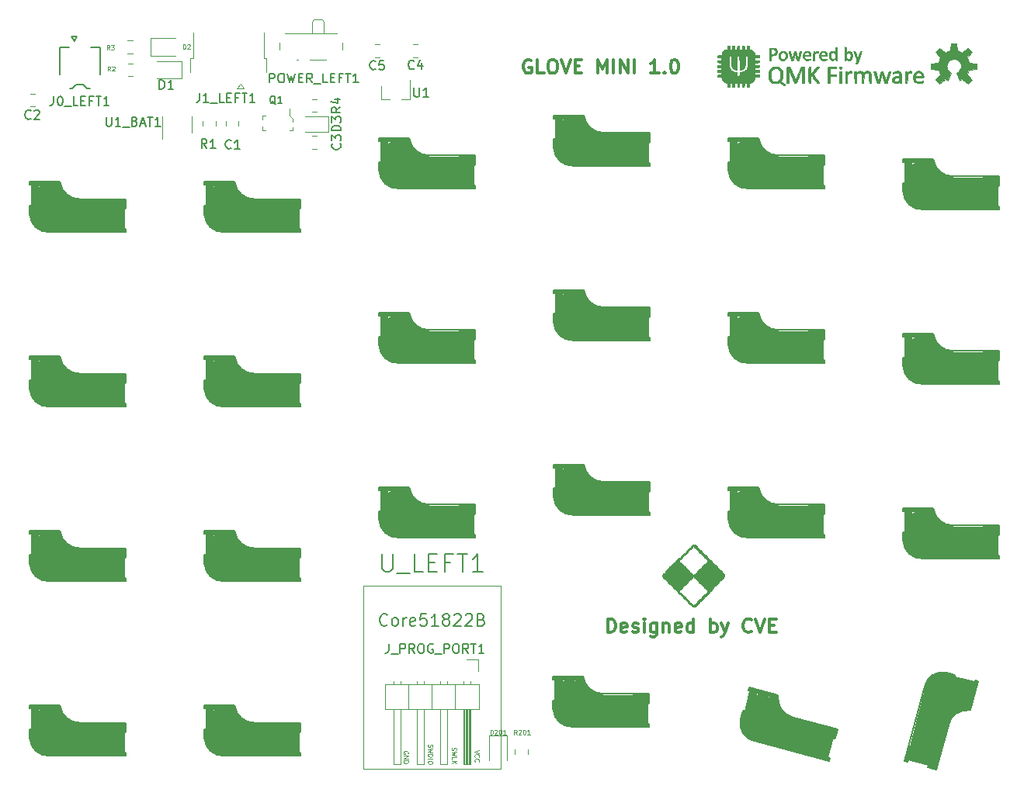
<source format=gto>
G04 #@! TF.GenerationSoftware,KiCad,Pcbnew,5.0.1*
G04 #@! TF.CreationDate,2019-01-14T11:50:33+01:00*
G04 #@! TF.ProjectId,mini,6D696E692E6B696361645F7063620000,rev?*
G04 #@! TF.SameCoordinates,Original*
G04 #@! TF.FileFunction,Legend,Top*
G04 #@! TF.FilePolarity,Positive*
%FSLAX46Y46*%
G04 Gerber Fmt 4.6, Leading zero omitted, Abs format (unit mm)*
G04 Created by KiCad (PCBNEW 5.0.1) date Mon 14 Jan 2019 11:50:33 AM CET*
%MOMM*%
%LPD*%
G01*
G04 APERTURE LIST*
%ADD10C,0.125000*%
%ADD11C,0.300000*%
%ADD12C,0.120000*%
%ADD13C,0.100000*%
%ADD14C,0.010000*%
%ADD15C,0.400000*%
%ADD16C,0.500000*%
%ADD17C,1.000000*%
%ADD18C,0.150000*%
%ADD19C,3.500000*%
%ADD20C,3.000000*%
%ADD21C,0.800000*%
%ADD22C,0.152400*%
G04 APERTURE END LIST*
D10*
X111970000Y-104939047D02*
X111993809Y-104891428D01*
X111993809Y-104820000D01*
X111970000Y-104748571D01*
X111922380Y-104700952D01*
X111874761Y-104677142D01*
X111779523Y-104653333D01*
X111708095Y-104653333D01*
X111612857Y-104677142D01*
X111565238Y-104700952D01*
X111517619Y-104748571D01*
X111493809Y-104820000D01*
X111493809Y-104867619D01*
X111517619Y-104939047D01*
X111541428Y-104962857D01*
X111708095Y-104962857D01*
X111708095Y-104867619D01*
X111493809Y-105177142D02*
X111993809Y-105177142D01*
X111493809Y-105462857D01*
X111993809Y-105462857D01*
X111493809Y-105700952D02*
X111993809Y-105700952D01*
X111993809Y-105820000D01*
X111970000Y-105891428D01*
X111922380Y-105939047D01*
X111874761Y-105962857D01*
X111779523Y-105986666D01*
X111708095Y-105986666D01*
X111612857Y-105962857D01*
X111565238Y-105939047D01*
X111517619Y-105891428D01*
X111493809Y-105820000D01*
X111493809Y-105700952D01*
X114177619Y-103930476D02*
X114153809Y-104001904D01*
X114153809Y-104120952D01*
X114177619Y-104168571D01*
X114201428Y-104192380D01*
X114249047Y-104216190D01*
X114296666Y-104216190D01*
X114344285Y-104192380D01*
X114368095Y-104168571D01*
X114391904Y-104120952D01*
X114415714Y-104025714D01*
X114439523Y-103978095D01*
X114463333Y-103954285D01*
X114510952Y-103930476D01*
X114558571Y-103930476D01*
X114606190Y-103954285D01*
X114630000Y-103978095D01*
X114653809Y-104025714D01*
X114653809Y-104144761D01*
X114630000Y-104216190D01*
X114653809Y-104382857D02*
X114153809Y-104501904D01*
X114510952Y-104597142D01*
X114153809Y-104692380D01*
X114653809Y-104811428D01*
X114153809Y-105001904D02*
X114653809Y-105001904D01*
X114653809Y-105120952D01*
X114630000Y-105192380D01*
X114582380Y-105240000D01*
X114534761Y-105263809D01*
X114439523Y-105287619D01*
X114368095Y-105287619D01*
X114272857Y-105263809D01*
X114225238Y-105240000D01*
X114177619Y-105192380D01*
X114153809Y-105120952D01*
X114153809Y-105001904D01*
X114153809Y-105501904D02*
X114653809Y-105501904D01*
X114653809Y-105835238D02*
X114653809Y-105930476D01*
X114630000Y-105978095D01*
X114582380Y-106025714D01*
X114487142Y-106049523D01*
X114320476Y-106049523D01*
X114225238Y-106025714D01*
X114177619Y-105978095D01*
X114153809Y-105930476D01*
X114153809Y-105835238D01*
X114177619Y-105787619D01*
X114225238Y-105740000D01*
X114320476Y-105716190D01*
X114487142Y-105716190D01*
X114582380Y-105740000D01*
X114630000Y-105787619D01*
X114653809Y-105835238D01*
X116747619Y-104269047D02*
X116723809Y-104340476D01*
X116723809Y-104459523D01*
X116747619Y-104507142D01*
X116771428Y-104530952D01*
X116819047Y-104554761D01*
X116866666Y-104554761D01*
X116914285Y-104530952D01*
X116938095Y-104507142D01*
X116961904Y-104459523D01*
X116985714Y-104364285D01*
X117009523Y-104316666D01*
X117033333Y-104292857D01*
X117080952Y-104269047D01*
X117128571Y-104269047D01*
X117176190Y-104292857D01*
X117200000Y-104316666D01*
X117223809Y-104364285D01*
X117223809Y-104483333D01*
X117200000Y-104554761D01*
X117223809Y-104721428D02*
X116723809Y-104840476D01*
X117080952Y-104935714D01*
X116723809Y-105030952D01*
X117223809Y-105150000D01*
X116723809Y-105578571D02*
X116723809Y-105340476D01*
X117223809Y-105340476D01*
X116723809Y-105745238D02*
X117223809Y-105745238D01*
X116723809Y-106030952D02*
X117009523Y-105816666D01*
X117223809Y-106030952D02*
X116938095Y-105745238D01*
X119743809Y-104523333D02*
X119243809Y-104690000D01*
X119743809Y-104856666D01*
X119291428Y-105309047D02*
X119267619Y-105285238D01*
X119243809Y-105213809D01*
X119243809Y-105166190D01*
X119267619Y-105094761D01*
X119315238Y-105047142D01*
X119362857Y-105023333D01*
X119458095Y-104999523D01*
X119529523Y-104999523D01*
X119624761Y-105023333D01*
X119672380Y-105047142D01*
X119720000Y-105094761D01*
X119743809Y-105166190D01*
X119743809Y-105213809D01*
X119720000Y-105285238D01*
X119696190Y-105309047D01*
X119291428Y-105809047D02*
X119267619Y-105785238D01*
X119243809Y-105713809D01*
X119243809Y-105666190D01*
X119267619Y-105594761D01*
X119315238Y-105547142D01*
X119362857Y-105523333D01*
X119458095Y-105499523D01*
X119529523Y-105499523D01*
X119624761Y-105523333D01*
X119672380Y-105547142D01*
X119720000Y-105594761D01*
X119743809Y-105666190D01*
X119743809Y-105713809D01*
X119720000Y-105785238D01*
X119696190Y-105809047D01*
D11*
X133747142Y-91708571D02*
X133747142Y-90208571D01*
X134104285Y-90208571D01*
X134318571Y-90280000D01*
X134461428Y-90422857D01*
X134532857Y-90565714D01*
X134604285Y-90851428D01*
X134604285Y-91065714D01*
X134532857Y-91351428D01*
X134461428Y-91494285D01*
X134318571Y-91637142D01*
X134104285Y-91708571D01*
X133747142Y-91708571D01*
X135818571Y-91637142D02*
X135675714Y-91708571D01*
X135390000Y-91708571D01*
X135247142Y-91637142D01*
X135175714Y-91494285D01*
X135175714Y-90922857D01*
X135247142Y-90780000D01*
X135390000Y-90708571D01*
X135675714Y-90708571D01*
X135818571Y-90780000D01*
X135890000Y-90922857D01*
X135890000Y-91065714D01*
X135175714Y-91208571D01*
X136461428Y-91637142D02*
X136604285Y-91708571D01*
X136890000Y-91708571D01*
X137032857Y-91637142D01*
X137104285Y-91494285D01*
X137104285Y-91422857D01*
X137032857Y-91280000D01*
X136890000Y-91208571D01*
X136675714Y-91208571D01*
X136532857Y-91137142D01*
X136461428Y-90994285D01*
X136461428Y-90922857D01*
X136532857Y-90780000D01*
X136675714Y-90708571D01*
X136890000Y-90708571D01*
X137032857Y-90780000D01*
X137747142Y-91708571D02*
X137747142Y-90708571D01*
X137747142Y-90208571D02*
X137675714Y-90280000D01*
X137747142Y-90351428D01*
X137818571Y-90280000D01*
X137747142Y-90208571D01*
X137747142Y-90351428D01*
X139104285Y-90708571D02*
X139104285Y-91922857D01*
X139032857Y-92065714D01*
X138961428Y-92137142D01*
X138818571Y-92208571D01*
X138604285Y-92208571D01*
X138461428Y-92137142D01*
X139104285Y-91637142D02*
X138961428Y-91708571D01*
X138675714Y-91708571D01*
X138532857Y-91637142D01*
X138461428Y-91565714D01*
X138390000Y-91422857D01*
X138390000Y-90994285D01*
X138461428Y-90851428D01*
X138532857Y-90780000D01*
X138675714Y-90708571D01*
X138961428Y-90708571D01*
X139104285Y-90780000D01*
X139818571Y-90708571D02*
X139818571Y-91708571D01*
X139818571Y-90851428D02*
X139890000Y-90780000D01*
X140032857Y-90708571D01*
X140247142Y-90708571D01*
X140390000Y-90780000D01*
X140461428Y-90922857D01*
X140461428Y-91708571D01*
X141747142Y-91637142D02*
X141604285Y-91708571D01*
X141318571Y-91708571D01*
X141175714Y-91637142D01*
X141104285Y-91494285D01*
X141104285Y-90922857D01*
X141175714Y-90780000D01*
X141318571Y-90708571D01*
X141604285Y-90708571D01*
X141747142Y-90780000D01*
X141818571Y-90922857D01*
X141818571Y-91065714D01*
X141104285Y-91208571D01*
X143104285Y-91708571D02*
X143104285Y-90208571D01*
X143104285Y-91637142D02*
X142961428Y-91708571D01*
X142675714Y-91708571D01*
X142532857Y-91637142D01*
X142461428Y-91565714D01*
X142390000Y-91422857D01*
X142390000Y-90994285D01*
X142461428Y-90851428D01*
X142532857Y-90780000D01*
X142675714Y-90708571D01*
X142961428Y-90708571D01*
X143104285Y-90780000D01*
X144961428Y-91708571D02*
X144961428Y-90208571D01*
X144961428Y-90780000D02*
X145104285Y-90708571D01*
X145390000Y-90708571D01*
X145532857Y-90780000D01*
X145604285Y-90851428D01*
X145675714Y-90994285D01*
X145675714Y-91422857D01*
X145604285Y-91565714D01*
X145532857Y-91637142D01*
X145390000Y-91708571D01*
X145104285Y-91708571D01*
X144961428Y-91637142D01*
X146175714Y-90708571D02*
X146532857Y-91708571D01*
X146890000Y-90708571D02*
X146532857Y-91708571D01*
X146390000Y-92065714D01*
X146318571Y-92137142D01*
X146175714Y-92208571D01*
X149461428Y-91565714D02*
X149390000Y-91637142D01*
X149175714Y-91708571D01*
X149032857Y-91708571D01*
X148818571Y-91637142D01*
X148675714Y-91494285D01*
X148604285Y-91351428D01*
X148532857Y-91065714D01*
X148532857Y-90851428D01*
X148604285Y-90565714D01*
X148675714Y-90422857D01*
X148818571Y-90280000D01*
X149032857Y-90208571D01*
X149175714Y-90208571D01*
X149390000Y-90280000D01*
X149461428Y-90351428D01*
X149890000Y-90208571D02*
X150390000Y-91708571D01*
X150890000Y-90208571D01*
X151390000Y-90922857D02*
X151890000Y-90922857D01*
X152104285Y-91708571D02*
X151390000Y-91708571D01*
X151390000Y-90208571D01*
X152104285Y-90208571D01*
X125392857Y-29250000D02*
X125250000Y-29178571D01*
X125035714Y-29178571D01*
X124821428Y-29250000D01*
X124678571Y-29392857D01*
X124607142Y-29535714D01*
X124535714Y-29821428D01*
X124535714Y-30035714D01*
X124607142Y-30321428D01*
X124678571Y-30464285D01*
X124821428Y-30607142D01*
X125035714Y-30678571D01*
X125178571Y-30678571D01*
X125392857Y-30607142D01*
X125464285Y-30535714D01*
X125464285Y-30035714D01*
X125178571Y-30035714D01*
X126821428Y-30678571D02*
X126107142Y-30678571D01*
X126107142Y-29178571D01*
X127607142Y-29178571D02*
X127892857Y-29178571D01*
X128035714Y-29250000D01*
X128178571Y-29392857D01*
X128250000Y-29678571D01*
X128250000Y-30178571D01*
X128178571Y-30464285D01*
X128035714Y-30607142D01*
X127892857Y-30678571D01*
X127607142Y-30678571D01*
X127464285Y-30607142D01*
X127321428Y-30464285D01*
X127250000Y-30178571D01*
X127250000Y-29678571D01*
X127321428Y-29392857D01*
X127464285Y-29250000D01*
X127607142Y-29178571D01*
X128678571Y-29178571D02*
X129178571Y-30678571D01*
X129678571Y-29178571D01*
X130178571Y-29892857D02*
X130678571Y-29892857D01*
X130892857Y-30678571D02*
X130178571Y-30678571D01*
X130178571Y-29178571D01*
X130892857Y-29178571D01*
X132678571Y-30678571D02*
X132678571Y-29178571D01*
X133178571Y-30250000D01*
X133678571Y-29178571D01*
X133678571Y-30678571D01*
X134392857Y-30678571D02*
X134392857Y-29178571D01*
X135107142Y-30678571D02*
X135107142Y-29178571D01*
X135964285Y-30678571D01*
X135964285Y-29178571D01*
X136678571Y-30678571D02*
X136678571Y-29178571D01*
X139321428Y-30678571D02*
X138464285Y-30678571D01*
X138892857Y-30678571D02*
X138892857Y-29178571D01*
X138750000Y-29392857D01*
X138607142Y-29535714D01*
X138464285Y-29607142D01*
X139964285Y-30535714D02*
X140035714Y-30607142D01*
X139964285Y-30678571D01*
X139892857Y-30607142D01*
X139964285Y-30535714D01*
X139964285Y-30678571D01*
X140964285Y-29178571D02*
X141107142Y-29178571D01*
X141250000Y-29250000D01*
X141321428Y-29321428D01*
X141392857Y-29464285D01*
X141464285Y-29750000D01*
X141464285Y-30107142D01*
X141392857Y-30392857D01*
X141321428Y-30535714D01*
X141250000Y-30607142D01*
X141107142Y-30678571D01*
X140964285Y-30678571D01*
X140821428Y-30607142D01*
X140750000Y-30535714D01*
X140678571Y-30392857D01*
X140607142Y-30107142D01*
X140607142Y-29750000D01*
X140678571Y-29464285D01*
X140750000Y-29321428D01*
X140821428Y-29250000D01*
X140964285Y-29178571D01*
D12*
G04 #@! TO.C,D3*
X103300000Y-37050000D02*
X103300000Y-35350000D01*
X103300000Y-35350000D02*
X100750000Y-35350000D01*
X103300000Y-37050000D02*
X100750000Y-37050000D01*
D13*
G04 #@! TO.C,Q1*
X99361000Y-36941000D02*
X99061000Y-36941000D01*
X99361000Y-36566000D02*
X99361000Y-36941000D01*
X96061000Y-36941000D02*
X96061000Y-36491000D01*
X96361000Y-36941000D02*
X96061000Y-36941000D01*
X96286000Y-36941000D02*
X96411000Y-36941000D01*
X96061000Y-35291000D02*
X96411000Y-35291000D01*
X96061000Y-35766000D02*
X96061000Y-35291000D01*
X99036000Y-35291000D02*
X99036000Y-34516000D01*
X99086000Y-35291000D02*
X99036000Y-35291000D01*
X99361000Y-35666000D02*
X99086000Y-35291000D01*
X99361000Y-35941000D02*
X99361000Y-35666000D01*
D12*
G04 #@! TO.C,D201*
X122747500Y-105676026D02*
X122747500Y-102991026D01*
X122747500Y-102991026D02*
X120827500Y-102991026D01*
X120827500Y-102991026D02*
X120827500Y-105676026D01*
G04 #@! TO.C,R201*
X125037233Y-104443765D02*
X125037233Y-104960921D01*
X123617233Y-104443765D02*
X123617233Y-104960921D01*
D14*
G04 #@! TO.C,*
G36*
X172155320Y-31487500D02*
X172409320Y-31355420D01*
X173036700Y-31868500D01*
X173468500Y-31436700D01*
X172955420Y-30809320D01*
X173087500Y-30555320D01*
X173173860Y-30286080D01*
X173979040Y-30202260D01*
X173979040Y-29597740D01*
X173173860Y-29513920D01*
X173087500Y-29244680D01*
X172955420Y-28990680D01*
X173468500Y-28363300D01*
X173036700Y-27931500D01*
X172409320Y-28444580D01*
X172155320Y-28312500D01*
X171886080Y-28226140D01*
X171802260Y-27420960D01*
X171197740Y-27420960D01*
X171113920Y-28226140D01*
X170844680Y-28312500D01*
X170590680Y-28444580D01*
X169963300Y-27931500D01*
X169531500Y-28363300D01*
X170044580Y-28990680D01*
X169912500Y-29244680D01*
X169826140Y-29513920D01*
X169020960Y-29597740D01*
X169020960Y-30202260D01*
X169826140Y-30286080D01*
X169912500Y-30555320D01*
X170044580Y-30809320D01*
X169531500Y-31436700D01*
X169963300Y-31868500D01*
X170590680Y-31355420D01*
X170844680Y-31487500D01*
X171202820Y-30621360D01*
X171068200Y-30547700D01*
X170948820Y-30451180D01*
X170852300Y-30331800D01*
X170778640Y-30197180D01*
X170735460Y-30052400D01*
X170720220Y-29900000D01*
X170735460Y-29742520D01*
X170786260Y-29587580D01*
X170865000Y-29450420D01*
X170969140Y-29328500D01*
X171098680Y-29231980D01*
X171243460Y-29163400D01*
X171398400Y-29127840D01*
X171555880Y-29122760D01*
X171715900Y-29150700D01*
X171863220Y-29211660D01*
X171997840Y-29300560D01*
X172109600Y-29414860D01*
X172195960Y-29549480D01*
X172254380Y-29699340D01*
X172279780Y-29856820D01*
X172272160Y-30014300D01*
X172231520Y-30169240D01*
X172160400Y-30314020D01*
X172061340Y-30441020D01*
X171939420Y-30545160D01*
X171797180Y-30621360D01*
X172155320Y-31487500D01*
G37*
X172155320Y-31487500D02*
X172409320Y-31355420D01*
X173036700Y-31868500D01*
X173468500Y-31436700D01*
X172955420Y-30809320D01*
X173087500Y-30555320D01*
X173173860Y-30286080D01*
X173979040Y-30202260D01*
X173979040Y-29597740D01*
X173173860Y-29513920D01*
X173087500Y-29244680D01*
X172955420Y-28990680D01*
X173468500Y-28363300D01*
X173036700Y-27931500D01*
X172409320Y-28444580D01*
X172155320Y-28312500D01*
X171886080Y-28226140D01*
X171802260Y-27420960D01*
X171197740Y-27420960D01*
X171113920Y-28226140D01*
X170844680Y-28312500D01*
X170590680Y-28444580D01*
X169963300Y-27931500D01*
X169531500Y-28363300D01*
X170044580Y-28990680D01*
X169912500Y-29244680D01*
X169826140Y-29513920D01*
X169020960Y-29597740D01*
X169020960Y-30202260D01*
X169826140Y-30286080D01*
X169912500Y-30555320D01*
X170044580Y-30809320D01*
X169531500Y-31436700D01*
X169963300Y-31868500D01*
X170590680Y-31355420D01*
X170844680Y-31487500D01*
X171202820Y-30621360D01*
X171068200Y-30547700D01*
X170948820Y-30451180D01*
X170852300Y-30331800D01*
X170778640Y-30197180D01*
X170735460Y-30052400D01*
X170720220Y-29900000D01*
X170735460Y-29742520D01*
X170786260Y-29587580D01*
X170865000Y-29450420D01*
X170969140Y-29328500D01*
X171098680Y-29231980D01*
X171243460Y-29163400D01*
X171398400Y-29127840D01*
X171555880Y-29122760D01*
X171715900Y-29150700D01*
X171863220Y-29211660D01*
X171997840Y-29300560D01*
X172109600Y-29414860D01*
X172195960Y-29549480D01*
X172254380Y-29699340D01*
X172279780Y-29856820D01*
X172272160Y-30014300D01*
X172231520Y-30169240D01*
X172160400Y-30314020D01*
X172061340Y-30441020D01*
X171939420Y-30545160D01*
X171797180Y-30621360D01*
X172155320Y-31487500D01*
G04 #@! TO.C,G\002A\002A\002A*
G36*
X156638872Y-28255645D02*
X156681314Y-28274537D01*
X156699758Y-28310180D01*
X156703462Y-28335811D01*
X156702076Y-28394801D01*
X156680323Y-28422123D01*
X156634068Y-28421650D01*
X156616657Y-28417207D01*
X156537311Y-28413477D01*
X156461379Y-28448205D01*
X156389941Y-28520844D01*
X156377003Y-28538830D01*
X156316154Y-28627271D01*
X156316154Y-29255231D01*
X156159175Y-29255231D01*
X156164396Y-28761885D01*
X156169616Y-28268538D01*
X156238000Y-28268538D01*
X156283179Y-28271771D01*
X156304702Y-28289139D01*
X156314791Y-28332151D01*
X156316154Y-28342128D01*
X156325923Y-28415717D01*
X156379950Y-28347686D01*
X156450565Y-28286342D01*
X156536705Y-28253231D01*
X156626139Y-28252701D01*
X156638872Y-28255645D01*
X156638872Y-28255645D01*
G37*
X156638872Y-28255645D02*
X156681314Y-28274537D01*
X156699758Y-28310180D01*
X156703462Y-28335811D01*
X156702076Y-28394801D01*
X156680323Y-28422123D01*
X156634068Y-28421650D01*
X156616657Y-28417207D01*
X156537311Y-28413477D01*
X156461379Y-28448205D01*
X156389941Y-28520844D01*
X156377003Y-28538830D01*
X156316154Y-28627271D01*
X156316154Y-29255231D01*
X156159175Y-29255231D01*
X156164396Y-28761885D01*
X156169616Y-28268538D01*
X156238000Y-28268538D01*
X156283179Y-28271771D01*
X156304702Y-28289139D01*
X156314791Y-28332151D01*
X156316154Y-28342128D01*
X156325923Y-28415717D01*
X156379950Y-28347686D01*
X156450565Y-28286342D01*
X156536705Y-28253231D01*
X156626139Y-28252701D01*
X156638872Y-28255645D01*
G36*
X153600970Y-28268701D02*
X153634038Y-28288910D01*
X153636705Y-28292961D01*
X153647750Y-28322007D01*
X153667414Y-28382049D01*
X153693647Y-28466491D01*
X153724398Y-28568739D01*
X153756650Y-28678846D01*
X153789384Y-28790391D01*
X153819201Y-28888928D01*
X153844168Y-28968313D01*
X153862354Y-29022402D01*
X153871826Y-29045052D01*
X153871837Y-29045064D01*
X153880745Y-29031793D01*
X153897500Y-28986184D01*
X153920357Y-28913782D01*
X153947570Y-28820130D01*
X153977393Y-28710773D01*
X153978949Y-28704885D01*
X154016280Y-28563317D01*
X154045293Y-28455064D01*
X154067988Y-28375753D01*
X154086363Y-28321008D01*
X154102415Y-28286455D01*
X154118143Y-28267719D01*
X154135545Y-28260424D01*
X154156618Y-28260197D01*
X154181008Y-28262472D01*
X154253776Y-28268538D01*
X154345363Y-28581154D01*
X154377927Y-28692890D01*
X154408267Y-28798070D01*
X154433930Y-28888103D01*
X154452458Y-28954397D01*
X154459124Y-28979184D01*
X154474060Y-29027886D01*
X154486632Y-29053919D01*
X154490634Y-29055263D01*
X154498650Y-29034511D01*
X154515685Y-28981901D01*
X154539986Y-28903139D01*
X154569800Y-28803931D01*
X154603374Y-28689983D01*
X154612913Y-28657233D01*
X154725856Y-28268538D01*
X154790797Y-28262231D01*
X154840344Y-28262744D01*
X154872279Y-28272566D01*
X154873318Y-28273502D01*
X154872955Y-28297034D01*
X154861272Y-28353787D01*
X154839287Y-28439906D01*
X154808014Y-28551532D01*
X154768471Y-28684810D01*
X154743833Y-28765075D01*
X154703864Y-28894241D01*
X154668025Y-29010714D01*
X154637863Y-29109415D01*
X154614925Y-29185262D01*
X154600759Y-29233174D01*
X154596770Y-29248125D01*
X154579105Y-29252083D01*
X154533411Y-29252952D01*
X154486090Y-29251321D01*
X154375410Y-29245461D01*
X154277368Y-28898965D01*
X154245896Y-28790312D01*
X154217414Y-28696802D01*
X154193755Y-28624074D01*
X154176752Y-28577763D01*
X154168240Y-28563504D01*
X154159826Y-28585089D01*
X154143305Y-28638195D01*
X154120507Y-28716552D01*
X154093260Y-28813891D01*
X154067130Y-28910001D01*
X153977105Y-29245461D01*
X153866860Y-29251321D01*
X153807192Y-29253162D01*
X153767159Y-29251849D01*
X153756616Y-29248876D01*
X153751107Y-29228708D01*
X153735602Y-29176279D01*
X153711636Y-29096663D01*
X153680743Y-28994935D01*
X153644458Y-28876170D01*
X153610728Y-28766290D01*
X153571429Y-28636635D01*
X153536942Y-28519191D01*
X153508698Y-28419138D01*
X153488128Y-28341655D01*
X153476663Y-28291923D01*
X153475112Y-28275389D01*
X153504248Y-28260064D01*
X153551954Y-28258460D01*
X153600970Y-28268701D01*
X153600970Y-28268701D01*
G37*
X153600970Y-28268701D02*
X153634038Y-28288910D01*
X153636705Y-28292961D01*
X153647750Y-28322007D01*
X153667414Y-28382049D01*
X153693647Y-28466491D01*
X153724398Y-28568739D01*
X153756650Y-28678846D01*
X153789384Y-28790391D01*
X153819201Y-28888928D01*
X153844168Y-28968313D01*
X153862354Y-29022402D01*
X153871826Y-29045052D01*
X153871837Y-29045064D01*
X153880745Y-29031793D01*
X153897500Y-28986184D01*
X153920357Y-28913782D01*
X153947570Y-28820130D01*
X153977393Y-28710773D01*
X153978949Y-28704885D01*
X154016280Y-28563317D01*
X154045293Y-28455064D01*
X154067988Y-28375753D01*
X154086363Y-28321008D01*
X154102415Y-28286455D01*
X154118143Y-28267719D01*
X154135545Y-28260424D01*
X154156618Y-28260197D01*
X154181008Y-28262472D01*
X154253776Y-28268538D01*
X154345363Y-28581154D01*
X154377927Y-28692890D01*
X154408267Y-28798070D01*
X154433930Y-28888103D01*
X154452458Y-28954397D01*
X154459124Y-28979184D01*
X154474060Y-29027886D01*
X154486632Y-29053919D01*
X154490634Y-29055263D01*
X154498650Y-29034511D01*
X154515685Y-28981901D01*
X154539986Y-28903139D01*
X154569800Y-28803931D01*
X154603374Y-28689983D01*
X154612913Y-28657233D01*
X154725856Y-28268538D01*
X154790797Y-28262231D01*
X154840344Y-28262744D01*
X154872279Y-28272566D01*
X154873318Y-28273502D01*
X154872955Y-28297034D01*
X154861272Y-28353787D01*
X154839287Y-28439906D01*
X154808014Y-28551532D01*
X154768471Y-28684810D01*
X154743833Y-28765075D01*
X154703864Y-28894241D01*
X154668025Y-29010714D01*
X154637863Y-29109415D01*
X154614925Y-29185262D01*
X154600759Y-29233174D01*
X154596770Y-29248125D01*
X154579105Y-29252083D01*
X154533411Y-29252952D01*
X154486090Y-29251321D01*
X154375410Y-29245461D01*
X154277368Y-28898965D01*
X154245896Y-28790312D01*
X154217414Y-28696802D01*
X154193755Y-28624074D01*
X154176752Y-28577763D01*
X154168240Y-28563504D01*
X154159826Y-28585089D01*
X154143305Y-28638195D01*
X154120507Y-28716552D01*
X154093260Y-28813891D01*
X154067130Y-28910001D01*
X153977105Y-29245461D01*
X153866860Y-29251321D01*
X153807192Y-29253162D01*
X153767159Y-29251849D01*
X153756616Y-29248876D01*
X153751107Y-29228708D01*
X153735602Y-29176279D01*
X153711636Y-29096663D01*
X153680743Y-28994935D01*
X153644458Y-28876170D01*
X153610728Y-28766290D01*
X153571429Y-28636635D01*
X153536942Y-28519191D01*
X153508698Y-28419138D01*
X153488128Y-28341655D01*
X153476663Y-28291923D01*
X153475112Y-28275389D01*
X153504248Y-28260064D01*
X153551954Y-28258460D01*
X153600970Y-28268701D01*
G36*
X151654073Y-27908883D02*
X151719883Y-27910708D01*
X151832958Y-27917257D01*
X151917318Y-27928118D01*
X151983235Y-27944973D01*
X152021157Y-27959983D01*
X152113286Y-28020626D01*
X152178359Y-28102475D01*
X152216814Y-28198970D01*
X152229092Y-28303550D01*
X152215629Y-28409656D01*
X152176866Y-28510726D01*
X152113242Y-28600200D01*
X152025195Y-28671517D01*
X151971747Y-28698485D01*
X151915892Y-28714860D01*
X151836437Y-28729679D01*
X151748840Y-28740169D01*
X151732401Y-28741455D01*
X151568308Y-28753035D01*
X151568308Y-29255231D01*
X151412000Y-29255231D01*
X151412000Y-28594979D01*
X151567179Y-28594979D01*
X151735322Y-28588066D01*
X151817143Y-28584045D01*
X151870740Y-28577711D01*
X151906944Y-28565382D01*
X151936584Y-28543378D01*
X151970348Y-28508171D01*
X152008253Y-28462883D01*
X152028323Y-28422590D01*
X152036111Y-28371320D01*
X152037231Y-28315718D01*
X152035180Y-28246238D01*
X152025511Y-28200713D01*
X152002949Y-28164090D01*
X151972776Y-28131791D01*
X151930132Y-28094574D01*
X151885793Y-28072340D01*
X151825042Y-28059116D01*
X151780206Y-28053617D01*
X151702497Y-28045177D01*
X151647705Y-28042846D01*
X151611699Y-28052018D01*
X151590346Y-28078087D01*
X151579514Y-28126445D01*
X151575070Y-28202487D01*
X151572882Y-28311606D01*
X151572628Y-28324540D01*
X151567179Y-28594979D01*
X151412000Y-28594979D01*
X151412000Y-27927360D01*
X151460998Y-27915062D01*
X151500523Y-27910670D01*
X151568428Y-27908551D01*
X151654073Y-27908883D01*
X151654073Y-27908883D01*
G37*
X151654073Y-27908883D02*
X151719883Y-27910708D01*
X151832958Y-27917257D01*
X151917318Y-27928118D01*
X151983235Y-27944973D01*
X152021157Y-27959983D01*
X152113286Y-28020626D01*
X152178359Y-28102475D01*
X152216814Y-28198970D01*
X152229092Y-28303550D01*
X152215629Y-28409656D01*
X152176866Y-28510726D01*
X152113242Y-28600200D01*
X152025195Y-28671517D01*
X151971747Y-28698485D01*
X151915892Y-28714860D01*
X151836437Y-28729679D01*
X151748840Y-28740169D01*
X151732401Y-28741455D01*
X151568308Y-28753035D01*
X151568308Y-29255231D01*
X151412000Y-29255231D01*
X151412000Y-28594979D01*
X151567179Y-28594979D01*
X151735322Y-28588066D01*
X151817143Y-28584045D01*
X151870740Y-28577711D01*
X151906944Y-28565382D01*
X151936584Y-28543378D01*
X151970348Y-28508171D01*
X152008253Y-28462883D01*
X152028323Y-28422590D01*
X152036111Y-28371320D01*
X152037231Y-28315718D01*
X152035180Y-28246238D01*
X152025511Y-28200713D01*
X152002949Y-28164090D01*
X151972776Y-28131791D01*
X151930132Y-28094574D01*
X151885793Y-28072340D01*
X151825042Y-28059116D01*
X151780206Y-28053617D01*
X151702497Y-28045177D01*
X151647705Y-28042846D01*
X151611699Y-28052018D01*
X151590346Y-28078087D01*
X151579514Y-28126445D01*
X151575070Y-28202487D01*
X151572882Y-28311606D01*
X151572628Y-28324540D01*
X151567179Y-28594979D01*
X151412000Y-28594979D01*
X151412000Y-27927360D01*
X151460998Y-27915062D01*
X151500523Y-27910670D01*
X151568428Y-27908551D01*
X151654073Y-27908883D01*
G36*
X159642577Y-27813146D02*
X159725616Y-27819154D01*
X159731025Y-28107845D01*
X159736435Y-28396536D01*
X159809179Y-28339051D01*
X159916054Y-28275928D01*
X160027749Y-28251346D01*
X160120936Y-28259789D01*
X160209013Y-28287238D01*
X160273217Y-28329223D01*
X160324845Y-28394972D01*
X160355234Y-28451191D01*
X160381628Y-28509687D01*
X160397829Y-28562385D01*
X160406224Y-28622331D01*
X160409201Y-28702568D01*
X160409410Y-28747231D01*
X160406399Y-28844285D01*
X160398299Y-28931659D01*
X160386432Y-28996359D01*
X160382919Y-29007791D01*
X160339749Y-29092340D01*
X160276583Y-29170895D01*
X160204867Y-29230460D01*
X160171048Y-29248372D01*
X160091909Y-29268100D01*
X159999578Y-29272248D01*
X159914942Y-29260468D01*
X159892276Y-29253031D01*
X159844359Y-29228125D01*
X159789431Y-29192000D01*
X159781234Y-29185885D01*
X159732988Y-29151092D01*
X159707612Y-29142074D01*
X159697820Y-29159750D01*
X159696308Y-29196615D01*
X159692496Y-29235997D01*
X159673160Y-29252149D01*
X159627923Y-29255231D01*
X159559539Y-29255231D01*
X159559539Y-28559512D01*
X159735385Y-28559512D01*
X159735385Y-28978219D01*
X159798885Y-29031738D01*
X159895507Y-29097501D01*
X159985741Y-29127618D01*
X160067210Y-29121718D01*
X160132516Y-29084037D01*
X160186533Y-29013563D01*
X160222587Y-28920326D01*
X160240801Y-28813626D01*
X160241295Y-28702764D01*
X160224191Y-28597038D01*
X160189612Y-28505750D01*
X160137679Y-28438198D01*
X160123921Y-28427435D01*
X160058983Y-28401711D01*
X159980641Y-28397469D01*
X159908713Y-28415615D01*
X159905062Y-28417421D01*
X159863938Y-28444692D01*
X159813571Y-28485943D01*
X159798885Y-28499408D01*
X159735385Y-28559512D01*
X159559539Y-28559512D01*
X159559539Y-27807138D01*
X159642577Y-27813146D01*
X159642577Y-27813146D01*
G37*
X159642577Y-27813146D02*
X159725616Y-27819154D01*
X159731025Y-28107845D01*
X159736435Y-28396536D01*
X159809179Y-28339051D01*
X159916054Y-28275928D01*
X160027749Y-28251346D01*
X160120936Y-28259789D01*
X160209013Y-28287238D01*
X160273217Y-28329223D01*
X160324845Y-28394972D01*
X160355234Y-28451191D01*
X160381628Y-28509687D01*
X160397829Y-28562385D01*
X160406224Y-28622331D01*
X160409201Y-28702568D01*
X160409410Y-28747231D01*
X160406399Y-28844285D01*
X160398299Y-28931659D01*
X160386432Y-28996359D01*
X160382919Y-29007791D01*
X160339749Y-29092340D01*
X160276583Y-29170895D01*
X160204867Y-29230460D01*
X160171048Y-29248372D01*
X160091909Y-29268100D01*
X159999578Y-29272248D01*
X159914942Y-29260468D01*
X159892276Y-29253031D01*
X159844359Y-29228125D01*
X159789431Y-29192000D01*
X159781234Y-29185885D01*
X159732988Y-29151092D01*
X159707612Y-29142074D01*
X159697820Y-29159750D01*
X159696308Y-29196615D01*
X159692496Y-29235997D01*
X159673160Y-29252149D01*
X159627923Y-29255231D01*
X159559539Y-29255231D01*
X159559539Y-28559512D01*
X159735385Y-28559512D01*
X159735385Y-28978219D01*
X159798885Y-29031738D01*
X159895507Y-29097501D01*
X159985741Y-29127618D01*
X160067210Y-29121718D01*
X160132516Y-29084037D01*
X160186533Y-29013563D01*
X160222587Y-28920326D01*
X160240801Y-28813626D01*
X160241295Y-28702764D01*
X160224191Y-28597038D01*
X160189612Y-28505750D01*
X160137679Y-28438198D01*
X160123921Y-28427435D01*
X160058983Y-28401711D01*
X159980641Y-28397469D01*
X159908713Y-28415615D01*
X159905062Y-28417421D01*
X159863938Y-28444692D01*
X159813571Y-28485943D01*
X159798885Y-28499408D01*
X159735385Y-28559512D01*
X159559539Y-28559512D01*
X159559539Y-27807138D01*
X159642577Y-27813146D01*
G36*
X158738923Y-29255231D02*
X158671718Y-29255231D01*
X158626985Y-29251962D01*
X158606770Y-29234344D01*
X158599047Y-29190657D01*
X158598449Y-29183814D01*
X158592385Y-29112397D01*
X158533770Y-29161527D01*
X158421829Y-29236063D01*
X158310172Y-29271594D01*
X158198373Y-29268184D01*
X158092343Y-29229303D01*
X158032360Y-29189571D01*
X157985937Y-29136237D01*
X157949320Y-29072825D01*
X157920482Y-29011543D01*
X157903260Y-28957106D01*
X157894731Y-28895173D01*
X157891968Y-28811402D01*
X157891852Y-28791021D01*
X157893861Y-28760991D01*
X158061779Y-28760991D01*
X158066923Y-28849542D01*
X158092292Y-28962105D01*
X158137878Y-29049020D01*
X158200099Y-29107153D01*
X158275373Y-29133368D01*
X158360118Y-29124532D01*
X158375168Y-29119333D01*
X158417910Y-29095494D01*
X158472674Y-29055305D01*
X158503440Y-29029137D01*
X158582616Y-28957607D01*
X158582616Y-28775863D01*
X158581349Y-28692277D01*
X158577957Y-28621291D01*
X158573052Y-28573604D01*
X158570375Y-28562222D01*
X158548705Y-28533179D01*
X158505949Y-28492343D01*
X158469873Y-28462931D01*
X158380048Y-28412084D01*
X158295608Y-28397296D01*
X158219626Y-28415616D01*
X158155178Y-28464096D01*
X158105338Y-28539785D01*
X158073180Y-28639733D01*
X158061779Y-28760991D01*
X157893861Y-28760991D01*
X157902786Y-28627610D01*
X157937373Y-28494002D01*
X157996534Y-28388215D01*
X158081192Y-28308266D01*
X158130089Y-28279032D01*
X158207588Y-28256435D01*
X158299588Y-28254798D01*
X158392707Y-28271858D01*
X158473562Y-28305356D01*
X158522931Y-28345404D01*
X158551405Y-28370669D01*
X158565470Y-28376000D01*
X158571532Y-28357608D01*
X158576652Y-28307011D01*
X158580416Y-28231078D01*
X158582408Y-28136677D01*
X158582616Y-28092692D01*
X158582616Y-27809385D01*
X158738923Y-27809385D01*
X158738923Y-29255231D01*
X158738923Y-29255231D01*
G37*
X158738923Y-29255231D02*
X158671718Y-29255231D01*
X158626985Y-29251962D01*
X158606770Y-29234344D01*
X158599047Y-29190657D01*
X158598449Y-29183814D01*
X158592385Y-29112397D01*
X158533770Y-29161527D01*
X158421829Y-29236063D01*
X158310172Y-29271594D01*
X158198373Y-29268184D01*
X158092343Y-29229303D01*
X158032360Y-29189571D01*
X157985937Y-29136237D01*
X157949320Y-29072825D01*
X157920482Y-29011543D01*
X157903260Y-28957106D01*
X157894731Y-28895173D01*
X157891968Y-28811402D01*
X157891852Y-28791021D01*
X157893861Y-28760991D01*
X158061779Y-28760991D01*
X158066923Y-28849542D01*
X158092292Y-28962105D01*
X158137878Y-29049020D01*
X158200099Y-29107153D01*
X158275373Y-29133368D01*
X158360118Y-29124532D01*
X158375168Y-29119333D01*
X158417910Y-29095494D01*
X158472674Y-29055305D01*
X158503440Y-29029137D01*
X158582616Y-28957607D01*
X158582616Y-28775863D01*
X158581349Y-28692277D01*
X158577957Y-28621291D01*
X158573052Y-28573604D01*
X158570375Y-28562222D01*
X158548705Y-28533179D01*
X158505949Y-28492343D01*
X158469873Y-28462931D01*
X158380048Y-28412084D01*
X158295608Y-28397296D01*
X158219626Y-28415616D01*
X158155178Y-28464096D01*
X158105338Y-28539785D01*
X158073180Y-28639733D01*
X158061779Y-28760991D01*
X157893861Y-28760991D01*
X157902786Y-28627610D01*
X157937373Y-28494002D01*
X157996534Y-28388215D01*
X158081192Y-28308266D01*
X158130089Y-28279032D01*
X158207588Y-28256435D01*
X158299588Y-28254798D01*
X158392707Y-28271858D01*
X158473562Y-28305356D01*
X158522931Y-28345404D01*
X158551405Y-28370669D01*
X158565470Y-28376000D01*
X158571532Y-28357608D01*
X158576652Y-28307011D01*
X158580416Y-28231078D01*
X158582408Y-28136677D01*
X158582616Y-28092692D01*
X158582616Y-27809385D01*
X158738923Y-27809385D01*
X158738923Y-29255231D01*
G36*
X157359579Y-28260261D02*
X157471445Y-28296550D01*
X157557658Y-28359806D01*
X157620179Y-28452212D01*
X157660967Y-28575950D01*
X157666172Y-28601828D01*
X157677620Y-28665234D01*
X157682002Y-28712065D01*
X157674618Y-28744932D01*
X157650767Y-28766447D01*
X157605749Y-28779222D01*
X157534863Y-28785868D01*
X157433410Y-28788996D01*
X157326150Y-28790736D01*
X156990336Y-28796077D01*
X156996715Y-28874231D01*
X157021582Y-28976534D01*
X157075339Y-29055352D01*
X157154523Y-29109114D01*
X157255671Y-29136247D01*
X157375319Y-29135181D01*
X157506467Y-29105495D01*
X157582869Y-29087157D01*
X157628048Y-29091860D01*
X157642529Y-29119862D01*
X157629492Y-29165758D01*
X157591987Y-29205537D01*
X157524858Y-29237395D01*
X157436996Y-29260025D01*
X157337290Y-29272118D01*
X157234630Y-29272369D01*
X157137906Y-29259468D01*
X157087923Y-29245408D01*
X157007448Y-29201029D01*
X156931548Y-29132057D01*
X156872194Y-29051145D01*
X156845403Y-28989050D01*
X156835159Y-28932161D01*
X156827642Y-28852348D01*
X156824312Y-28765744D01*
X156824263Y-28755619D01*
X156826386Y-28669077D01*
X156984577Y-28669077D01*
X157246289Y-28669077D01*
X157358743Y-28668102D01*
X157436524Y-28664905D01*
X157483990Y-28659080D01*
X157505503Y-28650219D01*
X157507891Y-28644654D01*
X157496112Y-28575280D01*
X157466868Y-28501331D01*
X157428489Y-28443007D01*
X157422027Y-28436447D01*
X157357229Y-28398471D01*
X157274429Y-28380473D01*
X157190635Y-28385066D01*
X157156170Y-28395596D01*
X157087223Y-28443171D01*
X157031686Y-28517887D01*
X156999663Y-28602187D01*
X156984577Y-28669077D01*
X156826386Y-28669077D01*
X156826440Y-28666914D01*
X156835243Y-28601518D01*
X156853856Y-28543815D01*
X156877885Y-28492829D01*
X156953743Y-28381778D01*
X157049731Y-28303858D01*
X157163649Y-28260131D01*
X157293295Y-28251660D01*
X157359579Y-28260261D01*
X157359579Y-28260261D01*
G37*
X157359579Y-28260261D02*
X157471445Y-28296550D01*
X157557658Y-28359806D01*
X157620179Y-28452212D01*
X157660967Y-28575950D01*
X157666172Y-28601828D01*
X157677620Y-28665234D01*
X157682002Y-28712065D01*
X157674618Y-28744932D01*
X157650767Y-28766447D01*
X157605749Y-28779222D01*
X157534863Y-28785868D01*
X157433410Y-28788996D01*
X157326150Y-28790736D01*
X156990336Y-28796077D01*
X156996715Y-28874231D01*
X157021582Y-28976534D01*
X157075339Y-29055352D01*
X157154523Y-29109114D01*
X157255671Y-29136247D01*
X157375319Y-29135181D01*
X157506467Y-29105495D01*
X157582869Y-29087157D01*
X157628048Y-29091860D01*
X157642529Y-29119862D01*
X157629492Y-29165758D01*
X157591987Y-29205537D01*
X157524858Y-29237395D01*
X157436996Y-29260025D01*
X157337290Y-29272118D01*
X157234630Y-29272369D01*
X157137906Y-29259468D01*
X157087923Y-29245408D01*
X157007448Y-29201029D01*
X156931548Y-29132057D01*
X156872194Y-29051145D01*
X156845403Y-28989050D01*
X156835159Y-28932161D01*
X156827642Y-28852348D01*
X156824312Y-28765744D01*
X156824263Y-28755619D01*
X156826386Y-28669077D01*
X156984577Y-28669077D01*
X157246289Y-28669077D01*
X157358743Y-28668102D01*
X157436524Y-28664905D01*
X157483990Y-28659080D01*
X157505503Y-28650219D01*
X157507891Y-28644654D01*
X157496112Y-28575280D01*
X157466868Y-28501331D01*
X157428489Y-28443007D01*
X157422027Y-28436447D01*
X157357229Y-28398471D01*
X157274429Y-28380473D01*
X157190635Y-28385066D01*
X157156170Y-28395596D01*
X157087223Y-28443171D01*
X157031686Y-28517887D01*
X156999663Y-28602187D01*
X156984577Y-28669077D01*
X156826386Y-28669077D01*
X156826440Y-28666914D01*
X156835243Y-28601518D01*
X156853856Y-28543815D01*
X156877885Y-28492829D01*
X156953743Y-28381778D01*
X157049731Y-28303858D01*
X157163649Y-28260131D01*
X157293295Y-28251660D01*
X157359579Y-28260261D01*
G36*
X155607987Y-28268295D02*
X155714884Y-28314951D01*
X155796298Y-28390168D01*
X155850078Y-28491808D01*
X155874072Y-28617732D01*
X155875130Y-28647416D01*
X155876539Y-28776538D01*
X155539500Y-28781884D01*
X155417579Y-28783959D01*
X155329301Y-28786250D01*
X155269239Y-28789542D01*
X155231963Y-28794625D01*
X155212046Y-28802284D01*
X155204057Y-28813307D01*
X155202570Y-28828480D01*
X155202571Y-28830730D01*
X155218646Y-28930757D01*
X155261748Y-29022842D01*
X155300369Y-29069822D01*
X155340880Y-29102740D01*
X155385165Y-29121640D01*
X155447654Y-29131567D01*
X155485022Y-29134418D01*
X155625145Y-29129538D01*
X155703086Y-29110899D01*
X155775219Y-29088236D01*
X155818421Y-29081836D01*
X155839905Y-29093105D01*
X155846882Y-29123448D01*
X155847231Y-29138997D01*
X155841225Y-29180971D01*
X155816251Y-29208493D01*
X155773962Y-29229454D01*
X155719363Y-29245060D01*
X155640783Y-29258588D01*
X155553316Y-29267567D01*
X155534616Y-29268675D01*
X155447346Y-29271540D01*
X155385164Y-29268248D01*
X155334296Y-29256757D01*
X155280969Y-29235028D01*
X155268902Y-29229325D01*
X155166706Y-29159934D01*
X155092135Y-29063156D01*
X155045459Y-28939507D01*
X155026947Y-28789508D01*
X155026616Y-28764347D01*
X155039827Y-28632230D01*
X155202988Y-28632230D01*
X155214375Y-28651745D01*
X155246904Y-28662764D01*
X155305672Y-28667715D01*
X155395778Y-28669027D01*
X155456462Y-28669077D01*
X155710462Y-28669077D01*
X155710389Y-28605577D01*
X155692747Y-28518940D01*
X155644636Y-28448877D01*
X155572961Y-28400541D01*
X155484624Y-28379087D01*
X155412923Y-28383484D01*
X155340609Y-28414397D01*
X155274720Y-28472931D01*
X155227268Y-28548032D01*
X155223243Y-28558003D01*
X155207643Y-28601792D01*
X155202988Y-28632230D01*
X155039827Y-28632230D01*
X155041622Y-28614282D01*
X155085143Y-28486737D01*
X155154934Y-28384261D01*
X155248749Y-28309402D01*
X155364345Y-28264708D01*
X155477759Y-28252339D01*
X155607987Y-28268295D01*
X155607987Y-28268295D01*
G37*
X155607987Y-28268295D02*
X155714884Y-28314951D01*
X155796298Y-28390168D01*
X155850078Y-28491808D01*
X155874072Y-28617732D01*
X155875130Y-28647416D01*
X155876539Y-28776538D01*
X155539500Y-28781884D01*
X155417579Y-28783959D01*
X155329301Y-28786250D01*
X155269239Y-28789542D01*
X155231963Y-28794625D01*
X155212046Y-28802284D01*
X155204057Y-28813307D01*
X155202570Y-28828480D01*
X155202571Y-28830730D01*
X155218646Y-28930757D01*
X155261748Y-29022842D01*
X155300369Y-29069822D01*
X155340880Y-29102740D01*
X155385165Y-29121640D01*
X155447654Y-29131567D01*
X155485022Y-29134418D01*
X155625145Y-29129538D01*
X155703086Y-29110899D01*
X155775219Y-29088236D01*
X155818421Y-29081836D01*
X155839905Y-29093105D01*
X155846882Y-29123448D01*
X155847231Y-29138997D01*
X155841225Y-29180971D01*
X155816251Y-29208493D01*
X155773962Y-29229454D01*
X155719363Y-29245060D01*
X155640783Y-29258588D01*
X155553316Y-29267567D01*
X155534616Y-29268675D01*
X155447346Y-29271540D01*
X155385164Y-29268248D01*
X155334296Y-29256757D01*
X155280969Y-29235028D01*
X155268902Y-29229325D01*
X155166706Y-29159934D01*
X155092135Y-29063156D01*
X155045459Y-28939507D01*
X155026947Y-28789508D01*
X155026616Y-28764347D01*
X155039827Y-28632230D01*
X155202988Y-28632230D01*
X155214375Y-28651745D01*
X155246904Y-28662764D01*
X155305672Y-28667715D01*
X155395778Y-28669027D01*
X155456462Y-28669077D01*
X155710462Y-28669077D01*
X155710389Y-28605577D01*
X155692747Y-28518940D01*
X155644636Y-28448877D01*
X155572961Y-28400541D01*
X155484624Y-28379087D01*
X155412923Y-28383484D01*
X155340609Y-28414397D01*
X155274720Y-28472931D01*
X155227268Y-28548032D01*
X155223243Y-28558003D01*
X155207643Y-28601792D01*
X155202988Y-28632230D01*
X155039827Y-28632230D01*
X155041622Y-28614282D01*
X155085143Y-28486737D01*
X155154934Y-28384261D01*
X155248749Y-28309402D01*
X155364345Y-28264708D01*
X155477759Y-28252339D01*
X155607987Y-28268295D01*
G36*
X152995963Y-28267745D02*
X153111715Y-28310322D01*
X153201342Y-28381948D01*
X153264857Y-28482637D01*
X153302273Y-28612403D01*
X153313602Y-28771261D01*
X153313600Y-28771369D01*
X153297057Y-28920384D01*
X153251606Y-29046482D01*
X153178748Y-29147400D01*
X153079982Y-29220870D01*
X152993044Y-29255681D01*
X152895519Y-29271443D01*
X152785152Y-29270900D01*
X152683057Y-29254644D01*
X152655725Y-29246269D01*
X152551766Y-29189812D01*
X152473222Y-29104021D01*
X152420570Y-28989650D01*
X152394287Y-28847451D01*
X152393165Y-28832310D01*
X152394273Y-28771026D01*
X152564800Y-28771026D01*
X152573584Y-28892201D01*
X152601756Y-28984727D01*
X152652130Y-29055344D01*
X152699544Y-29093649D01*
X152788908Y-29131448D01*
X152885258Y-29135394D01*
X152976713Y-29105475D01*
X152995554Y-29093972D01*
X153063646Y-29036406D01*
X153107736Y-28967643D01*
X153131408Y-28879245D01*
X153138246Y-28762775D01*
X153138224Y-28758049D01*
X153128033Y-28624823D01*
X153098239Y-28524155D01*
X153047157Y-28453877D01*
X152973106Y-28411823D01*
X152874401Y-28395825D01*
X152856711Y-28395538D01*
X152750551Y-28409893D01*
X152668858Y-28453452D01*
X152611056Y-28526959D01*
X152576565Y-28631159D01*
X152564808Y-28766795D01*
X152564800Y-28771026D01*
X152394273Y-28771026D01*
X152396114Y-28669271D01*
X152427190Y-28531359D01*
X152485410Y-28419809D01*
X152569790Y-28335853D01*
X152679346Y-28280726D01*
X152813095Y-28255662D01*
X152854074Y-28254203D01*
X152995963Y-28267745D01*
X152995963Y-28267745D01*
G37*
X152995963Y-28267745D02*
X153111715Y-28310322D01*
X153201342Y-28381948D01*
X153264857Y-28482637D01*
X153302273Y-28612403D01*
X153313602Y-28771261D01*
X153313600Y-28771369D01*
X153297057Y-28920384D01*
X153251606Y-29046482D01*
X153178748Y-29147400D01*
X153079982Y-29220870D01*
X152993044Y-29255681D01*
X152895519Y-29271443D01*
X152785152Y-29270900D01*
X152683057Y-29254644D01*
X152655725Y-29246269D01*
X152551766Y-29189812D01*
X152473222Y-29104021D01*
X152420570Y-28989650D01*
X152394287Y-28847451D01*
X152393165Y-28832310D01*
X152394273Y-28771026D01*
X152564800Y-28771026D01*
X152573584Y-28892201D01*
X152601756Y-28984727D01*
X152652130Y-29055344D01*
X152699544Y-29093649D01*
X152788908Y-29131448D01*
X152885258Y-29135394D01*
X152976713Y-29105475D01*
X152995554Y-29093972D01*
X153063646Y-29036406D01*
X153107736Y-28967643D01*
X153131408Y-28879245D01*
X153138246Y-28762775D01*
X153138224Y-28758049D01*
X153128033Y-28624823D01*
X153098239Y-28524155D01*
X153047157Y-28453877D01*
X152973106Y-28411823D01*
X152874401Y-28395825D01*
X152856711Y-28395538D01*
X152750551Y-28409893D01*
X152668858Y-28453452D01*
X152611056Y-28526959D01*
X152576565Y-28631159D01*
X152564808Y-28766795D01*
X152564800Y-28771026D01*
X152394273Y-28771026D01*
X152396114Y-28669271D01*
X152427190Y-28531359D01*
X152485410Y-28419809D01*
X152569790Y-28335853D01*
X152679346Y-28280726D01*
X152813095Y-28255662D01*
X152854074Y-28254203D01*
X152995963Y-28267745D01*
G36*
X161408800Y-28269927D02*
X161428425Y-28288752D01*
X161424187Y-28311837D01*
X161408384Y-28366488D01*
X161382812Y-28447549D01*
X161349266Y-28549862D01*
X161309542Y-28668273D01*
X161265433Y-28797624D01*
X161218736Y-28932758D01*
X161171245Y-29068520D01*
X161124755Y-29199754D01*
X161081063Y-29321302D01*
X161041962Y-29428008D01*
X161009248Y-29514717D01*
X160984717Y-29576270D01*
X160970162Y-29607514D01*
X160968534Y-29609749D01*
X160934006Y-29626399D01*
X160881550Y-29635588D01*
X160831995Y-29634835D01*
X160812047Y-29628405D01*
X160801443Y-29613969D01*
X160802154Y-29586365D01*
X160815683Y-29538746D01*
X160843533Y-29464265D01*
X160853652Y-29438785D01*
X160889766Y-29341097D01*
X160907028Y-29275090D01*
X160906004Y-29238538D01*
X160904989Y-29236538D01*
X160887665Y-29199882D01*
X160861131Y-29135232D01*
X160827557Y-29048657D01*
X160789110Y-28946226D01*
X160747960Y-28834010D01*
X160706277Y-28718076D01*
X160666229Y-28604495D01*
X160629985Y-28499336D01*
X160599715Y-28408667D01*
X160577586Y-28338559D01*
X160565769Y-28295080D01*
X160564601Y-28284075D01*
X160591422Y-28264512D01*
X160648651Y-28262465D01*
X160722077Y-28268538D01*
X160858846Y-28654147D01*
X160900116Y-28768962D01*
X160937548Y-28870190D01*
X160969055Y-28952421D01*
X160992550Y-29010244D01*
X161005945Y-29038250D01*
X161007723Y-29040032D01*
X161017330Y-29022483D01*
X161037037Y-28973389D01*
X161064786Y-28898339D01*
X161098519Y-28802926D01*
X161136177Y-28692740D01*
X161142480Y-28673961D01*
X161181191Y-28559919D01*
X161216847Y-28457842D01*
X161247232Y-28373834D01*
X161270135Y-28313999D01*
X161283341Y-28284439D01*
X161284187Y-28283192D01*
X161318172Y-28263755D01*
X161365652Y-28259563D01*
X161408800Y-28269927D01*
X161408800Y-28269927D01*
G37*
X161408800Y-28269927D02*
X161428425Y-28288752D01*
X161424187Y-28311837D01*
X161408384Y-28366488D01*
X161382812Y-28447549D01*
X161349266Y-28549862D01*
X161309542Y-28668273D01*
X161265433Y-28797624D01*
X161218736Y-28932758D01*
X161171245Y-29068520D01*
X161124755Y-29199754D01*
X161081063Y-29321302D01*
X161041962Y-29428008D01*
X161009248Y-29514717D01*
X160984717Y-29576270D01*
X160970162Y-29607514D01*
X160968534Y-29609749D01*
X160934006Y-29626399D01*
X160881550Y-29635588D01*
X160831995Y-29634835D01*
X160812047Y-29628405D01*
X160801443Y-29613969D01*
X160802154Y-29586365D01*
X160815683Y-29538746D01*
X160843533Y-29464265D01*
X160853652Y-29438785D01*
X160889766Y-29341097D01*
X160907028Y-29275090D01*
X160906004Y-29238538D01*
X160904989Y-29236538D01*
X160887665Y-29199882D01*
X160861131Y-29135232D01*
X160827557Y-29048657D01*
X160789110Y-28946226D01*
X160747960Y-28834010D01*
X160706277Y-28718076D01*
X160666229Y-28604495D01*
X160629985Y-28499336D01*
X160599715Y-28408667D01*
X160577586Y-28338559D01*
X160565769Y-28295080D01*
X160564601Y-28284075D01*
X160591422Y-28264512D01*
X160648651Y-28262465D01*
X160722077Y-28268538D01*
X160858846Y-28654147D01*
X160900116Y-28768962D01*
X160937548Y-28870190D01*
X160969055Y-28952421D01*
X160992550Y-29010244D01*
X161005945Y-29038250D01*
X161007723Y-29040032D01*
X161017330Y-29022483D01*
X161037037Y-28973389D01*
X161064786Y-28898339D01*
X161098519Y-28802926D01*
X161136177Y-28692740D01*
X161142480Y-28673961D01*
X161181191Y-28559919D01*
X161216847Y-28457842D01*
X161247232Y-28373834D01*
X161270135Y-28313999D01*
X161283341Y-28284439D01*
X161284187Y-28283192D01*
X161318172Y-28263755D01*
X161365652Y-28259563D01*
X161408800Y-28269927D01*
G36*
X159186524Y-29941966D02*
X159233984Y-29955769D01*
X159243016Y-29962523D01*
X159261195Y-30002982D01*
X159265567Y-30061789D01*
X159256786Y-30120989D01*
X159235759Y-30162374D01*
X159190419Y-30185073D01*
X159127451Y-30192288D01*
X159065106Y-30184017D01*
X159023627Y-30162374D01*
X159002124Y-30121987D01*
X158992928Y-30067250D01*
X158992923Y-30066077D01*
X159001763Y-30011300D01*
X159023080Y-29970338D01*
X159023627Y-29969780D01*
X159064358Y-29949533D01*
X159124319Y-29940074D01*
X159186524Y-29941966D01*
X159186524Y-29941966D01*
G37*
X159186524Y-29941966D02*
X159233984Y-29955769D01*
X159243016Y-29962523D01*
X159261195Y-30002982D01*
X159265567Y-30061789D01*
X159256786Y-30120989D01*
X159235759Y-30162374D01*
X159190419Y-30185073D01*
X159127451Y-30192288D01*
X159065106Y-30184017D01*
X159023627Y-30162374D01*
X159002124Y-30121987D01*
X158992928Y-30067250D01*
X158992923Y-30066077D01*
X159001763Y-30011300D01*
X159023080Y-29970338D01*
X159023627Y-29969780D01*
X159064358Y-29949533D01*
X159124319Y-29940074D01*
X159186524Y-29941966D01*
G36*
X166862039Y-30439853D02*
X166887800Y-30451493D01*
X166900991Y-30475645D01*
X166905631Y-30523001D01*
X166906000Y-30556817D01*
X166903697Y-30621487D01*
X166891119Y-30653592D01*
X166859767Y-30659604D01*
X166801138Y-30645994D01*
X166792205Y-30643447D01*
X166708040Y-30638742D01*
X166622938Y-30672754D01*
X166536691Y-30745602D01*
X166469484Y-30828077D01*
X166455590Y-30849663D01*
X166444916Y-30874456D01*
X166436876Y-30907962D01*
X166430884Y-30955684D01*
X166426355Y-31023129D01*
X166422704Y-31115802D01*
X166419346Y-31239207D01*
X166417539Y-31316538D01*
X166407770Y-31746385D01*
X166319119Y-31752170D01*
X166262908Y-31752827D01*
X166224187Y-31747753D01*
X166216542Y-31744029D01*
X166213196Y-31721816D01*
X166210139Y-31665221D01*
X166207471Y-31578937D01*
X166205290Y-31467658D01*
X166203696Y-31336079D01*
X166202789Y-31188894D01*
X166202616Y-31087519D01*
X166202616Y-30444936D01*
X166295423Y-30450891D01*
X166388231Y-30456846D01*
X166398000Y-30553632D01*
X166407770Y-30650418D01*
X166459715Y-30588447D01*
X166556799Y-30496423D01*
X166661665Y-30442379D01*
X166773705Y-30426539D01*
X166862039Y-30439853D01*
X166862039Y-30439853D01*
G37*
X166862039Y-30439853D02*
X166887800Y-30451493D01*
X166900991Y-30475645D01*
X166905631Y-30523001D01*
X166906000Y-30556817D01*
X166903697Y-30621487D01*
X166891119Y-30653592D01*
X166859767Y-30659604D01*
X166801138Y-30645994D01*
X166792205Y-30643447D01*
X166708040Y-30638742D01*
X166622938Y-30672754D01*
X166536691Y-30745602D01*
X166469484Y-30828077D01*
X166455590Y-30849663D01*
X166444916Y-30874456D01*
X166436876Y-30907962D01*
X166430884Y-30955684D01*
X166426355Y-31023129D01*
X166422704Y-31115802D01*
X166419346Y-31239207D01*
X166417539Y-31316538D01*
X166407770Y-31746385D01*
X166319119Y-31752170D01*
X166262908Y-31752827D01*
X166224187Y-31747753D01*
X166216542Y-31744029D01*
X166213196Y-31721816D01*
X166210139Y-31665221D01*
X166207471Y-31578937D01*
X166205290Y-31467658D01*
X166203696Y-31336079D01*
X166202789Y-31188894D01*
X166202616Y-31087519D01*
X166202616Y-30444936D01*
X166295423Y-30450891D01*
X166388231Y-30456846D01*
X166398000Y-30553632D01*
X166407770Y-30650418D01*
X166459715Y-30588447D01*
X166556799Y-30496423D01*
X166661665Y-30442379D01*
X166773705Y-30426539D01*
X166862039Y-30439853D01*
G36*
X163005554Y-30608269D02*
X163027209Y-30680791D01*
X163056798Y-30781046D01*
X163091440Y-30899219D01*
X163128257Y-31025491D01*
X163157426Y-31126038D01*
X163190130Y-31237174D01*
X163219711Y-31334174D01*
X163244323Y-31411256D01*
X163262115Y-31462641D01*
X163271240Y-31482548D01*
X163271471Y-31482615D01*
X163279174Y-31464531D01*
X163295427Y-31413513D01*
X163318824Y-31334418D01*
X163347962Y-31232099D01*
X163381436Y-31111413D01*
X163417841Y-30977215D01*
X163419849Y-30969731D01*
X163557366Y-30456846D01*
X163769624Y-30456846D01*
X163920088Y-30974615D01*
X163959488Y-31110227D01*
X163995219Y-31233273D01*
X164025860Y-31338852D01*
X164049988Y-31422061D01*
X164066182Y-31477997D01*
X164073018Y-31501758D01*
X164073127Y-31502154D01*
X164079017Y-31487242D01*
X164094047Y-31440027D01*
X164116621Y-31365782D01*
X164145146Y-31269778D01*
X164178026Y-31157285D01*
X164191310Y-31111385D01*
X164228557Y-30982641D01*
X164264870Y-30857670D01*
X164297881Y-30744578D01*
X164325223Y-30651477D01*
X164344528Y-30586474D01*
X164346791Y-30578961D01*
X164386663Y-30447077D01*
X164482640Y-30447077D01*
X164540463Y-30450398D01*
X164580308Y-30458853D01*
X164589569Y-30464797D01*
X164586542Y-30486803D01*
X164573248Y-30540698D01*
X164551310Y-30621145D01*
X164522351Y-30722811D01*
X164487991Y-30840358D01*
X164449855Y-30968451D01*
X164409563Y-31101755D01*
X164368739Y-31234934D01*
X164329005Y-31362652D01*
X164291983Y-31479574D01*
X164259296Y-31580364D01*
X164232565Y-31659687D01*
X164213413Y-31712206D01*
X164204350Y-31731731D01*
X164174073Y-31746337D01*
X164117975Y-31754937D01*
X164084035Y-31756154D01*
X164019423Y-31751612D01*
X163967723Y-31740039D01*
X163950796Y-31731731D01*
X163935167Y-31705139D01*
X163911264Y-31645137D01*
X163880599Y-31556143D01*
X163844684Y-31442580D01*
X163805031Y-31308867D01*
X163798884Y-31287451D01*
X163763421Y-31164442D01*
X163730820Y-31053352D01*
X163702821Y-30959952D01*
X163681163Y-30890009D01*
X163667587Y-30849294D01*
X163664565Y-30842023D01*
X163655632Y-30852497D01*
X163638413Y-30896582D01*
X163614263Y-30970017D01*
X163584539Y-31068544D01*
X163550598Y-31187904D01*
X163527754Y-31271534D01*
X163492632Y-31399216D01*
X163459549Y-31514263D01*
X163430171Y-31611293D01*
X163406161Y-31684924D01*
X163389186Y-31729775D01*
X163382512Y-31741086D01*
X163346823Y-31750556D01*
X163288409Y-31754855D01*
X163223266Y-31754072D01*
X163167390Y-31748295D01*
X163139481Y-31739750D01*
X163128544Y-31718326D01*
X163108181Y-31664825D01*
X163080084Y-31584633D01*
X163045949Y-31483134D01*
X163007470Y-31365712D01*
X162966341Y-31237753D01*
X162924255Y-31104641D01*
X162882907Y-30971761D01*
X162843991Y-30844497D01*
X162809202Y-30728234D01*
X162780233Y-30628357D01*
X162758779Y-30550251D01*
X162746533Y-30499300D01*
X162744308Y-30483720D01*
X162749794Y-30462340D01*
X162772324Y-30451260D01*
X162821001Y-30447342D01*
X162850587Y-30447077D01*
X162956866Y-30447077D01*
X163005554Y-30608269D01*
X163005554Y-30608269D01*
G37*
X163005554Y-30608269D02*
X163027209Y-30680791D01*
X163056798Y-30781046D01*
X163091440Y-30899219D01*
X163128257Y-31025491D01*
X163157426Y-31126038D01*
X163190130Y-31237174D01*
X163219711Y-31334174D01*
X163244323Y-31411256D01*
X163262115Y-31462641D01*
X163271240Y-31482548D01*
X163271471Y-31482615D01*
X163279174Y-31464531D01*
X163295427Y-31413513D01*
X163318824Y-31334418D01*
X163347962Y-31232099D01*
X163381436Y-31111413D01*
X163417841Y-30977215D01*
X163419849Y-30969731D01*
X163557366Y-30456846D01*
X163769624Y-30456846D01*
X163920088Y-30974615D01*
X163959488Y-31110227D01*
X163995219Y-31233273D01*
X164025860Y-31338852D01*
X164049988Y-31422061D01*
X164066182Y-31477997D01*
X164073018Y-31501758D01*
X164073127Y-31502154D01*
X164079017Y-31487242D01*
X164094047Y-31440027D01*
X164116621Y-31365782D01*
X164145146Y-31269778D01*
X164178026Y-31157285D01*
X164191310Y-31111385D01*
X164228557Y-30982641D01*
X164264870Y-30857670D01*
X164297881Y-30744578D01*
X164325223Y-30651477D01*
X164344528Y-30586474D01*
X164346791Y-30578961D01*
X164386663Y-30447077D01*
X164482640Y-30447077D01*
X164540463Y-30450398D01*
X164580308Y-30458853D01*
X164589569Y-30464797D01*
X164586542Y-30486803D01*
X164573248Y-30540698D01*
X164551310Y-30621145D01*
X164522351Y-30722811D01*
X164487991Y-30840358D01*
X164449855Y-30968451D01*
X164409563Y-31101755D01*
X164368739Y-31234934D01*
X164329005Y-31362652D01*
X164291983Y-31479574D01*
X164259296Y-31580364D01*
X164232565Y-31659687D01*
X164213413Y-31712206D01*
X164204350Y-31731731D01*
X164174073Y-31746337D01*
X164117975Y-31754937D01*
X164084035Y-31756154D01*
X164019423Y-31751612D01*
X163967723Y-31740039D01*
X163950796Y-31731731D01*
X163935167Y-31705139D01*
X163911264Y-31645137D01*
X163880599Y-31556143D01*
X163844684Y-31442580D01*
X163805031Y-31308867D01*
X163798884Y-31287451D01*
X163763421Y-31164442D01*
X163730820Y-31053352D01*
X163702821Y-30959952D01*
X163681163Y-30890009D01*
X163667587Y-30849294D01*
X163664565Y-30842023D01*
X163655632Y-30852497D01*
X163638413Y-30896582D01*
X163614263Y-30970017D01*
X163584539Y-31068544D01*
X163550598Y-31187904D01*
X163527754Y-31271534D01*
X163492632Y-31399216D01*
X163459549Y-31514263D01*
X163430171Y-31611293D01*
X163406161Y-31684924D01*
X163389186Y-31729775D01*
X163382512Y-31741086D01*
X163346823Y-31750556D01*
X163288409Y-31754855D01*
X163223266Y-31754072D01*
X163167390Y-31748295D01*
X163139481Y-31739750D01*
X163128544Y-31718326D01*
X163108181Y-31664825D01*
X163080084Y-31584633D01*
X163045949Y-31483134D01*
X163007470Y-31365712D01*
X162966341Y-31237753D01*
X162924255Y-31104641D01*
X162882907Y-30971761D01*
X162843991Y-30844497D01*
X162809202Y-30728234D01*
X162780233Y-30628357D01*
X162758779Y-30550251D01*
X162746533Y-30499300D01*
X162744308Y-30483720D01*
X162749794Y-30462340D01*
X162772324Y-30451260D01*
X162821001Y-30447342D01*
X162850587Y-30447077D01*
X162956866Y-30447077D01*
X163005554Y-30608269D01*
G36*
X161291260Y-30431661D02*
X161414630Y-30455072D01*
X161513625Y-30509017D01*
X161588290Y-30593519D01*
X161592562Y-30600505D01*
X161631664Y-30666010D01*
X161717121Y-30587239D01*
X161816636Y-30505942D01*
X161908575Y-30455724D01*
X162002550Y-30432568D01*
X162090766Y-30431136D01*
X162214004Y-30453833D01*
X162311963Y-30505582D01*
X162387181Y-30587991D01*
X162414672Y-30636288D01*
X162428730Y-30666113D01*
X162439614Y-30694998D01*
X162447728Y-30728223D01*
X162453478Y-30771064D01*
X162457272Y-30828800D01*
X162459514Y-30906708D01*
X162460612Y-31010066D01*
X162460971Y-31144153D01*
X162461000Y-31238385D01*
X162461000Y-31746385D01*
X162265616Y-31746385D01*
X162255379Y-31277461D01*
X162251284Y-31114416D01*
X162246282Y-30985594D01*
X162239394Y-30886144D01*
X162229642Y-30811212D01*
X162216045Y-30755946D01*
X162197626Y-30715493D01*
X162173405Y-30685001D01*
X162142403Y-30659616D01*
X162128887Y-30650461D01*
X162047889Y-30619043D01*
X161959659Y-30625369D01*
X161865500Y-30669046D01*
X161766713Y-30749683D01*
X161753109Y-30763364D01*
X161670449Y-30848323D01*
X161659923Y-31746385D01*
X161464539Y-31746385D01*
X161453883Y-31287231D01*
X161449338Y-31121550D01*
X161443667Y-30990175D01*
X161435975Y-30888336D01*
X161425367Y-30811262D01*
X161410949Y-30754185D01*
X161391825Y-30712333D01*
X161367102Y-30680936D01*
X161335883Y-30655225D01*
X161335255Y-30654784D01*
X161271722Y-30629839D01*
X161192016Y-30624586D01*
X161113888Y-30639319D01*
X161087453Y-30650664D01*
X161044607Y-30680107D01*
X160989958Y-30726655D01*
X160952033Y-30763364D01*
X160869372Y-30848323D01*
X160858846Y-31746385D01*
X160770196Y-31752170D01*
X160713985Y-31752827D01*
X160675264Y-31747753D01*
X160667619Y-31744029D01*
X160664273Y-31721816D01*
X160661216Y-31665221D01*
X160658547Y-31578937D01*
X160656366Y-31467658D01*
X160654773Y-31336079D01*
X160653866Y-31188894D01*
X160653693Y-31087519D01*
X160653693Y-30444936D01*
X160746500Y-30450891D01*
X160839308Y-30456846D01*
X160851336Y-30645356D01*
X160936811Y-30566568D01*
X161032627Y-30490898D01*
X161125910Y-30447111D01*
X161228435Y-30430725D01*
X161291260Y-30431661D01*
X161291260Y-30431661D01*
G37*
X161291260Y-30431661D02*
X161414630Y-30455072D01*
X161513625Y-30509017D01*
X161588290Y-30593519D01*
X161592562Y-30600505D01*
X161631664Y-30666010D01*
X161717121Y-30587239D01*
X161816636Y-30505942D01*
X161908575Y-30455724D01*
X162002550Y-30432568D01*
X162090766Y-30431136D01*
X162214004Y-30453833D01*
X162311963Y-30505582D01*
X162387181Y-30587991D01*
X162414672Y-30636288D01*
X162428730Y-30666113D01*
X162439614Y-30694998D01*
X162447728Y-30728223D01*
X162453478Y-30771064D01*
X162457272Y-30828800D01*
X162459514Y-30906708D01*
X162460612Y-31010066D01*
X162460971Y-31144153D01*
X162461000Y-31238385D01*
X162461000Y-31746385D01*
X162265616Y-31746385D01*
X162255379Y-31277461D01*
X162251284Y-31114416D01*
X162246282Y-30985594D01*
X162239394Y-30886144D01*
X162229642Y-30811212D01*
X162216045Y-30755946D01*
X162197626Y-30715493D01*
X162173405Y-30685001D01*
X162142403Y-30659616D01*
X162128887Y-30650461D01*
X162047889Y-30619043D01*
X161959659Y-30625369D01*
X161865500Y-30669046D01*
X161766713Y-30749683D01*
X161753109Y-30763364D01*
X161670449Y-30848323D01*
X161659923Y-31746385D01*
X161464539Y-31746385D01*
X161453883Y-31287231D01*
X161449338Y-31121550D01*
X161443667Y-30990175D01*
X161435975Y-30888336D01*
X161425367Y-30811262D01*
X161410949Y-30754185D01*
X161391825Y-30712333D01*
X161367102Y-30680936D01*
X161335883Y-30655225D01*
X161335255Y-30654784D01*
X161271722Y-30629839D01*
X161192016Y-30624586D01*
X161113888Y-30639319D01*
X161087453Y-30650664D01*
X161044607Y-30680107D01*
X160989958Y-30726655D01*
X160952033Y-30763364D01*
X160869372Y-30848323D01*
X160858846Y-31746385D01*
X160770196Y-31752170D01*
X160713985Y-31752827D01*
X160675264Y-31747753D01*
X160667619Y-31744029D01*
X160664273Y-31721816D01*
X160661216Y-31665221D01*
X160658547Y-31578937D01*
X160656366Y-31467658D01*
X160654773Y-31336079D01*
X160653866Y-31188894D01*
X160653693Y-31087519D01*
X160653693Y-30444936D01*
X160746500Y-30450891D01*
X160839308Y-30456846D01*
X160851336Y-30645356D01*
X160936811Y-30566568D01*
X161032627Y-30490898D01*
X161125910Y-30447111D01*
X161228435Y-30430725D01*
X161291260Y-30431661D01*
G36*
X160291657Y-30431993D02*
X160343283Y-30449116D01*
X160370332Y-30484547D01*
X160379737Y-30543926D01*
X160380154Y-30567169D01*
X160380154Y-30666349D01*
X160306885Y-30651079D01*
X160211953Y-30637966D01*
X160136808Y-30646442D01*
X160071441Y-30680612D01*
X160005845Y-30744578D01*
X159969555Y-30789378D01*
X159891693Y-30890302D01*
X159891693Y-31311368D01*
X159891687Y-31454213D01*
X159890784Y-31562700D01*
X159887655Y-31641546D01*
X159880970Y-31695469D01*
X159869400Y-31729185D01*
X159851616Y-31747411D01*
X159826288Y-31754864D01*
X159792088Y-31756260D01*
X159766351Y-31756154D01*
X159718638Y-31752492D01*
X159690344Y-31743630D01*
X159689795Y-31743128D01*
X159686666Y-31721138D01*
X159683807Y-31664757D01*
X159681311Y-31578669D01*
X159679272Y-31467562D01*
X159677781Y-31336119D01*
X159676932Y-31189026D01*
X159676770Y-31087519D01*
X159676770Y-30444936D01*
X159769577Y-30450891D01*
X159862385Y-30456846D01*
X159872154Y-30554538D01*
X159881923Y-30652231D01*
X159920240Y-30595635D01*
X159997601Y-30509975D01*
X160091176Y-30452425D01*
X160192315Y-30428028D01*
X160208524Y-30427538D01*
X160291657Y-30431993D01*
X160291657Y-30431993D01*
G37*
X160291657Y-30431993D02*
X160343283Y-30449116D01*
X160370332Y-30484547D01*
X160379737Y-30543926D01*
X160380154Y-30567169D01*
X160380154Y-30666349D01*
X160306885Y-30651079D01*
X160211953Y-30637966D01*
X160136808Y-30646442D01*
X160071441Y-30680612D01*
X160005845Y-30744578D01*
X159969555Y-30789378D01*
X159891693Y-30890302D01*
X159891693Y-31311368D01*
X159891687Y-31454213D01*
X159890784Y-31562700D01*
X159887655Y-31641546D01*
X159880970Y-31695469D01*
X159869400Y-31729185D01*
X159851616Y-31747411D01*
X159826288Y-31754864D01*
X159792088Y-31756260D01*
X159766351Y-31756154D01*
X159718638Y-31752492D01*
X159690344Y-31743630D01*
X159689795Y-31743128D01*
X159686666Y-31721138D01*
X159683807Y-31664757D01*
X159681311Y-31578669D01*
X159679272Y-31467562D01*
X159677781Y-31336119D01*
X159676932Y-31189026D01*
X159676770Y-31087519D01*
X159676770Y-30444936D01*
X159769577Y-30450891D01*
X159862385Y-30456846D01*
X159872154Y-30554538D01*
X159881923Y-30652231D01*
X159920240Y-30595635D01*
X159997601Y-30509975D01*
X160091176Y-30452425D01*
X160192315Y-30428028D01*
X160208524Y-30427538D01*
X160291657Y-30431993D01*
G36*
X159134577Y-30450940D02*
X159237154Y-30456846D01*
X159242314Y-31090523D01*
X159243477Y-31273437D01*
X159243613Y-31420621D01*
X159242619Y-31535410D01*
X159240397Y-31621138D01*
X159236846Y-31681142D01*
X159231865Y-31718756D01*
X159225354Y-31737316D01*
X159222776Y-31739877D01*
X159186957Y-31750633D01*
X159134228Y-31755329D01*
X159082036Y-31753648D01*
X159047826Y-31745269D01*
X159045026Y-31743128D01*
X159041897Y-31721138D01*
X159039038Y-31664757D01*
X159036542Y-31578670D01*
X159034502Y-31467563D01*
X159033011Y-31336122D01*
X159032163Y-31189032D01*
X159032000Y-31087569D01*
X159032000Y-30445035D01*
X159134577Y-30450940D01*
X159134577Y-30450940D01*
G37*
X159134577Y-30450940D02*
X159237154Y-30456846D01*
X159242314Y-31090523D01*
X159243477Y-31273437D01*
X159243613Y-31420621D01*
X159242619Y-31535410D01*
X159240397Y-31621138D01*
X159236846Y-31681142D01*
X159231865Y-31718756D01*
X159225354Y-31737316D01*
X159222776Y-31739877D01*
X159186957Y-31750633D01*
X159134228Y-31755329D01*
X159082036Y-31753648D01*
X159047826Y-31745269D01*
X159045026Y-31743128D01*
X159041897Y-31721138D01*
X159039038Y-31664757D01*
X159036542Y-31578670D01*
X159034502Y-31467563D01*
X159033011Y-31336122D01*
X159032163Y-31189032D01*
X159032000Y-31087569D01*
X159032000Y-30445035D01*
X159134577Y-30450940D01*
G36*
X158243162Y-29982651D02*
X158670539Y-29987923D01*
X158670539Y-30163769D01*
X158333500Y-30169115D01*
X157996462Y-30174461D01*
X157996462Y-30778263D01*
X158313962Y-30783631D01*
X158631462Y-30789000D01*
X158631462Y-30964846D01*
X158313962Y-30970215D01*
X157996462Y-30975583D01*
X157996462Y-31342422D01*
X157995508Y-31488205D01*
X157992541Y-31597636D01*
X157987398Y-31673397D01*
X157979919Y-31718171D01*
X157973016Y-31732708D01*
X157940694Y-31746536D01*
X157887778Y-31754532D01*
X157830990Y-31755815D01*
X157787052Y-31749505D01*
X157775026Y-31743128D01*
X157772300Y-31721460D01*
X157769767Y-31664753D01*
X157767489Y-31577043D01*
X157765526Y-31462369D01*
X157763938Y-31324768D01*
X157762786Y-31168276D01*
X157762131Y-30996933D01*
X157762000Y-30876059D01*
X157762189Y-30664979D01*
X157762821Y-30489788D01*
X157763995Y-30347299D01*
X157765806Y-30234325D01*
X157768355Y-30147681D01*
X157771738Y-30084178D01*
X157776053Y-30040632D01*
X157781397Y-30013854D01*
X157787870Y-30000659D01*
X157788893Y-29999697D01*
X157814729Y-29991569D01*
X157871069Y-29985881D01*
X157960043Y-29982555D01*
X158083786Y-29981510D01*
X158243162Y-29982651D01*
X158243162Y-29982651D01*
G37*
X158243162Y-29982651D02*
X158670539Y-29987923D01*
X158670539Y-30163769D01*
X158333500Y-30169115D01*
X157996462Y-30174461D01*
X157996462Y-30778263D01*
X158313962Y-30783631D01*
X158631462Y-30789000D01*
X158631462Y-30964846D01*
X158313962Y-30970215D01*
X157996462Y-30975583D01*
X157996462Y-31342422D01*
X157995508Y-31488205D01*
X157992541Y-31597636D01*
X157987398Y-31673397D01*
X157979919Y-31718171D01*
X157973016Y-31732708D01*
X157940694Y-31746536D01*
X157887778Y-31754532D01*
X157830990Y-31755815D01*
X157787052Y-31749505D01*
X157775026Y-31743128D01*
X157772300Y-31721460D01*
X157769767Y-31664753D01*
X157767489Y-31577043D01*
X157765526Y-31462369D01*
X157763938Y-31324768D01*
X157762786Y-31168276D01*
X157762131Y-30996933D01*
X157762000Y-30876059D01*
X157762189Y-30664979D01*
X157762821Y-30489788D01*
X157763995Y-30347299D01*
X157765806Y-30234325D01*
X157768355Y-30147681D01*
X157771738Y-30084178D01*
X157776053Y-30040632D01*
X157781397Y-30013854D01*
X157787870Y-30000659D01*
X157788893Y-29999697D01*
X157814729Y-29991569D01*
X157871069Y-29985881D01*
X157960043Y-29982555D01*
X158083786Y-29981510D01*
X158243162Y-29982651D01*
G36*
X155890804Y-30389346D02*
X155896077Y-30800539D01*
X156222937Y-30389346D01*
X156549798Y-29978154D01*
X156656515Y-29978154D01*
X156717504Y-29981065D01*
X156760885Y-29988555D01*
X156773876Y-29995376D01*
X156775384Y-30009944D01*
X156765445Y-30034707D01*
X156741803Y-30072709D01*
X156702203Y-30126993D01*
X156644391Y-30200603D01*
X156566112Y-30296581D01*
X156465109Y-30417971D01*
X156427430Y-30462907D01*
X156348197Y-30558128D01*
X156278279Y-30643794D01*
X156221364Y-30715253D01*
X156181141Y-30767848D01*
X156161296Y-30796927D01*
X156159846Y-30800636D01*
X156171222Y-30820626D01*
X156203317Y-30867441D01*
X156253087Y-30936887D01*
X156317484Y-31024769D01*
X156393464Y-31126892D01*
X156477980Y-31239063D01*
X156484015Y-31247021D01*
X156589478Y-31387718D01*
X156674967Y-31505320D01*
X156739372Y-31598209D01*
X156781587Y-31664768D01*
X156800503Y-31703378D01*
X156801355Y-31710369D01*
X156779263Y-31739795D01*
X156728483Y-31752709D01*
X156683641Y-31755463D01*
X156645232Y-31751825D01*
X156609042Y-31738150D01*
X156570853Y-31710793D01*
X156526447Y-31666111D01*
X156471610Y-31600460D01*
X156402124Y-31510196D01*
X156319209Y-31399011D01*
X156238831Y-31290568D01*
X156160392Y-31184739D01*
X156089010Y-31088428D01*
X156029806Y-31008544D01*
X155987897Y-30951993D01*
X155982943Y-30945308D01*
X155896077Y-30828077D01*
X155876539Y-31746385D01*
X155788514Y-31752144D01*
X155725117Y-31750480D01*
X155682056Y-31738071D01*
X155676168Y-31733583D01*
X155669921Y-31718219D01*
X155664749Y-31683891D01*
X155660572Y-31627809D01*
X155657312Y-31547186D01*
X155654890Y-31439234D01*
X155653226Y-31301167D01*
X155652241Y-31130195D01*
X155651858Y-30923531D01*
X155651846Y-30874613D01*
X155652117Y-30696863D01*
X155652889Y-30530612D01*
X155654107Y-30380062D01*
X155655711Y-30249416D01*
X155657645Y-30142874D01*
X155659851Y-30064641D01*
X155662271Y-30018917D01*
X155663706Y-30009059D01*
X155683470Y-29989486D01*
X155728515Y-29979951D01*
X155780548Y-29978154D01*
X155885531Y-29978154D01*
X155890804Y-30389346D01*
X155890804Y-30389346D01*
G37*
X155890804Y-30389346D02*
X155896077Y-30800539D01*
X156222937Y-30389346D01*
X156549798Y-29978154D01*
X156656515Y-29978154D01*
X156717504Y-29981065D01*
X156760885Y-29988555D01*
X156773876Y-29995376D01*
X156775384Y-30009944D01*
X156765445Y-30034707D01*
X156741803Y-30072709D01*
X156702203Y-30126993D01*
X156644391Y-30200603D01*
X156566112Y-30296581D01*
X156465109Y-30417971D01*
X156427430Y-30462907D01*
X156348197Y-30558128D01*
X156278279Y-30643794D01*
X156221364Y-30715253D01*
X156181141Y-30767848D01*
X156161296Y-30796927D01*
X156159846Y-30800636D01*
X156171222Y-30820626D01*
X156203317Y-30867441D01*
X156253087Y-30936887D01*
X156317484Y-31024769D01*
X156393464Y-31126892D01*
X156477980Y-31239063D01*
X156484015Y-31247021D01*
X156589478Y-31387718D01*
X156674967Y-31505320D01*
X156739372Y-31598209D01*
X156781587Y-31664768D01*
X156800503Y-31703378D01*
X156801355Y-31710369D01*
X156779263Y-31739795D01*
X156728483Y-31752709D01*
X156683641Y-31755463D01*
X156645232Y-31751825D01*
X156609042Y-31738150D01*
X156570853Y-31710793D01*
X156526447Y-31666111D01*
X156471610Y-31600460D01*
X156402124Y-31510196D01*
X156319209Y-31399011D01*
X156238831Y-31290568D01*
X156160392Y-31184739D01*
X156089010Y-31088428D01*
X156029806Y-31008544D01*
X155987897Y-30951993D01*
X155982943Y-30945308D01*
X155896077Y-30828077D01*
X155876539Y-31746385D01*
X155788514Y-31752144D01*
X155725117Y-31750480D01*
X155682056Y-31738071D01*
X155676168Y-31733583D01*
X155669921Y-31718219D01*
X155664749Y-31683891D01*
X155660572Y-31627809D01*
X155657312Y-31547186D01*
X155654890Y-31439234D01*
X155653226Y-31301167D01*
X155652241Y-31130195D01*
X155651858Y-30923531D01*
X155651846Y-30874613D01*
X155652117Y-30696863D01*
X155652889Y-30530612D01*
X155654107Y-30380062D01*
X155655711Y-30249416D01*
X155657645Y-30142874D01*
X155659851Y-30064641D01*
X155662271Y-30018917D01*
X155663706Y-30009059D01*
X155683470Y-29989486D01*
X155728515Y-29979951D01*
X155780548Y-29978154D01*
X155885531Y-29978154D01*
X155890804Y-30389346D01*
G36*
X155096704Y-29984581D02*
X155145993Y-30003616D01*
X155152220Y-30008857D01*
X155159710Y-30020063D01*
X155165894Y-30039622D01*
X155170895Y-30070990D01*
X155174833Y-30117625D01*
X155177830Y-30182984D01*
X155180006Y-30270522D01*
X155181482Y-30383698D01*
X155182379Y-30525969D01*
X155182819Y-30700790D01*
X155182923Y-30885997D01*
X155183006Y-31093318D01*
X155182950Y-31264925D01*
X155182305Y-31404179D01*
X155180616Y-31514441D01*
X155177431Y-31599075D01*
X155172297Y-31661441D01*
X155164761Y-31704900D01*
X155154370Y-31732814D01*
X155140672Y-31748546D01*
X155123213Y-31755455D01*
X155101540Y-31756905D01*
X155075202Y-31756256D01*
X155065693Y-31756154D01*
X155036815Y-31756700D01*
X155013099Y-31756011D01*
X154994034Y-31750597D01*
X154979112Y-31736969D01*
X154967824Y-31711637D01*
X154959661Y-31671111D01*
X154954114Y-31611902D01*
X154950673Y-31530519D01*
X154948831Y-31423474D01*
X154948077Y-31287275D01*
X154947902Y-31118434D01*
X154947831Y-30948102D01*
X154947200Y-30163769D01*
X154632090Y-30945308D01*
X154565163Y-31110435D01*
X154502111Y-31264338D01*
X154444539Y-31403224D01*
X154394051Y-31523298D01*
X154352249Y-31620768D01*
X154320737Y-31691838D01*
X154301119Y-31732715D01*
X154295682Y-31741201D01*
X154262819Y-31750966D01*
X154211309Y-31755513D01*
X154206000Y-31755555D01*
X154153651Y-31751695D01*
X154117856Y-31742290D01*
X154116020Y-31741201D01*
X154104636Y-31720454D01*
X154080913Y-31667012D01*
X154046403Y-31584704D01*
X154002657Y-31477359D01*
X153951227Y-31348808D01*
X153893663Y-31202880D01*
X153831516Y-31043404D01*
X153793635Y-30945308D01*
X153492846Y-30163769D01*
X153473308Y-31746385D01*
X153385283Y-31752144D01*
X153321886Y-31750480D01*
X153278826Y-31738071D01*
X153272937Y-31733583D01*
X153266531Y-31708022D01*
X153261030Y-31648393D01*
X153256432Y-31559694D01*
X153252735Y-31446921D01*
X153249936Y-31315072D01*
X153248032Y-31169146D01*
X153247021Y-31014140D01*
X153246900Y-30855052D01*
X153247667Y-30696880D01*
X153249318Y-30544621D01*
X153251852Y-30403273D01*
X153255266Y-30277834D01*
X153259557Y-30173302D01*
X153264722Y-30094674D01*
X153270760Y-30046948D01*
X153273818Y-30036769D01*
X153291870Y-30009599D01*
X153318727Y-29993920D01*
X153365221Y-29985767D01*
X153423335Y-29982021D01*
X153526040Y-29983082D01*
X153599511Y-29999929D01*
X153651607Y-30036055D01*
X153690188Y-30094952D01*
X153693549Y-30102106D01*
X153709603Y-30139659D01*
X153737927Y-30208612D01*
X153776523Y-30303986D01*
X153823390Y-30420805D01*
X153876529Y-30554090D01*
X153933939Y-30698863D01*
X153971695Y-30794473D01*
X154029118Y-30938755D01*
X154082404Y-31070007D01*
X154129815Y-31184157D01*
X154169616Y-31277134D01*
X154200073Y-31344863D01*
X154219449Y-31383272D01*
X154225659Y-31390396D01*
X154235803Y-31369397D01*
X154258945Y-31316337D01*
X154293351Y-31235352D01*
X154337287Y-31130574D01*
X154389020Y-31006138D01*
X154446817Y-30866179D01*
X154508944Y-30714829D01*
X154509109Y-30714426D01*
X154588775Y-30521306D01*
X154655639Y-30362671D01*
X154710654Y-30236427D01*
X154754776Y-30140484D01*
X154788957Y-30072749D01*
X154814150Y-30031132D01*
X154827558Y-30015926D01*
X154878249Y-29992564D01*
X154949135Y-29979353D01*
X155026519Y-29976593D01*
X155096704Y-29984581D01*
X155096704Y-29984581D01*
G37*
X155096704Y-29984581D02*
X155145993Y-30003616D01*
X155152220Y-30008857D01*
X155159710Y-30020063D01*
X155165894Y-30039622D01*
X155170895Y-30070990D01*
X155174833Y-30117625D01*
X155177830Y-30182984D01*
X155180006Y-30270522D01*
X155181482Y-30383698D01*
X155182379Y-30525969D01*
X155182819Y-30700790D01*
X155182923Y-30885997D01*
X155183006Y-31093318D01*
X155182950Y-31264925D01*
X155182305Y-31404179D01*
X155180616Y-31514441D01*
X155177431Y-31599075D01*
X155172297Y-31661441D01*
X155164761Y-31704900D01*
X155154370Y-31732814D01*
X155140672Y-31748546D01*
X155123213Y-31755455D01*
X155101540Y-31756905D01*
X155075202Y-31756256D01*
X155065693Y-31756154D01*
X155036815Y-31756700D01*
X155013099Y-31756011D01*
X154994034Y-31750597D01*
X154979112Y-31736969D01*
X154967824Y-31711637D01*
X154959661Y-31671111D01*
X154954114Y-31611902D01*
X154950673Y-31530519D01*
X154948831Y-31423474D01*
X154948077Y-31287275D01*
X154947902Y-31118434D01*
X154947831Y-30948102D01*
X154947200Y-30163769D01*
X154632090Y-30945308D01*
X154565163Y-31110435D01*
X154502111Y-31264338D01*
X154444539Y-31403224D01*
X154394051Y-31523298D01*
X154352249Y-31620768D01*
X154320737Y-31691838D01*
X154301119Y-31732715D01*
X154295682Y-31741201D01*
X154262819Y-31750966D01*
X154211309Y-31755513D01*
X154206000Y-31755555D01*
X154153651Y-31751695D01*
X154117856Y-31742290D01*
X154116020Y-31741201D01*
X154104636Y-31720454D01*
X154080913Y-31667012D01*
X154046403Y-31584704D01*
X154002657Y-31477359D01*
X153951227Y-31348808D01*
X153893663Y-31202880D01*
X153831516Y-31043404D01*
X153793635Y-30945308D01*
X153492846Y-30163769D01*
X153473308Y-31746385D01*
X153385283Y-31752144D01*
X153321886Y-31750480D01*
X153278826Y-31738071D01*
X153272937Y-31733583D01*
X153266531Y-31708022D01*
X153261030Y-31648393D01*
X153256432Y-31559694D01*
X153252735Y-31446921D01*
X153249936Y-31315072D01*
X153248032Y-31169146D01*
X153247021Y-31014140D01*
X153246900Y-30855052D01*
X153247667Y-30696880D01*
X153249318Y-30544621D01*
X153251852Y-30403273D01*
X153255266Y-30277834D01*
X153259557Y-30173302D01*
X153264722Y-30094674D01*
X153270760Y-30046948D01*
X153273818Y-30036769D01*
X153291870Y-30009599D01*
X153318727Y-29993920D01*
X153365221Y-29985767D01*
X153423335Y-29982021D01*
X153526040Y-29983082D01*
X153599511Y-29999929D01*
X153651607Y-30036055D01*
X153690188Y-30094952D01*
X153693549Y-30102106D01*
X153709603Y-30139659D01*
X153737927Y-30208612D01*
X153776523Y-30303986D01*
X153823390Y-30420805D01*
X153876529Y-30554090D01*
X153933939Y-30698863D01*
X153971695Y-30794473D01*
X154029118Y-30938755D01*
X154082404Y-31070007D01*
X154129815Y-31184157D01*
X154169616Y-31277134D01*
X154200073Y-31344863D01*
X154219449Y-31383272D01*
X154225659Y-31390396D01*
X154235803Y-31369397D01*
X154258945Y-31316337D01*
X154293351Y-31235352D01*
X154337287Y-31130574D01*
X154389020Y-31006138D01*
X154446817Y-30866179D01*
X154508944Y-30714829D01*
X154509109Y-30714426D01*
X154588775Y-30521306D01*
X154655639Y-30362671D01*
X154710654Y-30236427D01*
X154754776Y-30140484D01*
X154788957Y-30072749D01*
X154814150Y-30031132D01*
X154827558Y-30015926D01*
X154878249Y-29992564D01*
X154949135Y-29979353D01*
X155026519Y-29976593D01*
X155096704Y-29984581D01*
G36*
X167768950Y-30437898D02*
X167900945Y-30476087D01*
X168009545Y-30545193D01*
X168093714Y-30644301D01*
X168152416Y-30772496D01*
X168184615Y-30928862D01*
X168185322Y-30935538D01*
X168191493Y-30998368D01*
X168192670Y-31046836D01*
X168184540Y-31082884D01*
X168162790Y-31108449D01*
X168123109Y-31125471D01*
X168061184Y-31135890D01*
X167972703Y-31141644D01*
X167853354Y-31144673D01*
X167715833Y-31146675D01*
X167291529Y-31152657D01*
X167302543Y-31259374D01*
X167329646Y-31380160D01*
X167383426Y-31472796D01*
X167464395Y-31537693D01*
X167573061Y-31575263D01*
X167707077Y-31585963D01*
X167829509Y-31576148D01*
X167948734Y-31552796D01*
X167979177Y-31543982D01*
X168044909Y-31525188D01*
X168095892Y-31514451D01*
X168120831Y-31514052D01*
X168133747Y-31541176D01*
X168136453Y-31588161D01*
X168129869Y-31637411D01*
X168114913Y-31671329D01*
X168112500Y-31673614D01*
X168054786Y-31704190D01*
X167968285Y-31729887D01*
X167863115Y-31749490D01*
X167749397Y-31761786D01*
X167637246Y-31765560D01*
X167536783Y-31759599D01*
X167480566Y-31749432D01*
X167347268Y-31700188D01*
X167241227Y-31626415D01*
X167161190Y-31526322D01*
X167105908Y-31398118D01*
X167074127Y-31240011D01*
X167067096Y-31157478D01*
X167070331Y-30978874D01*
X167071204Y-30974615D01*
X167291624Y-30974615D01*
X167961077Y-30974615D01*
X167960756Y-30901346D01*
X167944274Y-30814574D01*
X167901425Y-30728674D01*
X167841020Y-30659153D01*
X167810823Y-30637556D01*
X167731050Y-30609296D01*
X167634439Y-30601545D01*
X167537526Y-30614489D01*
X167482629Y-30633886D01*
X167407103Y-30688985D01*
X167345998Y-30770085D01*
X167308058Y-30864522D01*
X167302294Y-30895064D01*
X167291624Y-30974615D01*
X167071204Y-30974615D01*
X167101837Y-30825234D01*
X167162415Y-30693731D01*
X167220578Y-30615562D01*
X167307730Y-30531143D01*
X167399569Y-30475619D01*
X167507393Y-30443715D01*
X167614597Y-30431541D01*
X167768950Y-30437898D01*
X167768950Y-30437898D01*
G37*
X167768950Y-30437898D02*
X167900945Y-30476087D01*
X168009545Y-30545193D01*
X168093714Y-30644301D01*
X168152416Y-30772496D01*
X168184615Y-30928862D01*
X168185322Y-30935538D01*
X168191493Y-30998368D01*
X168192670Y-31046836D01*
X168184540Y-31082884D01*
X168162790Y-31108449D01*
X168123109Y-31125471D01*
X168061184Y-31135890D01*
X167972703Y-31141644D01*
X167853354Y-31144673D01*
X167715833Y-31146675D01*
X167291529Y-31152657D01*
X167302543Y-31259374D01*
X167329646Y-31380160D01*
X167383426Y-31472796D01*
X167464395Y-31537693D01*
X167573061Y-31575263D01*
X167707077Y-31585963D01*
X167829509Y-31576148D01*
X167948734Y-31552796D01*
X167979177Y-31543982D01*
X168044909Y-31525188D01*
X168095892Y-31514451D01*
X168120831Y-31514052D01*
X168133747Y-31541176D01*
X168136453Y-31588161D01*
X168129869Y-31637411D01*
X168114913Y-31671329D01*
X168112500Y-31673614D01*
X168054786Y-31704190D01*
X167968285Y-31729887D01*
X167863115Y-31749490D01*
X167749397Y-31761786D01*
X167637246Y-31765560D01*
X167536783Y-31759599D01*
X167480566Y-31749432D01*
X167347268Y-31700188D01*
X167241227Y-31626415D01*
X167161190Y-31526322D01*
X167105908Y-31398118D01*
X167074127Y-31240011D01*
X167067096Y-31157478D01*
X167070331Y-30978874D01*
X167071204Y-30974615D01*
X167291624Y-30974615D01*
X167961077Y-30974615D01*
X167960756Y-30901346D01*
X167944274Y-30814574D01*
X167901425Y-30728674D01*
X167841020Y-30659153D01*
X167810823Y-30637556D01*
X167731050Y-30609296D01*
X167634439Y-30601545D01*
X167537526Y-30614489D01*
X167482629Y-30633886D01*
X167407103Y-30688985D01*
X167345998Y-30770085D01*
X167308058Y-30864522D01*
X167302294Y-30895064D01*
X167291624Y-30974615D01*
X167071204Y-30974615D01*
X167101837Y-30825234D01*
X167162415Y-30693731D01*
X167220578Y-30615562D01*
X167307730Y-30531143D01*
X167399569Y-30475619D01*
X167507393Y-30443715D01*
X167614597Y-30431541D01*
X167768950Y-30437898D01*
G36*
X165416548Y-30432405D02*
X165508560Y-30449331D01*
X165592399Y-30489756D01*
X165669695Y-30556828D01*
X165728531Y-30638489D01*
X165751698Y-30695384D01*
X165759358Y-30746890D01*
X165764862Y-30835188D01*
X165768146Y-30958048D01*
X165769143Y-31113240D01*
X165768230Y-31261291D01*
X165763000Y-31746385D01*
X165684846Y-31746385D01*
X165634586Y-31744138D01*
X165611215Y-31730338D01*
X165602559Y-31694391D01*
X165600629Y-31673115D01*
X165594436Y-31626005D01*
X165586682Y-31601045D01*
X165584829Y-31599846D01*
X165565250Y-31611035D01*
X165526290Y-31639521D01*
X165500787Y-31659561D01*
X165389713Y-31726487D01*
X165264808Y-31764275D01*
X165136792Y-31770933D01*
X165025601Y-31747890D01*
X164914636Y-31693989D01*
X164837743Y-31622184D01*
X164793039Y-31529599D01*
X164778643Y-31413358D01*
X164779215Y-31396230D01*
X164996729Y-31396230D01*
X165008538Y-31443795D01*
X165049573Y-31519424D01*
X165115290Y-31571551D01*
X165197384Y-31597620D01*
X165287549Y-31595075D01*
X165377480Y-31561361D01*
X165382000Y-31558704D01*
X165442918Y-31517274D01*
X165499734Y-31471248D01*
X165504116Y-31467198D01*
X165532895Y-31436261D01*
X165549084Y-31403421D01*
X165556222Y-31356403D01*
X165557846Y-31282926D01*
X165557846Y-31144779D01*
X165365367Y-31155385D01*
X165242033Y-31166263D01*
X165151072Y-31185007D01*
X165086138Y-31214197D01*
X165040886Y-31256413D01*
X165016506Y-31297205D01*
X164997148Y-31348882D01*
X164996729Y-31396230D01*
X164779215Y-31396230D01*
X164780005Y-31372606D01*
X164801287Y-31260270D01*
X164850457Y-31169246D01*
X164929056Y-31098520D01*
X165038626Y-31047074D01*
X165180710Y-31013893D01*
X165347808Y-30998335D01*
X165557846Y-30989134D01*
X165557737Y-30918375D01*
X165545244Y-30807758D01*
X165510355Y-30715215D01*
X165469322Y-30661435D01*
X165400665Y-30621765D01*
X165308452Y-30604276D01*
X165201432Y-30609164D01*
X165088356Y-30636627D01*
X165048169Y-30651945D01*
X164977664Y-30680389D01*
X164915743Y-30703278D01*
X164877639Y-30715148D01*
X164849773Y-30718630D01*
X164837814Y-30705523D01*
X164836888Y-30666585D01*
X164838562Y-30641057D01*
X164847529Y-30582687D01*
X164869979Y-30546378D01*
X164908099Y-30519567D01*
X165014967Y-30473659D01*
X165144621Y-30442743D01*
X165283127Y-30428448D01*
X165416548Y-30432405D01*
X165416548Y-30432405D01*
G37*
X165416548Y-30432405D02*
X165508560Y-30449331D01*
X165592399Y-30489756D01*
X165669695Y-30556828D01*
X165728531Y-30638489D01*
X165751698Y-30695384D01*
X165759358Y-30746890D01*
X165764862Y-30835188D01*
X165768146Y-30958048D01*
X165769143Y-31113240D01*
X165768230Y-31261291D01*
X165763000Y-31746385D01*
X165684846Y-31746385D01*
X165634586Y-31744138D01*
X165611215Y-31730338D01*
X165602559Y-31694391D01*
X165600629Y-31673115D01*
X165594436Y-31626005D01*
X165586682Y-31601045D01*
X165584829Y-31599846D01*
X165565250Y-31611035D01*
X165526290Y-31639521D01*
X165500787Y-31659561D01*
X165389713Y-31726487D01*
X165264808Y-31764275D01*
X165136792Y-31770933D01*
X165025601Y-31747890D01*
X164914636Y-31693989D01*
X164837743Y-31622184D01*
X164793039Y-31529599D01*
X164778643Y-31413358D01*
X164779215Y-31396230D01*
X164996729Y-31396230D01*
X165008538Y-31443795D01*
X165049573Y-31519424D01*
X165115290Y-31571551D01*
X165197384Y-31597620D01*
X165287549Y-31595075D01*
X165377480Y-31561361D01*
X165382000Y-31558704D01*
X165442918Y-31517274D01*
X165499734Y-31471248D01*
X165504116Y-31467198D01*
X165532895Y-31436261D01*
X165549084Y-31403421D01*
X165556222Y-31356403D01*
X165557846Y-31282926D01*
X165557846Y-31144779D01*
X165365367Y-31155385D01*
X165242033Y-31166263D01*
X165151072Y-31185007D01*
X165086138Y-31214197D01*
X165040886Y-31256413D01*
X165016506Y-31297205D01*
X164997148Y-31348882D01*
X164996729Y-31396230D01*
X164779215Y-31396230D01*
X164780005Y-31372606D01*
X164801287Y-31260270D01*
X164850457Y-31169246D01*
X164929056Y-31098520D01*
X165038626Y-31047074D01*
X165180710Y-31013893D01*
X165347808Y-30998335D01*
X165557846Y-30989134D01*
X165557737Y-30918375D01*
X165545244Y-30807758D01*
X165510355Y-30715215D01*
X165469322Y-30661435D01*
X165400665Y-30621765D01*
X165308452Y-30604276D01*
X165201432Y-30609164D01*
X165088356Y-30636627D01*
X165048169Y-30651945D01*
X164977664Y-30680389D01*
X164915743Y-30703278D01*
X164877639Y-30715148D01*
X164849773Y-30718630D01*
X164837814Y-30705523D01*
X164836888Y-30666585D01*
X164838562Y-30641057D01*
X164847529Y-30582687D01*
X164869979Y-30546378D01*
X164908099Y-30519567D01*
X165014967Y-30473659D01*
X165144621Y-30442743D01*
X165283127Y-30428448D01*
X165416548Y-30432405D01*
G36*
X152237926Y-29969363D02*
X152377166Y-30002912D01*
X152498715Y-30061682D01*
X152546791Y-30094755D01*
X152646235Y-30183507D01*
X152721877Y-30286069D01*
X152782413Y-30414428D01*
X152786432Y-30425014D01*
X152802799Y-30473919D01*
X152814282Y-30524241D01*
X152821718Y-30584254D01*
X152825939Y-30662235D01*
X152827783Y-30766458D01*
X152828085Y-30837846D01*
X152827650Y-30958407D01*
X152825328Y-31048540D01*
X152820214Y-31116884D01*
X152811405Y-31172075D01*
X152797997Y-31222752D01*
X152783270Y-31266072D01*
X152749947Y-31346572D01*
X152710315Y-31425805D01*
X152681374Y-31473757D01*
X152624746Y-31556062D01*
X152736412Y-31634051D01*
X152812516Y-31684108D01*
X152894248Y-31733178D01*
X152948322Y-31762552D01*
X153022431Y-31810156D01*
X153060977Y-31863304D01*
X153067470Y-31928170D01*
X153061254Y-31961308D01*
X153048794Y-31994087D01*
X153026959Y-32006646D01*
X152986378Y-32000565D01*
X152932956Y-31982923D01*
X152823643Y-31933815D01*
X152699215Y-31860760D01*
X152569717Y-31769706D01*
X152558972Y-31761463D01*
X152445713Y-31673973D01*
X152344049Y-31719640D01*
X152246694Y-31749115D01*
X152125453Y-31764602D01*
X151992912Y-31766145D01*
X151861658Y-31753787D01*
X151744276Y-31727573D01*
X151714846Y-31717468D01*
X151589328Y-31650609D01*
X151477432Y-31553850D01*
X151387727Y-31436040D01*
X151335114Y-31325349D01*
X151310006Y-31227689D01*
X151291347Y-31103753D01*
X151279846Y-30965921D01*
X151277014Y-30857385D01*
X151520783Y-30857385D01*
X151524691Y-31017076D01*
X151539136Y-31145683D01*
X151565690Y-31250158D01*
X151605922Y-31337449D01*
X151640989Y-31389360D01*
X151731125Y-31476228D01*
X151843217Y-31535482D01*
X151970379Y-31565870D01*
X152105724Y-31566141D01*
X152242364Y-31535045D01*
X152303934Y-31509780D01*
X152403455Y-31445607D01*
X152483246Y-31354648D01*
X152547829Y-31231645D01*
X152552008Y-31221424D01*
X152569200Y-31172507D01*
X152580822Y-31120682D01*
X152587871Y-31056915D01*
X152591347Y-30972173D01*
X152592247Y-30857422D01*
X152592247Y-30857385D01*
X152587861Y-30699639D01*
X152573442Y-30573117D01*
X152546886Y-30470778D01*
X152506088Y-30385580D01*
X152448943Y-30310483D01*
X152419772Y-30280465D01*
X152330648Y-30212121D01*
X152228631Y-30171294D01*
X152104641Y-30154733D01*
X152066539Y-30154000D01*
X151939226Y-30163615D01*
X151835579Y-30195237D01*
X151744499Y-30253027D01*
X151702889Y-30290400D01*
X151633467Y-30368573D01*
X151583047Y-30452384D01*
X151549176Y-30549464D01*
X151529407Y-30667441D01*
X151521287Y-30813943D01*
X151520783Y-30857385D01*
X151277014Y-30857385D01*
X151276209Y-30826569D01*
X151281142Y-30698074D01*
X151293721Y-30600790D01*
X151345348Y-30420315D01*
X151423169Y-30268774D01*
X151526555Y-30146686D01*
X151654872Y-30054573D01*
X151807489Y-29992953D01*
X151983775Y-29962348D01*
X152073301Y-29958827D01*
X152237926Y-29969363D01*
X152237926Y-29969363D01*
G37*
X152237926Y-29969363D02*
X152377166Y-30002912D01*
X152498715Y-30061682D01*
X152546791Y-30094755D01*
X152646235Y-30183507D01*
X152721877Y-30286069D01*
X152782413Y-30414428D01*
X152786432Y-30425014D01*
X152802799Y-30473919D01*
X152814282Y-30524241D01*
X152821718Y-30584254D01*
X152825939Y-30662235D01*
X152827783Y-30766458D01*
X152828085Y-30837846D01*
X152827650Y-30958407D01*
X152825328Y-31048540D01*
X152820214Y-31116884D01*
X152811405Y-31172075D01*
X152797997Y-31222752D01*
X152783270Y-31266072D01*
X152749947Y-31346572D01*
X152710315Y-31425805D01*
X152681374Y-31473757D01*
X152624746Y-31556062D01*
X152736412Y-31634051D01*
X152812516Y-31684108D01*
X152894248Y-31733178D01*
X152948322Y-31762552D01*
X153022431Y-31810156D01*
X153060977Y-31863304D01*
X153067470Y-31928170D01*
X153061254Y-31961308D01*
X153048794Y-31994087D01*
X153026959Y-32006646D01*
X152986378Y-32000565D01*
X152932956Y-31982923D01*
X152823643Y-31933815D01*
X152699215Y-31860760D01*
X152569717Y-31769706D01*
X152558972Y-31761463D01*
X152445713Y-31673973D01*
X152344049Y-31719640D01*
X152246694Y-31749115D01*
X152125453Y-31764602D01*
X151992912Y-31766145D01*
X151861658Y-31753787D01*
X151744276Y-31727573D01*
X151714846Y-31717468D01*
X151589328Y-31650609D01*
X151477432Y-31553850D01*
X151387727Y-31436040D01*
X151335114Y-31325349D01*
X151310006Y-31227689D01*
X151291347Y-31103753D01*
X151279846Y-30965921D01*
X151277014Y-30857385D01*
X151520783Y-30857385D01*
X151524691Y-31017076D01*
X151539136Y-31145683D01*
X151565690Y-31250158D01*
X151605922Y-31337449D01*
X151640989Y-31389360D01*
X151731125Y-31476228D01*
X151843217Y-31535482D01*
X151970379Y-31565870D01*
X152105724Y-31566141D01*
X152242364Y-31535045D01*
X152303934Y-31509780D01*
X152403455Y-31445607D01*
X152483246Y-31354648D01*
X152547829Y-31231645D01*
X152552008Y-31221424D01*
X152569200Y-31172507D01*
X152580822Y-31120682D01*
X152587871Y-31056915D01*
X152591347Y-30972173D01*
X152592247Y-30857422D01*
X152592247Y-30857385D01*
X152587861Y-30699639D01*
X152573442Y-30573117D01*
X152546886Y-30470778D01*
X152506088Y-30385580D01*
X152448943Y-30310483D01*
X152419772Y-30280465D01*
X152330648Y-30212121D01*
X152228631Y-30171294D01*
X152104641Y-30154733D01*
X152066539Y-30154000D01*
X151939226Y-30163615D01*
X151835579Y-30195237D01*
X151744499Y-30253027D01*
X151702889Y-30290400D01*
X151633467Y-30368573D01*
X151583047Y-30452384D01*
X151549176Y-30549464D01*
X151529407Y-30667441D01*
X151521287Y-30813943D01*
X151520783Y-30857385D01*
X151277014Y-30857385D01*
X151276209Y-30826569D01*
X151281142Y-30698074D01*
X151293721Y-30600790D01*
X151345348Y-30420315D01*
X151423169Y-30268774D01*
X151526555Y-30146686D01*
X151654872Y-30054573D01*
X151807489Y-29992953D01*
X151983775Y-29962348D01*
X152073301Y-29958827D01*
X152237926Y-29969363D01*
G36*
X147056178Y-28104148D02*
X147197205Y-28098420D01*
X147338231Y-28092692D01*
X147348000Y-27868000D01*
X147357770Y-27643308D01*
X147572693Y-27643308D01*
X147583717Y-28104148D01*
X147724743Y-28098420D01*
X147865770Y-28092692D01*
X147885308Y-27643308D01*
X148100231Y-27643308D01*
X148111255Y-28104148D01*
X148252281Y-28098420D01*
X148393308Y-28092692D01*
X148412846Y-27643308D01*
X148627770Y-27643308D01*
X148633281Y-27873728D01*
X148638793Y-28104148D01*
X148779820Y-28098420D01*
X148920846Y-28092692D01*
X148930616Y-27868000D01*
X148940385Y-27643308D01*
X149155308Y-27643308D01*
X149160813Y-27872884D01*
X149166317Y-28102461D01*
X149259909Y-28102461D01*
X149399161Y-28120638D01*
X149524257Y-28172068D01*
X149630547Y-28252102D01*
X149713382Y-28356092D01*
X149768112Y-28479387D01*
X149790090Y-28617340D01*
X149790308Y-28632860D01*
X149790308Y-28726452D01*
X150019885Y-28731957D01*
X150249462Y-28737461D01*
X150255473Y-28843074D01*
X150254705Y-28919302D01*
X150241479Y-28959942D01*
X150235934Y-28964890D01*
X150206734Y-28971580D01*
X150147784Y-28976986D01*
X150068408Y-28980455D01*
X150000346Y-28981393D01*
X149790308Y-28981692D01*
X149790308Y-29253991D01*
X150019885Y-29259495D01*
X150249462Y-29265000D01*
X150255473Y-29370612D01*
X150254705Y-29446840D01*
X150241479Y-29487480D01*
X150235934Y-29492428D01*
X150206734Y-29499119D01*
X150147784Y-29504525D01*
X150068408Y-29507993D01*
X150000346Y-29508931D01*
X149790308Y-29509231D01*
X149790308Y-29781529D01*
X150019885Y-29787034D01*
X150249462Y-29792538D01*
X150255246Y-29902370D01*
X150256866Y-29954586D01*
X150251434Y-29991070D01*
X150233157Y-30014655D01*
X150196243Y-30028172D01*
X150134897Y-30034452D01*
X150043327Y-30036327D01*
X149980808Y-30036502D01*
X149790308Y-30036769D01*
X149790308Y-30309067D01*
X150249462Y-30320077D01*
X150255246Y-30429909D01*
X150256866Y-30482124D01*
X150251434Y-30518609D01*
X150233157Y-30542194D01*
X150196243Y-30555710D01*
X150134897Y-30561990D01*
X150043327Y-30563865D01*
X149980808Y-30564041D01*
X149790308Y-30564308D01*
X149790308Y-30836606D01*
X150019885Y-30842111D01*
X150249462Y-30847615D01*
X150255246Y-30957447D01*
X150256866Y-31009663D01*
X150251434Y-31046147D01*
X150233157Y-31069732D01*
X150196243Y-31083249D01*
X150134897Y-31089529D01*
X150043327Y-31091404D01*
X149980808Y-31091579D01*
X149790308Y-31091846D01*
X149790117Y-31194423D01*
X149771543Y-31328358D01*
X149719157Y-31449062D01*
X149637187Y-31552249D01*
X149529861Y-31633631D01*
X149401409Y-31688919D01*
X149279639Y-31712116D01*
X149165077Y-31722504D01*
X149165077Y-31932321D01*
X149163650Y-32037354D01*
X149157181Y-32109196D01*
X149142391Y-32153694D01*
X149116002Y-32176695D01*
X149074735Y-32184046D01*
X149024867Y-32182309D01*
X148940385Y-32176231D01*
X148930616Y-31951538D01*
X148920846Y-31726846D01*
X148779193Y-31721105D01*
X148637539Y-31715365D01*
X148637539Y-31928752D01*
X148636165Y-32034613D01*
X148629901Y-32107251D01*
X148615530Y-32152480D01*
X148589835Y-32176118D01*
X148549600Y-32183982D01*
X148497329Y-32182309D01*
X148412846Y-32176231D01*
X148407342Y-31946654D01*
X148401837Y-31717077D01*
X148110000Y-31717077D01*
X148110000Y-31929608D01*
X148108614Y-32035271D01*
X148102302Y-32107718D01*
X148087832Y-32152773D01*
X148061973Y-32176258D01*
X148021494Y-32183999D01*
X147969790Y-32182309D01*
X147885308Y-32176231D01*
X147879803Y-31946654D01*
X147874299Y-31717077D01*
X147582462Y-31717077D01*
X147582462Y-31929608D01*
X147581076Y-32035271D01*
X147574763Y-32107718D01*
X147560293Y-32152773D01*
X147534434Y-32176258D01*
X147493955Y-32183999D01*
X147442252Y-32182309D01*
X147357770Y-32176231D01*
X147346760Y-31717077D01*
X147054923Y-31717077D01*
X147054923Y-31928092D01*
X147052555Y-32040985D01*
X147045556Y-32118558D01*
X147034088Y-32159199D01*
X147031477Y-32162554D01*
X146999155Y-32176382D01*
X146946239Y-32184378D01*
X146889451Y-32185661D01*
X146845513Y-32179351D01*
X146833487Y-32172974D01*
X146828262Y-32149280D01*
X146824036Y-32094964D01*
X146821285Y-32018479D01*
X146820462Y-31941338D01*
X146820462Y-31722728D01*
X146694444Y-31710960D01*
X146543505Y-31679978D01*
X146416328Y-31618403D01*
X146314513Y-31527827D01*
X146239663Y-31409842D01*
X146193376Y-31266039D01*
X146183335Y-31202648D01*
X146170312Y-31091846D01*
X145976333Y-31091846D01*
X145868358Y-31090173D01*
X145793483Y-31083348D01*
X145745808Y-31068662D01*
X145719431Y-31043404D01*
X145708452Y-31004867D01*
X145706770Y-30968066D01*
X145711969Y-30910692D01*
X145724957Y-30868679D01*
X145730216Y-30861292D01*
X145763814Y-30849012D01*
X145834644Y-30841170D01*
X145941093Y-30837929D01*
X145964677Y-30837846D01*
X146175693Y-30837846D01*
X146175693Y-30564308D01*
X145979023Y-30564308D01*
X145870446Y-30562674D01*
X145794996Y-30555990D01*
X145746796Y-30541585D01*
X145719968Y-30516787D01*
X145708636Y-30478923D01*
X145706770Y-30440528D01*
X145711969Y-30383153D01*
X145724957Y-30341140D01*
X145730216Y-30333754D01*
X145763814Y-30321473D01*
X145834644Y-30313632D01*
X145941093Y-30310390D01*
X145964677Y-30310308D01*
X146175693Y-30310308D01*
X146175693Y-30036769D01*
X145979023Y-30036769D01*
X145870446Y-30035135D01*
X145794996Y-30028452D01*
X145746796Y-30014047D01*
X145719968Y-29989249D01*
X145708636Y-29951385D01*
X145706769Y-29912989D01*
X145711969Y-29855615D01*
X145724957Y-29813602D01*
X145730216Y-29806215D01*
X145763814Y-29793935D01*
X145834644Y-29786093D01*
X145941093Y-29782852D01*
X145964677Y-29782769D01*
X146175693Y-29782769D01*
X146175693Y-29532884D01*
X146960608Y-29532884D01*
X146960981Y-29671634D01*
X146963083Y-29780723D01*
X146967080Y-29864847D01*
X146973143Y-29928699D01*
X146981439Y-29976977D01*
X146984364Y-29989031D01*
X147044071Y-30145320D01*
X147134763Y-30278738D01*
X147254863Y-30388020D01*
X147402793Y-30471899D01*
X147576978Y-30529108D01*
X147680867Y-30548391D01*
X147836462Y-30570395D01*
X147836462Y-30768598D01*
X147839150Y-30880980D01*
X147847197Y-30955171D01*
X147860574Y-30990910D01*
X147860718Y-30991056D01*
X147897997Y-31005695D01*
X147967325Y-31010565D01*
X148002372Y-31009617D01*
X148119770Y-31003923D01*
X148125294Y-30784115D01*
X148128155Y-30688752D01*
X148131924Y-30625792D01*
X148137960Y-30588567D01*
X148147621Y-30570406D01*
X148162268Y-30564638D01*
X148170079Y-30564308D01*
X148235376Y-30557952D01*
X148323313Y-30541213D01*
X148420000Y-30517581D01*
X148511545Y-30490546D01*
X148584058Y-30463598D01*
X148599153Y-30456496D01*
X148703637Y-30388434D01*
X148804584Y-30296216D01*
X148888025Y-30193346D01*
X148912787Y-30153288D01*
X148942905Y-30096459D01*
X148966740Y-30042320D01*
X148985016Y-29985396D01*
X148998457Y-29920211D01*
X149007788Y-29841288D01*
X149013733Y-29743151D01*
X149017015Y-29620325D01*
X149018360Y-29467334D01*
X149018539Y-29353763D01*
X149018539Y-28836834D01*
X148950154Y-28822735D01*
X148880464Y-28816921D01*
X148813385Y-28822738D01*
X148745000Y-28836841D01*
X148733563Y-29353767D01*
X148728916Y-29523910D01*
X148723111Y-29670747D01*
X148716366Y-29790597D01*
X148708899Y-29879781D01*
X148700929Y-29934620D01*
X148698589Y-29943468D01*
X148641963Y-30057774D01*
X148554483Y-30156523D01*
X148442993Y-30234443D01*
X148314338Y-30286262D01*
X148232353Y-30302558D01*
X148130013Y-30315279D01*
X148124891Y-29576013D01*
X148119770Y-28836747D01*
X148051385Y-28822691D01*
X147981698Y-28816917D01*
X147914616Y-28822764D01*
X147846231Y-28836894D01*
X147841109Y-29575784D01*
X147835988Y-30314673D01*
X147743417Y-30301307D01*
X147596300Y-30263336D01*
X147469916Y-30196480D01*
X147368630Y-30103734D01*
X147301168Y-29997692D01*
X147288839Y-29968746D01*
X147279067Y-29937358D01*
X147271441Y-29898464D01*
X147265549Y-29847000D01*
X147260977Y-29777902D01*
X147257313Y-29686105D01*
X147254146Y-29566547D01*
X147251062Y-29414163D01*
X147250308Y-29373235D01*
X147240539Y-28836702D01*
X147172154Y-28822668D01*
X147102465Y-28816909D01*
X147035385Y-28822761D01*
X146967000Y-28836886D01*
X146961794Y-29359777D01*
X146960608Y-29532884D01*
X146175693Y-29532884D01*
X146175693Y-29509231D01*
X145979023Y-29509231D01*
X145870446Y-29507597D01*
X145794996Y-29500913D01*
X145746796Y-29486509D01*
X145719968Y-29461710D01*
X145708636Y-29423846D01*
X145706770Y-29385451D01*
X145711969Y-29328076D01*
X145724957Y-29286063D01*
X145730216Y-29278677D01*
X145763814Y-29266396D01*
X145834644Y-29258555D01*
X145941093Y-29255313D01*
X145964677Y-29255231D01*
X146175693Y-29255231D01*
X146175693Y-28981692D01*
X145979023Y-28981692D01*
X145870446Y-28980058D01*
X145794996Y-28973375D01*
X145746796Y-28958970D01*
X145719968Y-28934172D01*
X145708636Y-28896308D01*
X145706770Y-28857912D01*
X145711969Y-28800538D01*
X145724957Y-28758525D01*
X145730216Y-28751138D01*
X145763802Y-28738833D01*
X145834405Y-28730980D01*
X145940195Y-28727764D01*
X145961894Y-28727692D01*
X146170126Y-28727692D01*
X146182366Y-28610581D01*
X146202465Y-28492152D01*
X146238783Y-28396713D01*
X146297645Y-28309452D01*
X146323884Y-28279050D01*
X146420643Y-28192572D01*
X146530306Y-28136932D01*
X146662231Y-28107591D01*
X146681753Y-28105447D01*
X146810693Y-28092692D01*
X146830231Y-27643308D01*
X147045154Y-27643308D01*
X147056178Y-28104148D01*
X147056178Y-28104148D01*
G37*
X147056178Y-28104148D02*
X147197205Y-28098420D01*
X147338231Y-28092692D01*
X147348000Y-27868000D01*
X147357770Y-27643308D01*
X147572693Y-27643308D01*
X147583717Y-28104148D01*
X147724743Y-28098420D01*
X147865770Y-28092692D01*
X147885308Y-27643308D01*
X148100231Y-27643308D01*
X148111255Y-28104148D01*
X148252281Y-28098420D01*
X148393308Y-28092692D01*
X148412846Y-27643308D01*
X148627770Y-27643308D01*
X148633281Y-27873728D01*
X148638793Y-28104148D01*
X148779820Y-28098420D01*
X148920846Y-28092692D01*
X148930616Y-27868000D01*
X148940385Y-27643308D01*
X149155308Y-27643308D01*
X149160813Y-27872884D01*
X149166317Y-28102461D01*
X149259909Y-28102461D01*
X149399161Y-28120638D01*
X149524257Y-28172068D01*
X149630547Y-28252102D01*
X149713382Y-28356092D01*
X149768112Y-28479387D01*
X149790090Y-28617340D01*
X149790308Y-28632860D01*
X149790308Y-28726452D01*
X150019885Y-28731957D01*
X150249462Y-28737461D01*
X150255473Y-28843074D01*
X150254705Y-28919302D01*
X150241479Y-28959942D01*
X150235934Y-28964890D01*
X150206734Y-28971580D01*
X150147784Y-28976986D01*
X150068408Y-28980455D01*
X150000346Y-28981393D01*
X149790308Y-28981692D01*
X149790308Y-29253991D01*
X150019885Y-29259495D01*
X150249462Y-29265000D01*
X150255473Y-29370612D01*
X150254705Y-29446840D01*
X150241479Y-29487480D01*
X150235934Y-29492428D01*
X150206734Y-29499119D01*
X150147784Y-29504525D01*
X150068408Y-29507993D01*
X150000346Y-29508931D01*
X149790308Y-29509231D01*
X149790308Y-29781529D01*
X150019885Y-29787034D01*
X150249462Y-29792538D01*
X150255246Y-29902370D01*
X150256866Y-29954586D01*
X150251434Y-29991070D01*
X150233157Y-30014655D01*
X150196243Y-30028172D01*
X150134897Y-30034452D01*
X150043327Y-30036327D01*
X149980808Y-30036502D01*
X149790308Y-30036769D01*
X149790308Y-30309067D01*
X150249462Y-30320077D01*
X150255246Y-30429909D01*
X150256866Y-30482124D01*
X150251434Y-30518609D01*
X150233157Y-30542194D01*
X150196243Y-30555710D01*
X150134897Y-30561990D01*
X150043327Y-30563865D01*
X149980808Y-30564041D01*
X149790308Y-30564308D01*
X149790308Y-30836606D01*
X150019885Y-30842111D01*
X150249462Y-30847615D01*
X150255246Y-30957447D01*
X150256866Y-31009663D01*
X150251434Y-31046147D01*
X150233157Y-31069732D01*
X150196243Y-31083249D01*
X150134897Y-31089529D01*
X150043327Y-31091404D01*
X149980808Y-31091579D01*
X149790308Y-31091846D01*
X149790117Y-31194423D01*
X149771543Y-31328358D01*
X149719157Y-31449062D01*
X149637187Y-31552249D01*
X149529861Y-31633631D01*
X149401409Y-31688919D01*
X149279639Y-31712116D01*
X149165077Y-31722504D01*
X149165077Y-31932321D01*
X149163650Y-32037354D01*
X149157181Y-32109196D01*
X149142391Y-32153694D01*
X149116002Y-32176695D01*
X149074735Y-32184046D01*
X149024867Y-32182309D01*
X148940385Y-32176231D01*
X148930616Y-31951538D01*
X148920846Y-31726846D01*
X148779193Y-31721105D01*
X148637539Y-31715365D01*
X148637539Y-31928752D01*
X148636165Y-32034613D01*
X148629901Y-32107251D01*
X148615530Y-32152480D01*
X148589835Y-32176118D01*
X148549600Y-32183982D01*
X148497329Y-32182309D01*
X148412846Y-32176231D01*
X148407342Y-31946654D01*
X148401837Y-31717077D01*
X148110000Y-31717077D01*
X148110000Y-31929608D01*
X148108614Y-32035271D01*
X148102302Y-32107718D01*
X148087832Y-32152773D01*
X148061973Y-32176258D01*
X148021494Y-32183999D01*
X147969790Y-32182309D01*
X147885308Y-32176231D01*
X147879803Y-31946654D01*
X147874299Y-31717077D01*
X147582462Y-31717077D01*
X147582462Y-31929608D01*
X147581076Y-32035271D01*
X147574763Y-32107718D01*
X147560293Y-32152773D01*
X147534434Y-32176258D01*
X147493955Y-32183999D01*
X147442252Y-32182309D01*
X147357770Y-32176231D01*
X147346760Y-31717077D01*
X147054923Y-31717077D01*
X147054923Y-31928092D01*
X147052555Y-32040985D01*
X147045556Y-32118558D01*
X147034088Y-32159199D01*
X147031477Y-32162554D01*
X146999155Y-32176382D01*
X146946239Y-32184378D01*
X146889451Y-32185661D01*
X146845513Y-32179351D01*
X146833487Y-32172974D01*
X146828262Y-32149280D01*
X146824036Y-32094964D01*
X146821285Y-32018479D01*
X146820462Y-31941338D01*
X146820462Y-31722728D01*
X146694444Y-31710960D01*
X146543505Y-31679978D01*
X146416328Y-31618403D01*
X146314513Y-31527827D01*
X146239663Y-31409842D01*
X146193376Y-31266039D01*
X146183335Y-31202648D01*
X146170312Y-31091846D01*
X145976333Y-31091846D01*
X145868358Y-31090173D01*
X145793483Y-31083348D01*
X145745808Y-31068662D01*
X145719431Y-31043404D01*
X145708452Y-31004867D01*
X145706770Y-30968066D01*
X145711969Y-30910692D01*
X145724957Y-30868679D01*
X145730216Y-30861292D01*
X145763814Y-30849012D01*
X145834644Y-30841170D01*
X145941093Y-30837929D01*
X145964677Y-30837846D01*
X146175693Y-30837846D01*
X146175693Y-30564308D01*
X145979023Y-30564308D01*
X145870446Y-30562674D01*
X145794996Y-30555990D01*
X145746796Y-30541585D01*
X145719968Y-30516787D01*
X145708636Y-30478923D01*
X145706770Y-30440528D01*
X145711969Y-30383153D01*
X145724957Y-30341140D01*
X145730216Y-30333754D01*
X145763814Y-30321473D01*
X145834644Y-30313632D01*
X145941093Y-30310390D01*
X145964677Y-30310308D01*
X146175693Y-30310308D01*
X146175693Y-30036769D01*
X145979023Y-30036769D01*
X145870446Y-30035135D01*
X145794996Y-30028452D01*
X145746796Y-30014047D01*
X145719968Y-29989249D01*
X145708636Y-29951385D01*
X145706769Y-29912989D01*
X145711969Y-29855615D01*
X145724957Y-29813602D01*
X145730216Y-29806215D01*
X145763814Y-29793935D01*
X145834644Y-29786093D01*
X145941093Y-29782852D01*
X145964677Y-29782769D01*
X146175693Y-29782769D01*
X146175693Y-29532884D01*
X146960608Y-29532884D01*
X146960981Y-29671634D01*
X146963083Y-29780723D01*
X146967080Y-29864847D01*
X146973143Y-29928699D01*
X146981439Y-29976977D01*
X146984364Y-29989031D01*
X147044071Y-30145320D01*
X147134763Y-30278738D01*
X147254863Y-30388020D01*
X147402793Y-30471899D01*
X147576978Y-30529108D01*
X147680867Y-30548391D01*
X147836462Y-30570395D01*
X147836462Y-30768598D01*
X147839150Y-30880980D01*
X147847197Y-30955171D01*
X147860574Y-30990910D01*
X147860718Y-30991056D01*
X147897997Y-31005695D01*
X147967325Y-31010565D01*
X148002372Y-31009617D01*
X148119770Y-31003923D01*
X148125294Y-30784115D01*
X148128155Y-30688752D01*
X148131924Y-30625792D01*
X148137960Y-30588567D01*
X148147621Y-30570406D01*
X148162268Y-30564638D01*
X148170079Y-30564308D01*
X148235376Y-30557952D01*
X148323313Y-30541213D01*
X148420000Y-30517581D01*
X148511545Y-30490546D01*
X148584058Y-30463598D01*
X148599153Y-30456496D01*
X148703637Y-30388434D01*
X148804584Y-30296216D01*
X148888025Y-30193346D01*
X148912787Y-30153288D01*
X148942905Y-30096459D01*
X148966740Y-30042320D01*
X148985016Y-29985396D01*
X148998457Y-29920211D01*
X149007788Y-29841288D01*
X149013733Y-29743151D01*
X149017015Y-29620325D01*
X149018360Y-29467334D01*
X149018539Y-29353763D01*
X149018539Y-28836834D01*
X148950154Y-28822735D01*
X148880464Y-28816921D01*
X148813385Y-28822738D01*
X148745000Y-28836841D01*
X148733563Y-29353767D01*
X148728916Y-29523910D01*
X148723111Y-29670747D01*
X148716366Y-29790597D01*
X148708899Y-29879781D01*
X148700929Y-29934620D01*
X148698589Y-29943468D01*
X148641963Y-30057774D01*
X148554483Y-30156523D01*
X148442993Y-30234443D01*
X148314338Y-30286262D01*
X148232353Y-30302558D01*
X148130013Y-30315279D01*
X148124891Y-29576013D01*
X148119770Y-28836747D01*
X148051385Y-28822691D01*
X147981698Y-28816917D01*
X147914616Y-28822764D01*
X147846231Y-28836894D01*
X147841109Y-29575784D01*
X147835988Y-30314673D01*
X147743417Y-30301307D01*
X147596300Y-30263336D01*
X147469916Y-30196480D01*
X147368630Y-30103734D01*
X147301168Y-29997692D01*
X147288839Y-29968746D01*
X147279067Y-29937358D01*
X147271441Y-29898464D01*
X147265549Y-29847000D01*
X147260977Y-29777902D01*
X147257313Y-29686105D01*
X147254146Y-29566547D01*
X147251062Y-29414163D01*
X147250308Y-29373235D01*
X147240539Y-28836702D01*
X147172154Y-28822668D01*
X147102465Y-28816909D01*
X147035385Y-28822761D01*
X146967000Y-28836886D01*
X146961794Y-29359777D01*
X146960608Y-29532884D01*
X146175693Y-29532884D01*
X146175693Y-29509231D01*
X145979023Y-29509231D01*
X145870446Y-29507597D01*
X145794996Y-29500913D01*
X145746796Y-29486509D01*
X145719968Y-29461710D01*
X145708636Y-29423846D01*
X145706770Y-29385451D01*
X145711969Y-29328076D01*
X145724957Y-29286063D01*
X145730216Y-29278677D01*
X145763814Y-29266396D01*
X145834644Y-29258555D01*
X145941093Y-29255313D01*
X145964677Y-29255231D01*
X146175693Y-29255231D01*
X146175693Y-28981692D01*
X145979023Y-28981692D01*
X145870446Y-28980058D01*
X145794996Y-28973375D01*
X145746796Y-28958970D01*
X145719968Y-28934172D01*
X145708636Y-28896308D01*
X145706770Y-28857912D01*
X145711969Y-28800538D01*
X145724957Y-28758525D01*
X145730216Y-28751138D01*
X145763802Y-28738833D01*
X145834405Y-28730980D01*
X145940195Y-28727764D01*
X145961894Y-28727692D01*
X146170126Y-28727692D01*
X146182366Y-28610581D01*
X146202465Y-28492152D01*
X146238783Y-28396713D01*
X146297645Y-28309452D01*
X146323884Y-28279050D01*
X146420643Y-28192572D01*
X146530306Y-28136932D01*
X146662231Y-28107591D01*
X146681753Y-28105447D01*
X146810693Y-28092692D01*
X146830231Y-27643308D01*
X147045154Y-27643308D01*
X147056178Y-28104148D01*
D12*
G04 #@! TO.C,J_PROG_PORT1*
X119670000Y-94680000D02*
X119670000Y-95950000D01*
X118400000Y-94680000D02*
X119670000Y-94680000D01*
X110400000Y-96992929D02*
X110400000Y-97390000D01*
X111160000Y-96992929D02*
X111160000Y-97390000D01*
X110400000Y-106050000D02*
X110400000Y-100050000D01*
X111160000Y-106050000D02*
X110400000Y-106050000D01*
X111160000Y-100050000D02*
X111160000Y-106050000D01*
X112050000Y-97390000D02*
X112050000Y-100050000D01*
X112940000Y-96992929D02*
X112940000Y-97390000D01*
X113700000Y-96992929D02*
X113700000Y-97390000D01*
X112940000Y-106050000D02*
X112940000Y-100050000D01*
X113700000Y-106050000D02*
X112940000Y-106050000D01*
X113700000Y-100050000D02*
X113700000Y-106050000D01*
X114590000Y-97390000D02*
X114590000Y-100050000D01*
X115480000Y-96992929D02*
X115480000Y-97390000D01*
X116240000Y-96992929D02*
X116240000Y-97390000D01*
X115480000Y-106050000D02*
X115480000Y-100050000D01*
X116240000Y-106050000D02*
X115480000Y-106050000D01*
X116240000Y-100050000D02*
X116240000Y-106050000D01*
X117130000Y-97390000D02*
X117130000Y-100050000D01*
X118020000Y-97060000D02*
X118020000Y-97390000D01*
X118780000Y-97060000D02*
X118780000Y-97390000D01*
X118120000Y-100050000D02*
X118120000Y-106050000D01*
X118240000Y-100050000D02*
X118240000Y-106050000D01*
X118360000Y-100050000D02*
X118360000Y-106050000D01*
X118480000Y-100050000D02*
X118480000Y-106050000D01*
X118600000Y-100050000D02*
X118600000Y-106050000D01*
X118720000Y-100050000D02*
X118720000Y-106050000D01*
X118020000Y-106050000D02*
X118020000Y-100050000D01*
X118780000Y-106050000D02*
X118020000Y-106050000D01*
X118780000Y-100050000D02*
X118780000Y-106050000D01*
X119730000Y-100050000D02*
X119730000Y-97390000D01*
X109450000Y-100050000D02*
X119730000Y-100050000D01*
X109450000Y-97390000D02*
X109450000Y-100050000D01*
X119730000Y-97390000D02*
X109450000Y-97390000D01*
G04 #@! TO.C,C3*
X101541422Y-38910000D02*
X102058578Y-38910000D01*
X101541422Y-37490000D02*
X102058578Y-37490000D01*
G04 #@! TO.C,U1_BAT1*
X85190000Y-35400000D02*
X85190000Y-37850000D01*
X88410000Y-37200000D02*
X88410000Y-35400000D01*
G04 #@! TO.C,C2*
X71258578Y-32890000D02*
X70741422Y-32890000D01*
X71258578Y-34310000D02*
X70741422Y-34310000D01*
G04 #@! TO.C,D2*
X83935000Y-28760000D02*
X86620000Y-28760000D01*
X83935000Y-26840000D02*
X83935000Y-28760000D01*
X86620000Y-26840000D02*
X83935000Y-26840000D01*
G04 #@! TO.C,D1*
X84600000Y-31260000D02*
X87285000Y-31260000D01*
X87285000Y-31260000D02*
X87285000Y-29340000D01*
X87285000Y-29340000D02*
X84600000Y-29340000D01*
G04 #@! TO.C,R1*
X91010000Y-35878922D02*
X91010000Y-36396078D01*
X89590000Y-35878922D02*
X89590000Y-36396078D01*
G04 #@! TO.C,R2*
X81441422Y-31010000D02*
X81958578Y-31010000D01*
X81441422Y-29590000D02*
X81958578Y-29590000D01*
G04 #@! TO.C,R3*
X81921078Y-28510000D02*
X81403922Y-28510000D01*
X81921078Y-27090000D02*
X81403922Y-27090000D01*
D15*
G04 #@! TO.C,K64*
X168794085Y-106240679D02*
X169470235Y-106421853D01*
X166379271Y-105593632D02*
X166741619Y-104241336D01*
D16*
X173919565Y-97157758D02*
X173220754Y-99765758D01*
D17*
X173011052Y-99692674D02*
G75*
G03X170622907Y-101347276I-275262J-2153453D01*
G01*
D18*
X166472396Y-105825640D02*
X166134322Y-105735053D01*
X170687181Y-96084588D02*
G75*
G03X168308401Y-97621276I-421046J-1957734D01*
G01*
X173293895Y-100182573D02*
G75*
G03X170905750Y-101837173I-275263J-2153452D01*
G01*
X166134322Y-105735053D02*
X168308401Y-97621276D01*
X170905750Y-101837173D02*
X169611655Y-106666802D01*
X174164514Y-97016337D02*
X173315587Y-100184573D01*
X170687181Y-96084588D02*
X171653107Y-96343407D01*
X174164514Y-97016337D02*
X173816781Y-96923162D01*
X173765017Y-97116347D02*
X173816781Y-96923162D01*
X171593578Y-96565570D02*
X173757252Y-97145325D01*
X171653107Y-96343407D02*
X171601343Y-96536592D01*
X166524160Y-105632455D02*
X166472396Y-105825640D01*
X168702669Y-106195479D02*
X166529336Y-105613136D01*
X168645729Y-106407983D02*
X168697493Y-106214797D01*
X169611655Y-106666802D02*
X168645729Y-106407983D01*
D19*
X168390627Y-104269076D02*
X170124714Y-97797373D01*
D17*
X166895051Y-105214196D02*
X169309865Y-105861244D01*
D16*
X169399523Y-106299378D02*
X169761870Y-104947082D01*
D20*
X169853054Y-97652112D02*
X172016728Y-98231867D01*
D21*
X173526260Y-97466483D02*
X171787594Y-97000609D01*
D11*
X171530632Y-96414119D02*
X170661300Y-96181181D01*
G04 #@! TO.C,K24*
X89876001Y-102365000D02*
X89876000Y-103264999D01*
D21*
X90376000Y-100165000D02*
X90376000Y-101965000D01*
D20*
X91506000Y-103665000D02*
X91506000Y-101425000D01*
D16*
X99976000Y-101865000D02*
X98576000Y-101865000D01*
D17*
X99576000Y-104565000D02*
X99576000Y-102065000D01*
D19*
X98276000Y-103365000D02*
X91576000Y-103365000D01*
D18*
X100276000Y-101565000D02*
X100276000Y-102565000D01*
X100276000Y-102565000D02*
X100076000Y-102565000D01*
X100056000Y-102565000D02*
X100056000Y-104815000D01*
X100076000Y-104815000D02*
X100276000Y-104815000D01*
X89776000Y-102265000D02*
X89976000Y-102265000D01*
X90006000Y-102265000D02*
X90006000Y-100025000D01*
X89976000Y-100025000D02*
X89776000Y-100025000D01*
X89776000Y-99665000D02*
X89776000Y-100025000D01*
X89776000Y-103265000D02*
X89776000Y-102265000D01*
X89776000Y-99665000D02*
X93056000Y-99665000D01*
X95276000Y-101565000D02*
X100276000Y-101565000D01*
X100276000Y-105165000D02*
X91876000Y-105165001D01*
X93059682Y-99686471D02*
G75*
G03X95276000Y-101565000I2151318J291471D01*
G01*
X89775999Y-103265000D02*
G75*
G03X91876000Y-105165001I2000001J100000D01*
G01*
X100276000Y-104815000D02*
X100276000Y-105165000D01*
D17*
X92659682Y-100086471D02*
G75*
G03X94876000Y-101965000I2151318J291471D01*
G01*
D16*
X89976000Y-99865000D02*
X92676000Y-99865000D01*
D15*
X100076000Y-104965000D02*
X98676000Y-104965000D01*
X100076000Y-102465000D02*
X100076000Y-101765000D01*
D12*
G04 #@! TO.C,R4*
X101541422Y-33490000D02*
X102058578Y-33490000D01*
X101541422Y-34910000D02*
X102058578Y-34910000D01*
G04 #@! TO.C,POWER_LEFT1*
X100000000Y-29165000D02*
X99800000Y-29165000D01*
X102800000Y-25025000D02*
X102600000Y-24815000D01*
X101500000Y-25025000D02*
X101700000Y-24815000D01*
X102800000Y-26315000D02*
X102800000Y-25025000D01*
X102600000Y-24815000D02*
X101700000Y-24815000D01*
X101500000Y-25025000D02*
X101500000Y-26315000D01*
X104250000Y-26315000D02*
X98550000Y-26315000D01*
X103000000Y-29165000D02*
X101300000Y-29165000D01*
X104850000Y-28115000D02*
X104850000Y-27325000D01*
X97950000Y-27325000D02*
X97950000Y-28115000D01*
G04 #@! TO.C,C1*
X93510000Y-35878922D02*
X93510000Y-36396078D01*
X92090000Y-35878922D02*
X92090000Y-36396078D01*
G04 #@! TO.C,C4*
X112541422Y-28910000D02*
X113058578Y-28910000D01*
X112541422Y-27490000D02*
X113058578Y-27490000D01*
G04 #@! TO.C,C5*
X108858578Y-28910000D02*
X108341422Y-28910000D01*
X108858578Y-27490000D02*
X108341422Y-27490000D01*
G04 #@! TO.C,J1_LEFT1*
X96550000Y-29050000D02*
X96550000Y-30600000D01*
X96550000Y-29050000D02*
X96250000Y-29050000D01*
X96250000Y-26250000D02*
X96250000Y-29050000D01*
X88250000Y-29050000D02*
X88250000Y-30600000D01*
X88550000Y-29050000D02*
X88250000Y-29050000D01*
X88550000Y-26250000D02*
X88550000Y-29050000D01*
X93300000Y-32300000D02*
X93700000Y-31850000D01*
X94100000Y-32300000D02*
X93300000Y-32300000D01*
X93700000Y-31850000D02*
X94100000Y-32300000D01*
D18*
G04 #@! TO.C,J0_LEFT1*
X75575031Y-27132045D02*
X75875031Y-26632045D01*
X75875031Y-26632045D02*
X75275031Y-26632045D01*
X75275031Y-26632045D02*
X75575031Y-27132045D01*
X77275031Y-32332045D02*
X76975131Y-32332045D01*
X76975031Y-32332045D02*
X76575031Y-31932045D01*
X76575031Y-31932045D02*
X75775031Y-31932045D01*
X75775031Y-31932045D02*
X75375031Y-32332045D01*
X75375031Y-32332045D02*
X75075031Y-32332045D01*
X78375031Y-30832045D02*
X78375031Y-27831385D01*
X77375031Y-27832045D02*
X78375031Y-27832045D01*
X73975031Y-30832045D02*
X73975031Y-27831385D01*
X73975031Y-27832045D02*
X74975031Y-27832045D01*
D12*
G04 #@! TO.C,U1*
X109020000Y-33560000D02*
X109950000Y-33560000D01*
X112180000Y-33560000D02*
X111250000Y-33560000D01*
X112180000Y-33560000D02*
X112180000Y-31400000D01*
X109020000Y-33560000D02*
X109020000Y-32100000D01*
D11*
G04 #@! TO.C,K54*
X148565119Y-100353369D02*
X148332181Y-101222701D01*
D21*
X149617483Y-98357740D02*
X149151609Y-100096406D01*
D20*
X149803112Y-102030946D02*
X150382867Y-99867272D01*
D16*
X158450378Y-102484477D02*
X157098082Y-102122130D01*
D17*
X157365196Y-104988949D02*
X158012244Y-102574135D01*
D19*
X156420076Y-103493373D02*
X149948373Y-101759286D01*
D18*
X158817802Y-102272345D02*
X158558983Y-103238271D01*
X158558983Y-103238271D02*
X158365797Y-103186507D01*
X158346479Y-103181331D02*
X157764136Y-105354664D01*
X157783455Y-105359840D02*
X157976640Y-105411604D01*
X148494407Y-100230893D02*
X148687592Y-100282657D01*
X148716570Y-100290422D02*
X149296325Y-98126748D01*
X149267347Y-98118983D02*
X149074162Y-98067219D01*
X149167337Y-97719486D02*
X149074162Y-98067219D01*
X148235588Y-101196819D02*
X148494407Y-100230893D01*
X149167337Y-97719486D02*
X152335573Y-98568413D01*
X153988173Y-100978250D02*
X158817802Y-102272345D01*
X157886053Y-105749678D02*
X149772275Y-103575598D01*
X152333573Y-98590105D02*
G75*
G03X153988173Y-100978250I2153452J-275263D01*
G01*
X148235589Y-101196818D02*
G75*
G03X149772275Y-103575598I1957733J-421047D01*
G01*
X157976640Y-105411604D02*
X157886053Y-105749678D01*
D17*
X151843674Y-98872948D02*
G75*
G03X153498276Y-101261093I2153453J-275262D01*
G01*
D16*
X149308758Y-97964435D02*
X151916758Y-98663246D01*
D15*
X157744632Y-105504729D02*
X156392336Y-105142381D01*
X158391679Y-103089915D02*
X158572853Y-102413765D01*
G04 #@! TO.C,K31*
X119126000Y-40552000D02*
X119126000Y-39852000D01*
X119126000Y-43052000D02*
X117726000Y-43052000D01*
D16*
X109026000Y-37952000D02*
X111726000Y-37952000D01*
D17*
X111709682Y-38173471D02*
G75*
G03X113926000Y-40052000I2151318J291471D01*
G01*
D18*
X119326000Y-42902000D02*
X119326000Y-43252000D01*
X108826000Y-41351999D02*
G75*
G03X110925999Y-43252000I2000000J99999D01*
G01*
X112109682Y-37773471D02*
G75*
G03X114326000Y-39652000I2151318J291471D01*
G01*
X119326000Y-43252000D02*
X110925999Y-43252000D01*
X114326000Y-39652000D02*
X119326000Y-39652000D01*
X108826000Y-37752000D02*
X112106000Y-37752000D01*
X108826000Y-41352000D02*
X108826000Y-40352000D01*
X108826000Y-37752000D02*
X108826000Y-38112000D01*
X109026000Y-38112000D02*
X108826000Y-38112000D01*
X109056000Y-40352000D02*
X109056000Y-38112000D01*
X108826000Y-40352000D02*
X109026000Y-40352000D01*
X119126000Y-42902000D02*
X119326000Y-42902000D01*
X119106000Y-40652000D02*
X119106000Y-42902000D01*
X119326000Y-40652000D02*
X119126000Y-40652000D01*
X119326000Y-39652000D02*
X119326000Y-40652000D01*
D19*
X117326000Y-41452000D02*
X110626000Y-41452000D01*
D17*
X118626000Y-42652000D02*
X118626000Y-40152000D01*
D16*
X119026000Y-39952000D02*
X117626000Y-39952000D01*
D20*
X110556000Y-41752000D02*
X110556000Y-39512000D01*
D21*
X109426000Y-38252000D02*
X109426000Y-40051999D01*
D11*
X108926000Y-40452001D02*
X108926000Y-41352000D01*
G04 #@! TO.C,K41*
X127976000Y-37976001D02*
X127976000Y-38876000D01*
D21*
X128476000Y-35776000D02*
X128476000Y-37575999D01*
D20*
X129606000Y-39276000D02*
X129606000Y-37036000D01*
D16*
X138076000Y-37476000D02*
X136676000Y-37476000D01*
D17*
X137676000Y-40176000D02*
X137676000Y-37676000D01*
D19*
X136376000Y-38976000D02*
X129676000Y-38976000D01*
D18*
X138376000Y-37176000D02*
X138376000Y-38176000D01*
X138376000Y-38176000D02*
X138176000Y-38176000D01*
X138156000Y-38176000D02*
X138156000Y-40426000D01*
X138176000Y-40426000D02*
X138376000Y-40426000D01*
X127876000Y-37876000D02*
X128076000Y-37876000D01*
X128106000Y-37876000D02*
X128106000Y-35636000D01*
X128076000Y-35636000D02*
X127876000Y-35636000D01*
X127876000Y-35276000D02*
X127876000Y-35636000D01*
X127876000Y-38876000D02*
X127876000Y-37876000D01*
X127876000Y-35276000D02*
X131156000Y-35276000D01*
X133376000Y-37176000D02*
X138376000Y-37176000D01*
X138376000Y-40776000D02*
X129975999Y-40776000D01*
X131159682Y-35297471D02*
G75*
G03X133376000Y-37176000I2151318J291471D01*
G01*
X127876000Y-38875999D02*
G75*
G03X129975999Y-40776000I2000000J99999D01*
G01*
X138376000Y-40426000D02*
X138376000Y-40776000D01*
D17*
X130759682Y-35697471D02*
G75*
G03X132976000Y-37576000I2151318J291471D01*
G01*
D16*
X128076000Y-35476000D02*
X130776000Y-35476000D01*
D15*
X138176000Y-40576000D02*
X136776000Y-40576000D01*
X138176000Y-38076000D02*
X138176000Y-37376000D01*
G04 #@! TO.C,K32*
X119126000Y-59602000D02*
X119126000Y-58902000D01*
X119126000Y-62102000D02*
X117726000Y-62102000D01*
D16*
X109026000Y-57002000D02*
X111726000Y-57002000D01*
D17*
X111709682Y-57223471D02*
G75*
G03X113926000Y-59102000I2151318J291471D01*
G01*
D18*
X119326000Y-61952000D02*
X119326000Y-62302000D01*
X108826000Y-60401999D02*
G75*
G03X110925999Y-62302000I2000000J99999D01*
G01*
X112109682Y-56823471D02*
G75*
G03X114326000Y-58702000I2151318J291471D01*
G01*
X119326000Y-62302000D02*
X110925999Y-62302000D01*
X114326000Y-58702000D02*
X119326000Y-58702000D01*
X108826000Y-56802000D02*
X112106000Y-56802000D01*
X108826000Y-60402000D02*
X108826000Y-59402000D01*
X108826000Y-56802000D02*
X108826000Y-57162000D01*
X109026000Y-57162000D02*
X108826000Y-57162000D01*
X109056000Y-59402000D02*
X109056000Y-57162000D01*
X108826000Y-59402000D02*
X109026000Y-59402000D01*
X119126000Y-61952000D02*
X119326000Y-61952000D01*
X119106000Y-59702000D02*
X119106000Y-61952000D01*
X119326000Y-59702000D02*
X119126000Y-59702000D01*
X119326000Y-58702000D02*
X119326000Y-59702000D01*
D19*
X117326000Y-60502000D02*
X110626000Y-60502000D01*
D17*
X118626000Y-61702000D02*
X118626000Y-59202000D01*
D16*
X119026000Y-59002000D02*
X117626000Y-59002000D01*
D20*
X110556000Y-60802000D02*
X110556000Y-58562000D01*
D21*
X109426000Y-57302000D02*
X109426000Y-59101999D01*
D11*
X108926000Y-59502001D02*
X108926000Y-60402000D01*
G04 #@! TO.C,K33*
X108926000Y-78552001D02*
X108926000Y-79452000D01*
D21*
X109426000Y-76352000D02*
X109426000Y-78151999D01*
D20*
X110556000Y-79852000D02*
X110556000Y-77612000D01*
D16*
X119026000Y-78052000D02*
X117626000Y-78052000D01*
D17*
X118626000Y-80752000D02*
X118626000Y-78252000D01*
D19*
X117326000Y-79552000D02*
X110626000Y-79552000D01*
D18*
X119326000Y-77752000D02*
X119326000Y-78752000D01*
X119326000Y-78752000D02*
X119126000Y-78752000D01*
X119106000Y-78752000D02*
X119106000Y-81002000D01*
X119126000Y-81002000D02*
X119326000Y-81002000D01*
X108826000Y-78452000D02*
X109026000Y-78452000D01*
X109056000Y-78452000D02*
X109056000Y-76212000D01*
X109026000Y-76212000D02*
X108826000Y-76212000D01*
X108826000Y-75852000D02*
X108826000Y-76212000D01*
X108826000Y-79452000D02*
X108826000Y-78452000D01*
X108826000Y-75852000D02*
X112106000Y-75852000D01*
X114326000Y-77752000D02*
X119326000Y-77752000D01*
X119326000Y-81352000D02*
X110925999Y-81352000D01*
X112109682Y-75873471D02*
G75*
G03X114326000Y-77752000I2151318J291471D01*
G01*
X108826000Y-79451999D02*
G75*
G03X110925999Y-81352000I2000000J99999D01*
G01*
X119326000Y-81002000D02*
X119326000Y-81352000D01*
D17*
X111709682Y-76273471D02*
G75*
G03X113926000Y-78152000I2151318J291471D01*
G01*
D16*
X109026000Y-76052000D02*
X111726000Y-76052000D01*
D15*
X119126000Y-81152000D02*
X117726000Y-81152000D01*
X119126000Y-78652000D02*
X119126000Y-77952000D01*
G04 #@! TO.C,K42*
X138176000Y-57126000D02*
X138176000Y-56426000D01*
X138176000Y-59626000D02*
X136776000Y-59626000D01*
D16*
X128076000Y-54526000D02*
X130776000Y-54526000D01*
D17*
X130759682Y-54747471D02*
G75*
G03X132976000Y-56626000I2151318J291471D01*
G01*
D18*
X138376000Y-59476000D02*
X138376000Y-59826000D01*
X127876000Y-57925999D02*
G75*
G03X129975999Y-59826000I2000000J99999D01*
G01*
X131159682Y-54347471D02*
G75*
G03X133376000Y-56226000I2151318J291471D01*
G01*
X138376000Y-59826000D02*
X129975999Y-59826000D01*
X133376000Y-56226000D02*
X138376000Y-56226000D01*
X127876000Y-54326000D02*
X131156000Y-54326000D01*
X127876000Y-57926000D02*
X127876000Y-56926000D01*
X127876000Y-54326000D02*
X127876000Y-54686000D01*
X128076000Y-54686000D02*
X127876000Y-54686000D01*
X128106000Y-56926000D02*
X128106000Y-54686000D01*
X127876000Y-56926000D02*
X128076000Y-56926000D01*
X138176000Y-59476000D02*
X138376000Y-59476000D01*
X138156000Y-57226000D02*
X138156000Y-59476000D01*
X138376000Y-57226000D02*
X138176000Y-57226000D01*
X138376000Y-56226000D02*
X138376000Y-57226000D01*
D19*
X136376000Y-58026000D02*
X129676000Y-58026000D01*
D17*
X137676000Y-59226000D02*
X137676000Y-56726000D01*
D16*
X138076000Y-56526000D02*
X136676000Y-56526000D01*
D20*
X129606000Y-58326000D02*
X129606000Y-56086000D01*
D21*
X128476000Y-54826000D02*
X128476000Y-56625999D01*
D11*
X127976000Y-57026001D02*
X127976000Y-57926000D01*
G04 #@! TO.C,K43*
X127976000Y-76076001D02*
X127976000Y-76976000D01*
D21*
X128476000Y-73876000D02*
X128476000Y-75675999D01*
D20*
X129606000Y-77376000D02*
X129606000Y-75136000D01*
D16*
X138076000Y-75576000D02*
X136676000Y-75576000D01*
D17*
X137676000Y-78276000D02*
X137676000Y-75776000D01*
D19*
X136376000Y-77076000D02*
X129676000Y-77076000D01*
D18*
X138376000Y-75276000D02*
X138376000Y-76276000D01*
X138376000Y-76276000D02*
X138176000Y-76276000D01*
X138156000Y-76276000D02*
X138156000Y-78526000D01*
X138176000Y-78526000D02*
X138376000Y-78526000D01*
X127876000Y-75976000D02*
X128076000Y-75976000D01*
X128106000Y-75976000D02*
X128106000Y-73736000D01*
X128076000Y-73736000D02*
X127876000Y-73736000D01*
X127876000Y-73376000D02*
X127876000Y-73736000D01*
X127876000Y-76976000D02*
X127876000Y-75976000D01*
X127876000Y-73376000D02*
X131156000Y-73376000D01*
X133376000Y-75276000D02*
X138376000Y-75276000D01*
X138376000Y-78876000D02*
X129975999Y-78876000D01*
X131159682Y-73397471D02*
G75*
G03X133376000Y-75276000I2151318J291471D01*
G01*
X127876000Y-76975999D02*
G75*
G03X129975999Y-78876000I2000000J99999D01*
G01*
X138376000Y-78526000D02*
X138376000Y-78876000D01*
D17*
X130759682Y-73797471D02*
G75*
G03X132976000Y-75676000I2151318J291471D01*
G01*
D16*
X128076000Y-73576000D02*
X130776000Y-73576000D01*
D15*
X138176000Y-78676000D02*
X136776000Y-78676000D01*
X138176000Y-76176000D02*
X138176000Y-75476000D01*
G04 #@! TO.C,K44*
X138100000Y-99300000D02*
X138100000Y-98600000D01*
X138100000Y-101800000D02*
X136700000Y-101800000D01*
D16*
X128000000Y-96700000D02*
X130700000Y-96700000D01*
D17*
X130683682Y-96921471D02*
G75*
G03X132900000Y-98800000I2151318J291471D01*
G01*
D18*
X138300000Y-101650000D02*
X138300000Y-102000000D01*
X127800000Y-100099999D02*
G75*
G03X129899999Y-102000000I2000000J99999D01*
G01*
X131083682Y-96521471D02*
G75*
G03X133300000Y-98400000I2151318J291471D01*
G01*
X138300000Y-102000000D02*
X129899999Y-102000000D01*
X133300000Y-98400000D02*
X138300000Y-98400000D01*
X127800000Y-96500000D02*
X131080000Y-96500000D01*
X127800000Y-100100000D02*
X127800000Y-99100000D01*
X127800000Y-96500000D02*
X127800000Y-96860000D01*
X128000000Y-96860000D02*
X127800000Y-96860000D01*
X128030000Y-99100000D02*
X128030000Y-96860000D01*
X127800000Y-99100000D02*
X128000000Y-99100000D01*
X138100000Y-101650000D02*
X138300000Y-101650000D01*
X138080000Y-99400000D02*
X138080000Y-101650000D01*
X138300000Y-99400000D02*
X138100000Y-99400000D01*
X138300000Y-98400000D02*
X138300000Y-99400000D01*
D19*
X136300000Y-100200000D02*
X129600000Y-100200000D01*
D17*
X137600000Y-101400000D02*
X137600000Y-98900000D01*
D16*
X138000000Y-98700000D02*
X136600000Y-98700000D01*
D20*
X129530000Y-100500000D02*
X129530000Y-98260000D01*
D21*
X128400000Y-97000000D02*
X128400000Y-98799999D01*
D11*
X127900000Y-99200001D02*
X127900000Y-100100000D01*
G04 #@! TO.C,K51*
X147025765Y-40452001D02*
X147025765Y-41352000D01*
D21*
X147525765Y-38252000D02*
X147525765Y-40051999D01*
D20*
X148655765Y-41752000D02*
X148655765Y-39512000D01*
D16*
X157125765Y-39952000D02*
X155725765Y-39952000D01*
D17*
X156725765Y-42652000D02*
X156725765Y-40152000D01*
D19*
X155425765Y-41452000D02*
X148725765Y-41452000D01*
D18*
X157425765Y-39652000D02*
X157425765Y-40652000D01*
X157425765Y-40652000D02*
X157225765Y-40652000D01*
X157205765Y-40652000D02*
X157205765Y-42902000D01*
X157225765Y-42902000D02*
X157425765Y-42902000D01*
X146925765Y-40352000D02*
X147125765Y-40352000D01*
X147155765Y-40352000D02*
X147155765Y-38112000D01*
X147125765Y-38112000D02*
X146925765Y-38112000D01*
X146925765Y-37752000D02*
X146925765Y-38112000D01*
X146925765Y-41352000D02*
X146925765Y-40352000D01*
X146925765Y-37752000D02*
X150205765Y-37752000D01*
X152425765Y-39652000D02*
X157425765Y-39652000D01*
X157425765Y-43252000D02*
X149025764Y-43252000D01*
X150209447Y-37773471D02*
G75*
G03X152425765Y-39652000I2151318J291471D01*
G01*
X146925765Y-41351999D02*
G75*
G03X149025764Y-43252000I2000000J99999D01*
G01*
X157425765Y-42902000D02*
X157425765Y-43252000D01*
D17*
X149809447Y-38173471D02*
G75*
G03X152025765Y-40052000I2151318J291471D01*
G01*
D16*
X147125765Y-37952000D02*
X149825765Y-37952000D01*
D15*
X157225765Y-43052000D02*
X155825765Y-43052000D01*
X157225765Y-40552000D02*
X157225765Y-39852000D01*
G04 #@! TO.C,K52*
X157225765Y-59601999D02*
X157225765Y-58901999D01*
X157225765Y-62101999D02*
X155825765Y-62101999D01*
D16*
X147125765Y-57001999D02*
X149825765Y-57001999D01*
D17*
X149809447Y-57223470D02*
G75*
G03X152025765Y-59101999I2151318J291471D01*
G01*
D18*
X157425765Y-61951999D02*
X157425765Y-62301999D01*
X146925765Y-60401998D02*
G75*
G03X149025764Y-62301999I2000000J99999D01*
G01*
X150209447Y-56823470D02*
G75*
G03X152425765Y-58701999I2151318J291471D01*
G01*
X157425765Y-62301999D02*
X149025764Y-62301999D01*
X152425765Y-58701999D02*
X157425765Y-58701999D01*
X146925765Y-56801999D02*
X150205765Y-56801999D01*
X146925765Y-60401999D02*
X146925765Y-59401999D01*
X146925765Y-56801999D02*
X146925765Y-57161999D01*
X147125765Y-57161999D02*
X146925765Y-57161999D01*
X147155765Y-59401999D02*
X147155765Y-57161999D01*
X146925765Y-59401999D02*
X147125765Y-59401999D01*
X157225765Y-61951999D02*
X157425765Y-61951999D01*
X157205765Y-59701999D02*
X157205765Y-61951999D01*
X157425765Y-59701999D02*
X157225765Y-59701999D01*
X157425765Y-58701999D02*
X157425765Y-59701999D01*
D19*
X155425765Y-60501999D02*
X148725765Y-60501999D01*
D17*
X156725765Y-61701999D02*
X156725765Y-59201999D01*
D16*
X157125765Y-59001999D02*
X155725765Y-59001999D01*
D20*
X148655765Y-60801999D02*
X148655765Y-58561999D01*
D21*
X147525765Y-57301999D02*
X147525765Y-59101998D01*
D11*
X147025765Y-59502000D02*
X147025765Y-60401999D01*
G04 #@! TO.C,K53*
X147025765Y-78552001D02*
X147025765Y-79452000D01*
D21*
X147525765Y-76352000D02*
X147525765Y-78151999D01*
D20*
X148655765Y-79852000D02*
X148655765Y-77612000D01*
D16*
X157125765Y-78052000D02*
X155725765Y-78052000D01*
D17*
X156725765Y-80752000D02*
X156725765Y-78252000D01*
D19*
X155425765Y-79552000D02*
X148725765Y-79552000D01*
D18*
X157425765Y-77752000D02*
X157425765Y-78752000D01*
X157425765Y-78752000D02*
X157225765Y-78752000D01*
X157205765Y-78752000D02*
X157205765Y-81002000D01*
X157225765Y-81002000D02*
X157425765Y-81002000D01*
X146925765Y-78452000D02*
X147125765Y-78452000D01*
X147155765Y-78452000D02*
X147155765Y-76212000D01*
X147125765Y-76212000D02*
X146925765Y-76212000D01*
X146925765Y-75852000D02*
X146925765Y-76212000D01*
X146925765Y-79452000D02*
X146925765Y-78452000D01*
X146925765Y-75852000D02*
X150205765Y-75852000D01*
X152425765Y-77752000D02*
X157425765Y-77752000D01*
X157425765Y-81352000D02*
X149025764Y-81352000D01*
X150209447Y-75873471D02*
G75*
G03X152425765Y-77752000I2151318J291471D01*
G01*
X146925765Y-79451999D02*
G75*
G03X149025764Y-81352000I2000000J99999D01*
G01*
X157425765Y-81002000D02*
X157425765Y-81352000D01*
D17*
X149809447Y-76273471D02*
G75*
G03X152025765Y-78152000I2151318J291471D01*
G01*
D16*
X147125765Y-76052000D02*
X149825765Y-76052000D01*
D15*
X157225765Y-81152000D02*
X155825765Y-81152000D01*
X157225765Y-78652000D02*
X157225765Y-77952000D01*
G04 #@! TO.C,K61*
X176276000Y-42838000D02*
X176276000Y-42138000D01*
X176276000Y-45338000D02*
X174876000Y-45338000D01*
D16*
X166176000Y-40238000D02*
X168876000Y-40238000D01*
D17*
X168859682Y-40459471D02*
G75*
G03X171076000Y-42338000I2151318J291471D01*
G01*
D18*
X176476000Y-45188000D02*
X176476000Y-45538000D01*
X165976000Y-43637999D02*
G75*
G03X168075999Y-45538000I2000000J99999D01*
G01*
X169259682Y-40059471D02*
G75*
G03X171476000Y-41938000I2151318J291471D01*
G01*
X176476000Y-45538000D02*
X168075999Y-45538000D01*
X171476000Y-41938000D02*
X176476000Y-41938000D01*
X165976000Y-40038000D02*
X169256000Y-40038000D01*
X165976000Y-43638000D02*
X165976000Y-42638000D01*
X165976000Y-40038000D02*
X165976000Y-40398000D01*
X166176000Y-40398000D02*
X165976000Y-40398000D01*
X166206000Y-42638000D02*
X166206000Y-40398000D01*
X165976000Y-42638000D02*
X166176000Y-42638000D01*
X176276000Y-45188000D02*
X176476000Y-45188000D01*
X176256000Y-42938000D02*
X176256000Y-45188000D01*
X176476000Y-42938000D02*
X176276000Y-42938000D01*
X176476000Y-41938000D02*
X176476000Y-42938000D01*
D19*
X174476000Y-43738000D02*
X167776000Y-43738000D01*
D17*
X175776000Y-44938000D02*
X175776000Y-42438000D01*
D16*
X176176000Y-42238000D02*
X174776000Y-42238000D01*
D20*
X167706000Y-44038000D02*
X167706000Y-41798000D01*
D21*
X166576000Y-40538000D02*
X166576000Y-42337999D01*
D11*
X166076000Y-42738001D02*
X166076000Y-43638000D01*
G04 #@! TO.C,K62*
X166076000Y-61788001D02*
X166076000Y-62688000D01*
D21*
X166576000Y-59588000D02*
X166576000Y-61387999D01*
D20*
X167706000Y-63088000D02*
X167706000Y-60848000D01*
D16*
X176176000Y-61288000D02*
X174776000Y-61288000D01*
D17*
X175776000Y-63988000D02*
X175776000Y-61488000D01*
D19*
X174476000Y-62788000D02*
X167776000Y-62788000D01*
D18*
X176476000Y-60988000D02*
X176476000Y-61988000D01*
X176476000Y-61988000D02*
X176276000Y-61988000D01*
X176256000Y-61988000D02*
X176256000Y-64238000D01*
X176276000Y-64238000D02*
X176476000Y-64238000D01*
X165976000Y-61688000D02*
X166176000Y-61688000D01*
X166206000Y-61688000D02*
X166206000Y-59448000D01*
X166176000Y-59448000D02*
X165976000Y-59448000D01*
X165976000Y-59088000D02*
X165976000Y-59448000D01*
X165976000Y-62688000D02*
X165976000Y-61688000D01*
X165976000Y-59088000D02*
X169256000Y-59088000D01*
X171476000Y-60988000D02*
X176476000Y-60988000D01*
X176476000Y-64588000D02*
X168075999Y-64588000D01*
X169259682Y-59109471D02*
G75*
G03X171476000Y-60988000I2151318J291471D01*
G01*
X165976000Y-62687999D02*
G75*
G03X168075999Y-64588000I2000000J99999D01*
G01*
X176476000Y-64238000D02*
X176476000Y-64588000D01*
D17*
X168859682Y-59509471D02*
G75*
G03X171076000Y-61388000I2151318J291471D01*
G01*
D16*
X166176000Y-59288000D02*
X168876000Y-59288000D01*
D15*
X176276000Y-64388000D02*
X174876000Y-64388000D01*
X176276000Y-61888000D02*
X176276000Y-61188000D01*
G04 #@! TO.C,K63*
X176276000Y-80938000D02*
X176276000Y-80238000D01*
X176276000Y-83438000D02*
X174876000Y-83438000D01*
D16*
X166176000Y-78338000D02*
X168876000Y-78338000D01*
D17*
X168859682Y-78559471D02*
G75*
G03X171076000Y-80438000I2151318J291471D01*
G01*
D18*
X176476000Y-83288000D02*
X176476000Y-83638000D01*
X165976000Y-81737999D02*
G75*
G03X168075999Y-83638000I2000000J99999D01*
G01*
X169259682Y-78159471D02*
G75*
G03X171476000Y-80038000I2151318J291471D01*
G01*
X176476000Y-83638000D02*
X168075999Y-83638000D01*
X171476000Y-80038000D02*
X176476000Y-80038000D01*
X165976000Y-78138000D02*
X169256000Y-78138000D01*
X165976000Y-81738000D02*
X165976000Y-80738000D01*
X165976000Y-78138000D02*
X165976000Y-78498000D01*
X166176000Y-78498000D02*
X165976000Y-78498000D01*
X166206000Y-80738000D02*
X166206000Y-78498000D01*
X165976000Y-80738000D02*
X166176000Y-80738000D01*
X176276000Y-83288000D02*
X176476000Y-83288000D01*
X176256000Y-81038000D02*
X176256000Y-83288000D01*
X176476000Y-81038000D02*
X176276000Y-81038000D01*
X176476000Y-80038000D02*
X176476000Y-81038000D01*
D19*
X174476000Y-81838000D02*
X167776000Y-81838000D01*
D17*
X175776000Y-83038000D02*
X175776000Y-80538000D01*
D16*
X176176000Y-80338000D02*
X174776000Y-80338000D01*
D20*
X167706000Y-82138000D02*
X167706000Y-79898000D01*
D21*
X166576000Y-78638000D02*
X166576000Y-80437999D01*
D11*
X166076000Y-80838001D02*
X166076000Y-81738000D01*
D15*
G04 #@! TO.C,K22*
X100076000Y-64365000D02*
X100076000Y-63665000D01*
X100076000Y-66865000D02*
X98676000Y-66865000D01*
D16*
X89976000Y-61765000D02*
X92676000Y-61765000D01*
D17*
X92659682Y-61986471D02*
G75*
G03X94876000Y-63865000I2151318J291471D01*
G01*
D18*
X100276000Y-66715000D02*
X100276000Y-67065000D01*
X89776000Y-65164999D02*
G75*
G03X91875999Y-67065000I2000000J99999D01*
G01*
X93059682Y-61586471D02*
G75*
G03X95276000Y-63465000I2151318J291471D01*
G01*
X100276000Y-67065000D02*
X91875999Y-67065000D01*
X95276000Y-63465000D02*
X100276000Y-63465000D01*
X89776000Y-61565000D02*
X93056000Y-61565000D01*
X89776000Y-65165000D02*
X89776000Y-64165000D01*
X89776000Y-61565000D02*
X89776000Y-61925000D01*
X89976000Y-61925000D02*
X89776000Y-61925000D01*
X90006000Y-64165000D02*
X90006000Y-61925000D01*
X89776000Y-64165000D02*
X89976000Y-64165000D01*
X100076000Y-66715000D02*
X100276000Y-66715000D01*
X100056000Y-64465000D02*
X100056000Y-66715000D01*
X100276000Y-64465000D02*
X100076000Y-64465000D01*
X100276000Y-63465000D02*
X100276000Y-64465000D01*
D19*
X98276000Y-65265000D02*
X91576000Y-65265000D01*
D17*
X99576000Y-66465000D02*
X99576000Y-63965000D01*
D16*
X99976000Y-63765000D02*
X98576000Y-63765000D01*
D20*
X91506000Y-65565000D02*
X91506000Y-63325000D01*
D21*
X90376000Y-62065000D02*
X90376000Y-63864999D01*
D11*
X89876000Y-64265001D02*
X89876000Y-65165000D01*
G04 #@! TO.C,K21*
X89876000Y-45215001D02*
X89876000Y-46115000D01*
D21*
X90376000Y-43015000D02*
X90376000Y-44814999D01*
D20*
X91506000Y-46515000D02*
X91506000Y-44275000D01*
D16*
X99976000Y-44715000D02*
X98576000Y-44715000D01*
D17*
X99576000Y-47415000D02*
X99576000Y-44915000D01*
D19*
X98276000Y-46215000D02*
X91576000Y-46215000D01*
D18*
X100276000Y-44415000D02*
X100276000Y-45415000D01*
X100276000Y-45415000D02*
X100076000Y-45415000D01*
X100056000Y-45415000D02*
X100056000Y-47665000D01*
X100076000Y-47665000D02*
X100276000Y-47665000D01*
X89776000Y-45115000D02*
X89976000Y-45115000D01*
X90006000Y-45115000D02*
X90006000Y-42875000D01*
X89976000Y-42875000D02*
X89776000Y-42875000D01*
X89776000Y-42515000D02*
X89776000Y-42875000D01*
X89776000Y-46115000D02*
X89776000Y-45115000D01*
X89776000Y-42515000D02*
X93056000Y-42515000D01*
X95276000Y-44415000D02*
X100276000Y-44415000D01*
X100276000Y-48015000D02*
X91875999Y-48015000D01*
X93059682Y-42536471D02*
G75*
G03X95276000Y-44415000I2151318J291471D01*
G01*
X89776000Y-46114999D02*
G75*
G03X91875999Y-48015000I2000000J99999D01*
G01*
X100276000Y-47665000D02*
X100276000Y-48015000D01*
D17*
X92659682Y-42936471D02*
G75*
G03X94876000Y-44815000I2151318J291471D01*
G01*
D16*
X89976000Y-42715000D02*
X92676000Y-42715000D01*
D15*
X100076000Y-47815000D02*
X98676000Y-47815000D01*
X100076000Y-45315000D02*
X100076000Y-44615000D01*
G04 #@! TO.C,K14*
X81026000Y-102465000D02*
X81026000Y-101765000D01*
X81026000Y-104965000D02*
X79626000Y-104965000D01*
D16*
X70926000Y-99865000D02*
X73626000Y-99865000D01*
D17*
X73609682Y-100086471D02*
G75*
G03X75826000Y-101965000I2151318J291471D01*
G01*
D18*
X81226000Y-104815000D02*
X81226000Y-105165000D01*
X70726000Y-103264999D02*
G75*
G03X72825999Y-105165000I2000000J99999D01*
G01*
X74009682Y-99686471D02*
G75*
G03X76226000Y-101565000I2151318J291471D01*
G01*
X81226000Y-105165000D02*
X72825999Y-105165000D01*
X76226000Y-101565000D02*
X81226000Y-101565000D01*
X70726000Y-99665000D02*
X74006000Y-99665000D01*
X70726000Y-103265000D02*
X70726000Y-102265000D01*
X70726000Y-99665000D02*
X70726000Y-100025000D01*
X70926000Y-100025000D02*
X70726000Y-100025000D01*
X70956000Y-102265000D02*
X70956000Y-100025000D01*
X70726000Y-102265000D02*
X70926000Y-102265000D01*
X81026000Y-104815000D02*
X81226000Y-104815000D01*
X81006000Y-102565000D02*
X81006000Y-104815000D01*
X81226000Y-102565000D02*
X81026000Y-102565000D01*
X81226000Y-101565000D02*
X81226000Y-102565000D01*
D19*
X79226000Y-103365000D02*
X72526000Y-103365000D01*
D17*
X80526000Y-104565000D02*
X80526000Y-102065000D01*
D16*
X80926000Y-101865000D02*
X79526000Y-101865000D01*
D20*
X72456000Y-103665000D02*
X72456000Y-101425000D01*
D21*
X71326000Y-100165000D02*
X71326000Y-101964999D01*
D11*
X70826000Y-102365001D02*
X70826000Y-103265000D01*
G04 #@! TO.C,K13*
X70826000Y-83315001D02*
X70826000Y-84215000D01*
D21*
X71326000Y-81115000D02*
X71326000Y-82914999D01*
D20*
X72456000Y-84615000D02*
X72456000Y-82375000D01*
D16*
X80926000Y-82815000D02*
X79526000Y-82815000D01*
D17*
X80526000Y-85515000D02*
X80526000Y-83015000D01*
D19*
X79226000Y-84315000D02*
X72526000Y-84315000D01*
D18*
X81226000Y-82515000D02*
X81226000Y-83515000D01*
X81226000Y-83515000D02*
X81026000Y-83515000D01*
X81006000Y-83515000D02*
X81006000Y-85765000D01*
X81026000Y-85765000D02*
X81226000Y-85765000D01*
X70726000Y-83215000D02*
X70926000Y-83215000D01*
X70956000Y-83215000D02*
X70956000Y-80975000D01*
X70926000Y-80975000D02*
X70726000Y-80975000D01*
X70726000Y-80615000D02*
X70726000Y-80975000D01*
X70726000Y-84215000D02*
X70726000Y-83215000D01*
X70726000Y-80615000D02*
X74006000Y-80615000D01*
X76226000Y-82515000D02*
X81226000Y-82515000D01*
X81226000Y-86115000D02*
X72825999Y-86115000D01*
X74009682Y-80636471D02*
G75*
G03X76226000Y-82515000I2151318J291471D01*
G01*
X70726000Y-84214999D02*
G75*
G03X72825999Y-86115000I2000000J99999D01*
G01*
X81226000Y-85765000D02*
X81226000Y-86115000D01*
D17*
X73609682Y-81036471D02*
G75*
G03X75826000Y-82915000I2151318J291471D01*
G01*
D16*
X70926000Y-80815000D02*
X73626000Y-80815000D01*
D15*
X81026000Y-85915000D02*
X79626000Y-85915000D01*
X81026000Y-83415000D02*
X81026000Y-82715000D01*
G04 #@! TO.C,K11*
X81026000Y-45315000D02*
X81026000Y-44615000D01*
X81026000Y-47815000D02*
X79626000Y-47815000D01*
D16*
X70926000Y-42715000D02*
X73626000Y-42715000D01*
D17*
X73609682Y-42936471D02*
G75*
G03X75826000Y-44815000I2151318J291471D01*
G01*
D18*
X81226000Y-47665000D02*
X81226000Y-48015000D01*
X70726000Y-46114999D02*
G75*
G03X72825999Y-48015000I2000000J99999D01*
G01*
X74009682Y-42536471D02*
G75*
G03X76226000Y-44415000I2151318J291471D01*
G01*
X81226000Y-48015000D02*
X72825999Y-48015000D01*
X76226000Y-44415000D02*
X81226000Y-44415000D01*
X70726000Y-42515000D02*
X74006000Y-42515000D01*
X70726000Y-46115000D02*
X70726000Y-45115000D01*
X70726000Y-42515000D02*
X70726000Y-42875000D01*
X70926000Y-42875000D02*
X70726000Y-42875000D01*
X70956000Y-45115000D02*
X70956000Y-42875000D01*
X70726000Y-45115000D02*
X70926000Y-45115000D01*
X81026000Y-47665000D02*
X81226000Y-47665000D01*
X81006000Y-45415000D02*
X81006000Y-47665000D01*
X81226000Y-45415000D02*
X81026000Y-45415000D01*
X81226000Y-44415000D02*
X81226000Y-45415000D01*
D19*
X79226000Y-46215000D02*
X72526000Y-46215000D01*
D17*
X80526000Y-47415000D02*
X80526000Y-44915000D01*
D16*
X80926000Y-44715000D02*
X79526000Y-44715000D01*
D20*
X72456000Y-46515000D02*
X72456000Y-44275000D01*
D21*
X71326000Y-43015000D02*
X71326000Y-44814999D01*
D11*
X70826000Y-45215001D02*
X70826000Y-46115000D01*
G04 #@! TO.C,K23*
X89876000Y-83315001D02*
X89876000Y-84215000D01*
D21*
X90376000Y-81115000D02*
X90376000Y-82914999D01*
D20*
X91506000Y-84615000D02*
X91506000Y-82375000D01*
D16*
X99976000Y-82815000D02*
X98576000Y-82815000D01*
D17*
X99576000Y-85515000D02*
X99576000Y-83015000D01*
D19*
X98276000Y-84315000D02*
X91576000Y-84315000D01*
D18*
X100276000Y-82515000D02*
X100276000Y-83515000D01*
X100276000Y-83515000D02*
X100076000Y-83515000D01*
X100056000Y-83515000D02*
X100056000Y-85765000D01*
X100076000Y-85765000D02*
X100276000Y-85765000D01*
X89776000Y-83215000D02*
X89976000Y-83215000D01*
X90006000Y-83215000D02*
X90006000Y-80975000D01*
X89976000Y-80975000D02*
X89776000Y-80975000D01*
X89776000Y-80615000D02*
X89776000Y-80975000D01*
X89776000Y-84215000D02*
X89776000Y-83215000D01*
X89776000Y-80615000D02*
X93056000Y-80615000D01*
X95276000Y-82515000D02*
X100276000Y-82515000D01*
X100276000Y-86115000D02*
X91875999Y-86115000D01*
X93059682Y-80636471D02*
G75*
G03X95276000Y-82515000I2151318J291471D01*
G01*
X89776000Y-84214999D02*
G75*
G03X91875999Y-86115000I2000000J99999D01*
G01*
X100276000Y-85765000D02*
X100276000Y-86115000D01*
D17*
X92659682Y-81036471D02*
G75*
G03X94876000Y-82915000I2151318J291471D01*
G01*
D16*
X89976000Y-80815000D02*
X92676000Y-80815000D01*
D15*
X100076000Y-85915000D02*
X98676000Y-85915000D01*
X100076000Y-83415000D02*
X100076000Y-82715000D01*
G04 #@! TO.C,K12*
X81026000Y-64365000D02*
X81026000Y-63665000D01*
X81026000Y-66865000D02*
X79626000Y-66865000D01*
D16*
X70926000Y-61765000D02*
X73626000Y-61765000D01*
D17*
X73609682Y-61986471D02*
G75*
G03X75826000Y-63865000I2151318J291471D01*
G01*
D18*
X81226000Y-66715000D02*
X81226000Y-67065000D01*
X70726000Y-65164999D02*
G75*
G03X72825999Y-67065000I2000000J99999D01*
G01*
X74009682Y-61586471D02*
G75*
G03X76226000Y-63465000I2151318J291471D01*
G01*
X81226000Y-67065000D02*
X72825999Y-67065000D01*
X76226000Y-63465000D02*
X81226000Y-63465000D01*
X70726000Y-61565000D02*
X74006000Y-61565000D01*
X70726000Y-65165000D02*
X70726000Y-64165000D01*
X70726000Y-61565000D02*
X70726000Y-61925000D01*
X70926000Y-61925000D02*
X70726000Y-61925000D01*
X70956000Y-64165000D02*
X70956000Y-61925000D01*
X70726000Y-64165000D02*
X70926000Y-64165000D01*
X81026000Y-66715000D02*
X81226000Y-66715000D01*
X81006000Y-64465000D02*
X81006000Y-66715000D01*
X81226000Y-64465000D02*
X81026000Y-64465000D01*
X81226000Y-63465000D02*
X81226000Y-64465000D01*
D19*
X79226000Y-65265000D02*
X72526000Y-65265000D01*
D17*
X80526000Y-66465000D02*
X80526000Y-63965000D01*
D16*
X80926000Y-63765000D02*
X79526000Y-63765000D01*
D20*
X72456000Y-65565000D02*
X72456000Y-63325000D01*
D21*
X71326000Y-62065000D02*
X71326000Y-63864999D01*
D11*
X70826000Y-64265001D02*
X70826000Y-65165000D01*
D13*
G04 #@! TO.C,U_LEFT1*
X122100560Y-86624778D02*
X107104400Y-86624778D01*
X107104400Y-86624778D02*
X107104400Y-106624738D01*
X107104400Y-106624738D02*
X122100560Y-106624738D01*
X122100560Y-106624738D02*
X122100560Y-86624778D01*
D14*
G04 #@! TO.C,LOGO*
G36*
X143202500Y-88830000D02*
X143302500Y-88830000D01*
X143302500Y-88930000D01*
X143202500Y-88930000D01*
X143202500Y-88830000D01*
X143202500Y-88830000D01*
G37*
X143202500Y-88830000D02*
X143302500Y-88830000D01*
X143302500Y-88930000D01*
X143202500Y-88930000D01*
X143202500Y-88830000D01*
G36*
X143102500Y-88830000D02*
X143202500Y-88830000D01*
X143202500Y-88930000D01*
X143102500Y-88930000D01*
X143102500Y-88830000D01*
X143102500Y-88830000D01*
G37*
X143102500Y-88830000D02*
X143202500Y-88830000D01*
X143202500Y-88930000D01*
X143102500Y-88930000D01*
X143102500Y-88830000D01*
G36*
X143002500Y-88830000D02*
X143102500Y-88830000D01*
X143102500Y-88930000D01*
X143002500Y-88930000D01*
X143002500Y-88830000D01*
X143002500Y-88830000D01*
G37*
X143002500Y-88830000D02*
X143102500Y-88830000D01*
X143102500Y-88930000D01*
X143002500Y-88930000D01*
X143002500Y-88830000D01*
G36*
X143302500Y-88730000D02*
X143402500Y-88730000D01*
X143402500Y-88830000D01*
X143302500Y-88830000D01*
X143302500Y-88730000D01*
X143302500Y-88730000D01*
G37*
X143302500Y-88730000D02*
X143402500Y-88730000D01*
X143402500Y-88830000D01*
X143302500Y-88830000D01*
X143302500Y-88730000D01*
G36*
X143202500Y-88730000D02*
X143302500Y-88730000D01*
X143302500Y-88830000D01*
X143202500Y-88830000D01*
X143202500Y-88730000D01*
X143202500Y-88730000D01*
G37*
X143202500Y-88730000D02*
X143302500Y-88730000D01*
X143302500Y-88830000D01*
X143202500Y-88830000D01*
X143202500Y-88730000D01*
G36*
X143102500Y-88730000D02*
X143202500Y-88730000D01*
X143202500Y-88830000D01*
X143102500Y-88830000D01*
X143102500Y-88730000D01*
X143102500Y-88730000D01*
G37*
X143102500Y-88730000D02*
X143202500Y-88730000D01*
X143202500Y-88830000D01*
X143102500Y-88830000D01*
X143102500Y-88730000D01*
G36*
X143002500Y-88730000D02*
X143102500Y-88730000D01*
X143102500Y-88830000D01*
X143002500Y-88830000D01*
X143002500Y-88730000D01*
X143002500Y-88730000D01*
G37*
X143002500Y-88730000D02*
X143102500Y-88730000D01*
X143102500Y-88830000D01*
X143002500Y-88830000D01*
X143002500Y-88730000D01*
G36*
X142902500Y-88730000D02*
X143002500Y-88730000D01*
X143002500Y-88830000D01*
X142902500Y-88830000D01*
X142902500Y-88730000D01*
X142902500Y-88730000D01*
G37*
X142902500Y-88730000D02*
X143002500Y-88730000D01*
X143002500Y-88830000D01*
X142902500Y-88830000D01*
X142902500Y-88730000D01*
G36*
X143402500Y-88630000D02*
X143502500Y-88630000D01*
X143502500Y-88730000D01*
X143402500Y-88730000D01*
X143402500Y-88630000D01*
X143402500Y-88630000D01*
G37*
X143402500Y-88630000D02*
X143502500Y-88630000D01*
X143502500Y-88730000D01*
X143402500Y-88730000D01*
X143402500Y-88630000D01*
G36*
X143302500Y-88630000D02*
X143402500Y-88630000D01*
X143402500Y-88730000D01*
X143302500Y-88730000D01*
X143302500Y-88630000D01*
X143302500Y-88630000D01*
G37*
X143302500Y-88630000D02*
X143402500Y-88630000D01*
X143402500Y-88730000D01*
X143302500Y-88730000D01*
X143302500Y-88630000D01*
G36*
X143202500Y-88630000D02*
X143302500Y-88630000D01*
X143302500Y-88730000D01*
X143202500Y-88730000D01*
X143202500Y-88630000D01*
X143202500Y-88630000D01*
G37*
X143202500Y-88630000D02*
X143302500Y-88630000D01*
X143302500Y-88730000D01*
X143202500Y-88730000D01*
X143202500Y-88630000D01*
G36*
X142902500Y-88630000D02*
X143002500Y-88630000D01*
X143002500Y-88730000D01*
X142902500Y-88730000D01*
X142902500Y-88630000D01*
X142902500Y-88630000D01*
G37*
X142902500Y-88630000D02*
X143002500Y-88630000D01*
X143002500Y-88730000D01*
X142902500Y-88730000D01*
X142902500Y-88630000D01*
G36*
X142802500Y-88630000D02*
X142902500Y-88630000D01*
X142902500Y-88730000D01*
X142802500Y-88730000D01*
X142802500Y-88630000D01*
X142802500Y-88630000D01*
G37*
X142802500Y-88630000D02*
X142902500Y-88630000D01*
X142902500Y-88730000D01*
X142802500Y-88730000D01*
X142802500Y-88630000D01*
G36*
X143502500Y-88530000D02*
X143602500Y-88530000D01*
X143602500Y-88630000D01*
X143502500Y-88630000D01*
X143502500Y-88530000D01*
X143502500Y-88530000D01*
G37*
X143502500Y-88530000D02*
X143602500Y-88530000D01*
X143602500Y-88630000D01*
X143502500Y-88630000D01*
X143502500Y-88530000D01*
G36*
X143402500Y-88530000D02*
X143502500Y-88530000D01*
X143502500Y-88630000D01*
X143402500Y-88630000D01*
X143402500Y-88530000D01*
X143402500Y-88530000D01*
G37*
X143402500Y-88530000D02*
X143502500Y-88530000D01*
X143502500Y-88630000D01*
X143402500Y-88630000D01*
X143402500Y-88530000D01*
G36*
X143302500Y-88530000D02*
X143402500Y-88530000D01*
X143402500Y-88630000D01*
X143302500Y-88630000D01*
X143302500Y-88530000D01*
X143302500Y-88530000D01*
G37*
X143302500Y-88530000D02*
X143402500Y-88530000D01*
X143402500Y-88630000D01*
X143302500Y-88630000D01*
X143302500Y-88530000D01*
G36*
X142802500Y-88530000D02*
X142902500Y-88530000D01*
X142902500Y-88630000D01*
X142802500Y-88630000D01*
X142802500Y-88530000D01*
X142802500Y-88530000D01*
G37*
X142802500Y-88530000D02*
X142902500Y-88530000D01*
X142902500Y-88630000D01*
X142802500Y-88630000D01*
X142802500Y-88530000D01*
G36*
X142702500Y-88530000D02*
X142802500Y-88530000D01*
X142802500Y-88630000D01*
X142702500Y-88630000D01*
X142702500Y-88530000D01*
X142702500Y-88530000D01*
G37*
X142702500Y-88530000D02*
X142802500Y-88530000D01*
X142802500Y-88630000D01*
X142702500Y-88630000D01*
X142702500Y-88530000D01*
G36*
X143602500Y-88430000D02*
X143702500Y-88430000D01*
X143702500Y-88530000D01*
X143602500Y-88530000D01*
X143602500Y-88430000D01*
X143602500Y-88430000D01*
G37*
X143602500Y-88430000D02*
X143702500Y-88430000D01*
X143702500Y-88530000D01*
X143602500Y-88530000D01*
X143602500Y-88430000D01*
G36*
X143502500Y-88430000D02*
X143602500Y-88430000D01*
X143602500Y-88530000D01*
X143502500Y-88530000D01*
X143502500Y-88430000D01*
X143502500Y-88430000D01*
G37*
X143502500Y-88430000D02*
X143602500Y-88430000D01*
X143602500Y-88530000D01*
X143502500Y-88530000D01*
X143502500Y-88430000D01*
G36*
X143402500Y-88430000D02*
X143502500Y-88430000D01*
X143502500Y-88530000D01*
X143402500Y-88530000D01*
X143402500Y-88430000D01*
X143402500Y-88430000D01*
G37*
X143402500Y-88430000D02*
X143502500Y-88430000D01*
X143502500Y-88530000D01*
X143402500Y-88530000D01*
X143402500Y-88430000D01*
G36*
X142702500Y-88430000D02*
X142802500Y-88430000D01*
X142802500Y-88530000D01*
X142702500Y-88530000D01*
X142702500Y-88430000D01*
X142702500Y-88430000D01*
G37*
X142702500Y-88430000D02*
X142802500Y-88430000D01*
X142802500Y-88530000D01*
X142702500Y-88530000D01*
X142702500Y-88430000D01*
G36*
X142602500Y-88430000D02*
X142702500Y-88430000D01*
X142702500Y-88530000D01*
X142602500Y-88530000D01*
X142602500Y-88430000D01*
X142602500Y-88430000D01*
G37*
X142602500Y-88430000D02*
X142702500Y-88430000D01*
X142702500Y-88530000D01*
X142602500Y-88530000D01*
X142602500Y-88430000D01*
G36*
X143702500Y-88330000D02*
X143802500Y-88330000D01*
X143802500Y-88430000D01*
X143702500Y-88430000D01*
X143702500Y-88330000D01*
X143702500Y-88330000D01*
G37*
X143702500Y-88330000D02*
X143802500Y-88330000D01*
X143802500Y-88430000D01*
X143702500Y-88430000D01*
X143702500Y-88330000D01*
G36*
X143602500Y-88330000D02*
X143702500Y-88330000D01*
X143702500Y-88430000D01*
X143602500Y-88430000D01*
X143602500Y-88330000D01*
X143602500Y-88330000D01*
G37*
X143602500Y-88330000D02*
X143702500Y-88330000D01*
X143702500Y-88430000D01*
X143602500Y-88430000D01*
X143602500Y-88330000D01*
G36*
X143502500Y-88330000D02*
X143602500Y-88330000D01*
X143602500Y-88430000D01*
X143502500Y-88430000D01*
X143502500Y-88330000D01*
X143502500Y-88330000D01*
G37*
X143502500Y-88330000D02*
X143602500Y-88330000D01*
X143602500Y-88430000D01*
X143502500Y-88430000D01*
X143502500Y-88330000D01*
G36*
X142602500Y-88330000D02*
X142702500Y-88330000D01*
X142702500Y-88430000D01*
X142602500Y-88430000D01*
X142602500Y-88330000D01*
X142602500Y-88330000D01*
G37*
X142602500Y-88330000D02*
X142702500Y-88330000D01*
X142702500Y-88430000D01*
X142602500Y-88430000D01*
X142602500Y-88330000D01*
G36*
X142502500Y-88330000D02*
X142602500Y-88330000D01*
X142602500Y-88430000D01*
X142502500Y-88430000D01*
X142502500Y-88330000D01*
X142502500Y-88330000D01*
G37*
X142502500Y-88330000D02*
X142602500Y-88330000D01*
X142602500Y-88430000D01*
X142502500Y-88430000D01*
X142502500Y-88330000D01*
G36*
X143802500Y-88230000D02*
X143902500Y-88230000D01*
X143902500Y-88330000D01*
X143802500Y-88330000D01*
X143802500Y-88230000D01*
X143802500Y-88230000D01*
G37*
X143802500Y-88230000D02*
X143902500Y-88230000D01*
X143902500Y-88330000D01*
X143802500Y-88330000D01*
X143802500Y-88230000D01*
G36*
X143702500Y-88230000D02*
X143802500Y-88230000D01*
X143802500Y-88330000D01*
X143702500Y-88330000D01*
X143702500Y-88230000D01*
X143702500Y-88230000D01*
G37*
X143702500Y-88230000D02*
X143802500Y-88230000D01*
X143802500Y-88330000D01*
X143702500Y-88330000D01*
X143702500Y-88230000D01*
G36*
X143602500Y-88230000D02*
X143702500Y-88230000D01*
X143702500Y-88330000D01*
X143602500Y-88330000D01*
X143602500Y-88230000D01*
X143602500Y-88230000D01*
G37*
X143602500Y-88230000D02*
X143702500Y-88230000D01*
X143702500Y-88330000D01*
X143602500Y-88330000D01*
X143602500Y-88230000D01*
G36*
X142502500Y-88230000D02*
X142602500Y-88230000D01*
X142602500Y-88330000D01*
X142502500Y-88330000D01*
X142502500Y-88230000D01*
X142502500Y-88230000D01*
G37*
X142502500Y-88230000D02*
X142602500Y-88230000D01*
X142602500Y-88330000D01*
X142502500Y-88330000D01*
X142502500Y-88230000D01*
G36*
X142402500Y-88230000D02*
X142502500Y-88230000D01*
X142502500Y-88330000D01*
X142402500Y-88330000D01*
X142402500Y-88230000D01*
X142402500Y-88230000D01*
G37*
X142402500Y-88230000D02*
X142502500Y-88230000D01*
X142502500Y-88330000D01*
X142402500Y-88330000D01*
X142402500Y-88230000D01*
G36*
X143902500Y-88130000D02*
X144002500Y-88130000D01*
X144002500Y-88230000D01*
X143902500Y-88230000D01*
X143902500Y-88130000D01*
X143902500Y-88130000D01*
G37*
X143902500Y-88130000D02*
X144002500Y-88130000D01*
X144002500Y-88230000D01*
X143902500Y-88230000D01*
X143902500Y-88130000D01*
G36*
X143802500Y-88130000D02*
X143902500Y-88130000D01*
X143902500Y-88230000D01*
X143802500Y-88230000D01*
X143802500Y-88130000D01*
X143802500Y-88130000D01*
G37*
X143802500Y-88130000D02*
X143902500Y-88130000D01*
X143902500Y-88230000D01*
X143802500Y-88230000D01*
X143802500Y-88130000D01*
G36*
X143702500Y-88130000D02*
X143802500Y-88130000D01*
X143802500Y-88230000D01*
X143702500Y-88230000D01*
X143702500Y-88130000D01*
X143702500Y-88130000D01*
G37*
X143702500Y-88130000D02*
X143802500Y-88130000D01*
X143802500Y-88230000D01*
X143702500Y-88230000D01*
X143702500Y-88130000D01*
G36*
X142402500Y-88130000D02*
X142502500Y-88130000D01*
X142502500Y-88230000D01*
X142402500Y-88230000D01*
X142402500Y-88130000D01*
X142402500Y-88130000D01*
G37*
X142402500Y-88130000D02*
X142502500Y-88130000D01*
X142502500Y-88230000D01*
X142402500Y-88230000D01*
X142402500Y-88130000D01*
G36*
X142302500Y-88130000D02*
X142402500Y-88130000D01*
X142402500Y-88230000D01*
X142302500Y-88230000D01*
X142302500Y-88130000D01*
X142302500Y-88130000D01*
G37*
X142302500Y-88130000D02*
X142402500Y-88130000D01*
X142402500Y-88230000D01*
X142302500Y-88230000D01*
X142302500Y-88130000D01*
G36*
X144002500Y-88030000D02*
X144102500Y-88030000D01*
X144102500Y-88130000D01*
X144002500Y-88130000D01*
X144002500Y-88030000D01*
X144002500Y-88030000D01*
G37*
X144002500Y-88030000D02*
X144102500Y-88030000D01*
X144102500Y-88130000D01*
X144002500Y-88130000D01*
X144002500Y-88030000D01*
G36*
X143902500Y-88030000D02*
X144002500Y-88030000D01*
X144002500Y-88130000D01*
X143902500Y-88130000D01*
X143902500Y-88030000D01*
X143902500Y-88030000D01*
G37*
X143902500Y-88030000D02*
X144002500Y-88030000D01*
X144002500Y-88130000D01*
X143902500Y-88130000D01*
X143902500Y-88030000D01*
G36*
X143802500Y-88030000D02*
X143902500Y-88030000D01*
X143902500Y-88130000D01*
X143802500Y-88130000D01*
X143802500Y-88030000D01*
X143802500Y-88030000D01*
G37*
X143802500Y-88030000D02*
X143902500Y-88030000D01*
X143902500Y-88130000D01*
X143802500Y-88130000D01*
X143802500Y-88030000D01*
G36*
X142302500Y-88030000D02*
X142402500Y-88030000D01*
X142402500Y-88130000D01*
X142302500Y-88130000D01*
X142302500Y-88030000D01*
X142302500Y-88030000D01*
G37*
X142302500Y-88030000D02*
X142402500Y-88030000D01*
X142402500Y-88130000D01*
X142302500Y-88130000D01*
X142302500Y-88030000D01*
G36*
X142202500Y-88030000D02*
X142302500Y-88030000D01*
X142302500Y-88130000D01*
X142202500Y-88130000D01*
X142202500Y-88030000D01*
X142202500Y-88030000D01*
G37*
X142202500Y-88030000D02*
X142302500Y-88030000D01*
X142302500Y-88130000D01*
X142202500Y-88130000D01*
X142202500Y-88030000D01*
G36*
X144102500Y-87930000D02*
X144202500Y-87930000D01*
X144202500Y-88030000D01*
X144102500Y-88030000D01*
X144102500Y-87930000D01*
X144102500Y-87930000D01*
G37*
X144102500Y-87930000D02*
X144202500Y-87930000D01*
X144202500Y-88030000D01*
X144102500Y-88030000D01*
X144102500Y-87930000D01*
G36*
X144002500Y-87930000D02*
X144102500Y-87930000D01*
X144102500Y-88030000D01*
X144002500Y-88030000D01*
X144002500Y-87930000D01*
X144002500Y-87930000D01*
G37*
X144002500Y-87930000D02*
X144102500Y-87930000D01*
X144102500Y-88030000D01*
X144002500Y-88030000D01*
X144002500Y-87930000D01*
G36*
X143902500Y-87930000D02*
X144002500Y-87930000D01*
X144002500Y-88030000D01*
X143902500Y-88030000D01*
X143902500Y-87930000D01*
X143902500Y-87930000D01*
G37*
X143902500Y-87930000D02*
X144002500Y-87930000D01*
X144002500Y-88030000D01*
X143902500Y-88030000D01*
X143902500Y-87930000D01*
G36*
X142202500Y-87930000D02*
X142302500Y-87930000D01*
X142302500Y-88030000D01*
X142202500Y-88030000D01*
X142202500Y-87930000D01*
X142202500Y-87930000D01*
G37*
X142202500Y-87930000D02*
X142302500Y-87930000D01*
X142302500Y-88030000D01*
X142202500Y-88030000D01*
X142202500Y-87930000D01*
G36*
X142102500Y-87930000D02*
X142202500Y-87930000D01*
X142202500Y-88030000D01*
X142102500Y-88030000D01*
X142102500Y-87930000D01*
X142102500Y-87930000D01*
G37*
X142102500Y-87930000D02*
X142202500Y-87930000D01*
X142202500Y-88030000D01*
X142102500Y-88030000D01*
X142102500Y-87930000D01*
G36*
X144202500Y-87830000D02*
X144302500Y-87830000D01*
X144302500Y-87930000D01*
X144202500Y-87930000D01*
X144202500Y-87830000D01*
X144202500Y-87830000D01*
G37*
X144202500Y-87830000D02*
X144302500Y-87830000D01*
X144302500Y-87930000D01*
X144202500Y-87930000D01*
X144202500Y-87830000D01*
G36*
X144102500Y-87830000D02*
X144202500Y-87830000D01*
X144202500Y-87930000D01*
X144102500Y-87930000D01*
X144102500Y-87830000D01*
X144102500Y-87830000D01*
G37*
X144102500Y-87830000D02*
X144202500Y-87830000D01*
X144202500Y-87930000D01*
X144102500Y-87930000D01*
X144102500Y-87830000D01*
G36*
X144002500Y-87830000D02*
X144102500Y-87830000D01*
X144102500Y-87930000D01*
X144002500Y-87930000D01*
X144002500Y-87830000D01*
X144002500Y-87830000D01*
G37*
X144002500Y-87830000D02*
X144102500Y-87830000D01*
X144102500Y-87930000D01*
X144002500Y-87930000D01*
X144002500Y-87830000D01*
G36*
X142102500Y-87830000D02*
X142202500Y-87830000D01*
X142202500Y-87930000D01*
X142102500Y-87930000D01*
X142102500Y-87830000D01*
X142102500Y-87830000D01*
G37*
X142102500Y-87830000D02*
X142202500Y-87830000D01*
X142202500Y-87930000D01*
X142102500Y-87930000D01*
X142102500Y-87830000D01*
G36*
X142002500Y-87830000D02*
X142102500Y-87830000D01*
X142102500Y-87930000D01*
X142002500Y-87930000D01*
X142002500Y-87830000D01*
X142002500Y-87830000D01*
G37*
X142002500Y-87830000D02*
X142102500Y-87830000D01*
X142102500Y-87930000D01*
X142002500Y-87930000D01*
X142002500Y-87830000D01*
G36*
X144302500Y-87730000D02*
X144402500Y-87730000D01*
X144402500Y-87830000D01*
X144302500Y-87830000D01*
X144302500Y-87730000D01*
X144302500Y-87730000D01*
G37*
X144302500Y-87730000D02*
X144402500Y-87730000D01*
X144402500Y-87830000D01*
X144302500Y-87830000D01*
X144302500Y-87730000D01*
G36*
X144202500Y-87730000D02*
X144302500Y-87730000D01*
X144302500Y-87830000D01*
X144202500Y-87830000D01*
X144202500Y-87730000D01*
X144202500Y-87730000D01*
G37*
X144202500Y-87730000D02*
X144302500Y-87730000D01*
X144302500Y-87830000D01*
X144202500Y-87830000D01*
X144202500Y-87730000D01*
G36*
X144102500Y-87730000D02*
X144202500Y-87730000D01*
X144202500Y-87830000D01*
X144102500Y-87830000D01*
X144102500Y-87730000D01*
X144102500Y-87730000D01*
G37*
X144102500Y-87730000D02*
X144202500Y-87730000D01*
X144202500Y-87830000D01*
X144102500Y-87830000D01*
X144102500Y-87730000D01*
G36*
X142002500Y-87730000D02*
X142102500Y-87730000D01*
X142102500Y-87830000D01*
X142002500Y-87830000D01*
X142002500Y-87730000D01*
X142002500Y-87730000D01*
G37*
X142002500Y-87730000D02*
X142102500Y-87730000D01*
X142102500Y-87830000D01*
X142002500Y-87830000D01*
X142002500Y-87730000D01*
G36*
X141902500Y-87730000D02*
X142002500Y-87730000D01*
X142002500Y-87830000D01*
X141902500Y-87830000D01*
X141902500Y-87730000D01*
X141902500Y-87730000D01*
G37*
X141902500Y-87730000D02*
X142002500Y-87730000D01*
X142002500Y-87830000D01*
X141902500Y-87830000D01*
X141902500Y-87730000D01*
G36*
X144402500Y-87630000D02*
X144502500Y-87630000D01*
X144502500Y-87730000D01*
X144402500Y-87730000D01*
X144402500Y-87630000D01*
X144402500Y-87630000D01*
G37*
X144402500Y-87630000D02*
X144502500Y-87630000D01*
X144502500Y-87730000D01*
X144402500Y-87730000D01*
X144402500Y-87630000D01*
G36*
X144302500Y-87630000D02*
X144402500Y-87630000D01*
X144402500Y-87730000D01*
X144302500Y-87730000D01*
X144302500Y-87630000D01*
X144302500Y-87630000D01*
G37*
X144302500Y-87630000D02*
X144402500Y-87630000D01*
X144402500Y-87730000D01*
X144302500Y-87730000D01*
X144302500Y-87630000D01*
G36*
X144202500Y-87630000D02*
X144302500Y-87630000D01*
X144302500Y-87730000D01*
X144202500Y-87730000D01*
X144202500Y-87630000D01*
X144202500Y-87630000D01*
G37*
X144202500Y-87630000D02*
X144302500Y-87630000D01*
X144302500Y-87730000D01*
X144202500Y-87730000D01*
X144202500Y-87630000D01*
G36*
X141902500Y-87630000D02*
X142002500Y-87630000D01*
X142002500Y-87730000D01*
X141902500Y-87730000D01*
X141902500Y-87630000D01*
X141902500Y-87630000D01*
G37*
X141902500Y-87630000D02*
X142002500Y-87630000D01*
X142002500Y-87730000D01*
X141902500Y-87730000D01*
X141902500Y-87630000D01*
G36*
X141802500Y-87630000D02*
X141902500Y-87630000D01*
X141902500Y-87730000D01*
X141802500Y-87730000D01*
X141802500Y-87630000D01*
X141802500Y-87630000D01*
G37*
X141802500Y-87630000D02*
X141902500Y-87630000D01*
X141902500Y-87730000D01*
X141802500Y-87730000D01*
X141802500Y-87630000D01*
G36*
X144502500Y-87530000D02*
X144602500Y-87530000D01*
X144602500Y-87630000D01*
X144502500Y-87630000D01*
X144502500Y-87530000D01*
X144502500Y-87530000D01*
G37*
X144502500Y-87530000D02*
X144602500Y-87530000D01*
X144602500Y-87630000D01*
X144502500Y-87630000D01*
X144502500Y-87530000D01*
G36*
X144402500Y-87530000D02*
X144502500Y-87530000D01*
X144502500Y-87630000D01*
X144402500Y-87630000D01*
X144402500Y-87530000D01*
X144402500Y-87530000D01*
G37*
X144402500Y-87530000D02*
X144502500Y-87530000D01*
X144502500Y-87630000D01*
X144402500Y-87630000D01*
X144402500Y-87530000D01*
G36*
X144302500Y-87530000D02*
X144402500Y-87530000D01*
X144402500Y-87630000D01*
X144302500Y-87630000D01*
X144302500Y-87530000D01*
X144302500Y-87530000D01*
G37*
X144302500Y-87530000D02*
X144402500Y-87530000D01*
X144402500Y-87630000D01*
X144302500Y-87630000D01*
X144302500Y-87530000D01*
G36*
X141802500Y-87530000D02*
X141902500Y-87530000D01*
X141902500Y-87630000D01*
X141802500Y-87630000D01*
X141802500Y-87530000D01*
X141802500Y-87530000D01*
G37*
X141802500Y-87530000D02*
X141902500Y-87530000D01*
X141902500Y-87630000D01*
X141802500Y-87630000D01*
X141802500Y-87530000D01*
G36*
X141702500Y-87530000D02*
X141802500Y-87530000D01*
X141802500Y-87630000D01*
X141702500Y-87630000D01*
X141702500Y-87530000D01*
X141702500Y-87530000D01*
G37*
X141702500Y-87530000D02*
X141802500Y-87530000D01*
X141802500Y-87630000D01*
X141702500Y-87630000D01*
X141702500Y-87530000D01*
G36*
X144602500Y-87430000D02*
X144702500Y-87430000D01*
X144702500Y-87530000D01*
X144602500Y-87530000D01*
X144602500Y-87430000D01*
X144602500Y-87430000D01*
G37*
X144602500Y-87430000D02*
X144702500Y-87430000D01*
X144702500Y-87530000D01*
X144602500Y-87530000D01*
X144602500Y-87430000D01*
G36*
X144502500Y-87430000D02*
X144602500Y-87430000D01*
X144602500Y-87530000D01*
X144502500Y-87530000D01*
X144502500Y-87430000D01*
X144502500Y-87430000D01*
G37*
X144502500Y-87430000D02*
X144602500Y-87430000D01*
X144602500Y-87530000D01*
X144502500Y-87530000D01*
X144502500Y-87430000D01*
G36*
X144402500Y-87430000D02*
X144502500Y-87430000D01*
X144502500Y-87530000D01*
X144402500Y-87530000D01*
X144402500Y-87430000D01*
X144402500Y-87430000D01*
G37*
X144402500Y-87430000D02*
X144502500Y-87430000D01*
X144502500Y-87530000D01*
X144402500Y-87530000D01*
X144402500Y-87430000D01*
G36*
X141702500Y-87430000D02*
X141802500Y-87430000D01*
X141802500Y-87530000D01*
X141702500Y-87530000D01*
X141702500Y-87430000D01*
X141702500Y-87430000D01*
G37*
X141702500Y-87430000D02*
X141802500Y-87430000D01*
X141802500Y-87530000D01*
X141702500Y-87530000D01*
X141702500Y-87430000D01*
G36*
X141602500Y-87430000D02*
X141702500Y-87430000D01*
X141702500Y-87530000D01*
X141602500Y-87530000D01*
X141602500Y-87430000D01*
X141602500Y-87430000D01*
G37*
X141602500Y-87430000D02*
X141702500Y-87430000D01*
X141702500Y-87530000D01*
X141602500Y-87530000D01*
X141602500Y-87430000D01*
G36*
X144702500Y-87330000D02*
X144802500Y-87330000D01*
X144802500Y-87430000D01*
X144702500Y-87430000D01*
X144702500Y-87330000D01*
X144702500Y-87330000D01*
G37*
X144702500Y-87330000D02*
X144802500Y-87330000D01*
X144802500Y-87430000D01*
X144702500Y-87430000D01*
X144702500Y-87330000D01*
G36*
X144602500Y-87330000D02*
X144702500Y-87330000D01*
X144702500Y-87430000D01*
X144602500Y-87430000D01*
X144602500Y-87330000D01*
X144602500Y-87330000D01*
G37*
X144602500Y-87330000D02*
X144702500Y-87330000D01*
X144702500Y-87430000D01*
X144602500Y-87430000D01*
X144602500Y-87330000D01*
G36*
X144502500Y-87330000D02*
X144602500Y-87330000D01*
X144602500Y-87430000D01*
X144502500Y-87430000D01*
X144502500Y-87330000D01*
X144502500Y-87330000D01*
G37*
X144502500Y-87330000D02*
X144602500Y-87330000D01*
X144602500Y-87430000D01*
X144502500Y-87430000D01*
X144502500Y-87330000D01*
G36*
X141602500Y-87330000D02*
X141702500Y-87330000D01*
X141702500Y-87430000D01*
X141602500Y-87430000D01*
X141602500Y-87330000D01*
X141602500Y-87330000D01*
G37*
X141602500Y-87330000D02*
X141702500Y-87330000D01*
X141702500Y-87430000D01*
X141602500Y-87430000D01*
X141602500Y-87330000D01*
G36*
X141502500Y-87330000D02*
X141602500Y-87330000D01*
X141602500Y-87430000D01*
X141502500Y-87430000D01*
X141502500Y-87330000D01*
X141502500Y-87330000D01*
G37*
X141502500Y-87330000D02*
X141602500Y-87330000D01*
X141602500Y-87430000D01*
X141502500Y-87430000D01*
X141502500Y-87330000D01*
G36*
X144802500Y-87230000D02*
X144902500Y-87230000D01*
X144902500Y-87330000D01*
X144802500Y-87330000D01*
X144802500Y-87230000D01*
X144802500Y-87230000D01*
G37*
X144802500Y-87230000D02*
X144902500Y-87230000D01*
X144902500Y-87330000D01*
X144802500Y-87330000D01*
X144802500Y-87230000D01*
G36*
X144702500Y-87230000D02*
X144802500Y-87230000D01*
X144802500Y-87330000D01*
X144702500Y-87330000D01*
X144702500Y-87230000D01*
X144702500Y-87230000D01*
G37*
X144702500Y-87230000D02*
X144802500Y-87230000D01*
X144802500Y-87330000D01*
X144702500Y-87330000D01*
X144702500Y-87230000D01*
G36*
X144602500Y-87230000D02*
X144702500Y-87230000D01*
X144702500Y-87330000D01*
X144602500Y-87330000D01*
X144602500Y-87230000D01*
X144602500Y-87230000D01*
G37*
X144602500Y-87230000D02*
X144702500Y-87230000D01*
X144702500Y-87330000D01*
X144602500Y-87330000D01*
X144602500Y-87230000D01*
G36*
X141502500Y-87230000D02*
X141602500Y-87230000D01*
X141602500Y-87330000D01*
X141502500Y-87330000D01*
X141502500Y-87230000D01*
X141502500Y-87230000D01*
G37*
X141502500Y-87230000D02*
X141602500Y-87230000D01*
X141602500Y-87330000D01*
X141502500Y-87330000D01*
X141502500Y-87230000D01*
G36*
X141402500Y-87230000D02*
X141502500Y-87230000D01*
X141502500Y-87330000D01*
X141402500Y-87330000D01*
X141402500Y-87230000D01*
X141402500Y-87230000D01*
G37*
X141402500Y-87230000D02*
X141502500Y-87230000D01*
X141502500Y-87330000D01*
X141402500Y-87330000D01*
X141402500Y-87230000D01*
G36*
X144902500Y-87130000D02*
X145002500Y-87130000D01*
X145002500Y-87230000D01*
X144902500Y-87230000D01*
X144902500Y-87130000D01*
X144902500Y-87130000D01*
G37*
X144902500Y-87130000D02*
X145002500Y-87130000D01*
X145002500Y-87230000D01*
X144902500Y-87230000D01*
X144902500Y-87130000D01*
G36*
X144802500Y-87130000D02*
X144902500Y-87130000D01*
X144902500Y-87230000D01*
X144802500Y-87230000D01*
X144802500Y-87130000D01*
X144802500Y-87130000D01*
G37*
X144802500Y-87130000D02*
X144902500Y-87130000D01*
X144902500Y-87230000D01*
X144802500Y-87230000D01*
X144802500Y-87130000D01*
G36*
X144702500Y-87130000D02*
X144802500Y-87130000D01*
X144802500Y-87230000D01*
X144702500Y-87230000D01*
X144702500Y-87130000D01*
X144702500Y-87130000D01*
G37*
X144702500Y-87130000D02*
X144802500Y-87130000D01*
X144802500Y-87230000D01*
X144702500Y-87230000D01*
X144702500Y-87130000D01*
G36*
X141402500Y-87130000D02*
X141502500Y-87130000D01*
X141502500Y-87230000D01*
X141402500Y-87230000D01*
X141402500Y-87130000D01*
X141402500Y-87130000D01*
G37*
X141402500Y-87130000D02*
X141502500Y-87130000D01*
X141502500Y-87230000D01*
X141402500Y-87230000D01*
X141402500Y-87130000D01*
G36*
X141302500Y-87130000D02*
X141402500Y-87130000D01*
X141402500Y-87230000D01*
X141302500Y-87230000D01*
X141302500Y-87130000D01*
X141302500Y-87130000D01*
G37*
X141302500Y-87130000D02*
X141402500Y-87130000D01*
X141402500Y-87230000D01*
X141302500Y-87230000D01*
X141302500Y-87130000D01*
G36*
X145002500Y-87030000D02*
X145102500Y-87030000D01*
X145102500Y-87130000D01*
X145002500Y-87130000D01*
X145002500Y-87030000D01*
X145002500Y-87030000D01*
G37*
X145002500Y-87030000D02*
X145102500Y-87030000D01*
X145102500Y-87130000D01*
X145002500Y-87130000D01*
X145002500Y-87030000D01*
G36*
X144902500Y-87030000D02*
X145002500Y-87030000D01*
X145002500Y-87130000D01*
X144902500Y-87130000D01*
X144902500Y-87030000D01*
X144902500Y-87030000D01*
G37*
X144902500Y-87030000D02*
X145002500Y-87030000D01*
X145002500Y-87130000D01*
X144902500Y-87130000D01*
X144902500Y-87030000D01*
G36*
X144802500Y-87030000D02*
X144902500Y-87030000D01*
X144902500Y-87130000D01*
X144802500Y-87130000D01*
X144802500Y-87030000D01*
X144802500Y-87030000D01*
G37*
X144802500Y-87030000D02*
X144902500Y-87030000D01*
X144902500Y-87130000D01*
X144802500Y-87130000D01*
X144802500Y-87030000D01*
G36*
X144702500Y-87030000D02*
X144802500Y-87030000D01*
X144802500Y-87130000D01*
X144702500Y-87130000D01*
X144702500Y-87030000D01*
X144702500Y-87030000D01*
G37*
X144702500Y-87030000D02*
X144802500Y-87030000D01*
X144802500Y-87130000D01*
X144702500Y-87130000D01*
X144702500Y-87030000D01*
G36*
X144602500Y-87030000D02*
X144702500Y-87030000D01*
X144702500Y-87130000D01*
X144602500Y-87130000D01*
X144602500Y-87030000D01*
X144602500Y-87030000D01*
G37*
X144602500Y-87030000D02*
X144702500Y-87030000D01*
X144702500Y-87130000D01*
X144602500Y-87130000D01*
X144602500Y-87030000D01*
G36*
X141502500Y-87030000D02*
X141602500Y-87030000D01*
X141602500Y-87130000D01*
X141502500Y-87130000D01*
X141502500Y-87030000D01*
X141502500Y-87030000D01*
G37*
X141502500Y-87030000D02*
X141602500Y-87030000D01*
X141602500Y-87130000D01*
X141502500Y-87130000D01*
X141502500Y-87030000D01*
G36*
X141402500Y-87030000D02*
X141502500Y-87030000D01*
X141502500Y-87130000D01*
X141402500Y-87130000D01*
X141402500Y-87030000D01*
X141402500Y-87030000D01*
G37*
X141402500Y-87030000D02*
X141502500Y-87030000D01*
X141502500Y-87130000D01*
X141402500Y-87130000D01*
X141402500Y-87030000D01*
G36*
X141302500Y-87030000D02*
X141402500Y-87030000D01*
X141402500Y-87130000D01*
X141302500Y-87130000D01*
X141302500Y-87030000D01*
X141302500Y-87030000D01*
G37*
X141302500Y-87030000D02*
X141402500Y-87030000D01*
X141402500Y-87130000D01*
X141302500Y-87130000D01*
X141302500Y-87030000D01*
G36*
X141202500Y-87030000D02*
X141302500Y-87030000D01*
X141302500Y-87130000D01*
X141202500Y-87130000D01*
X141202500Y-87030000D01*
X141202500Y-87030000D01*
G37*
X141202500Y-87030000D02*
X141302500Y-87030000D01*
X141302500Y-87130000D01*
X141202500Y-87130000D01*
X141202500Y-87030000D01*
G36*
X145002500Y-86930000D02*
X145102500Y-86930000D01*
X145102500Y-87030000D01*
X145002500Y-87030000D01*
X145002500Y-86930000D01*
X145002500Y-86930000D01*
G37*
X145002500Y-86930000D02*
X145102500Y-86930000D01*
X145102500Y-87030000D01*
X145002500Y-87030000D01*
X145002500Y-86930000D01*
G36*
X144902500Y-86930000D02*
X145002500Y-86930000D01*
X145002500Y-87030000D01*
X144902500Y-87030000D01*
X144902500Y-86930000D01*
X144902500Y-86930000D01*
G37*
X144902500Y-86930000D02*
X145002500Y-86930000D01*
X145002500Y-87030000D01*
X144902500Y-87030000D01*
X144902500Y-86930000D01*
G36*
X144802500Y-86930000D02*
X144902500Y-86930000D01*
X144902500Y-87030000D01*
X144802500Y-87030000D01*
X144802500Y-86930000D01*
X144802500Y-86930000D01*
G37*
X144802500Y-86930000D02*
X144902500Y-86930000D01*
X144902500Y-87030000D01*
X144802500Y-87030000D01*
X144802500Y-86930000D01*
G36*
X144702500Y-86930000D02*
X144802500Y-86930000D01*
X144802500Y-87030000D01*
X144702500Y-87030000D01*
X144702500Y-86930000D01*
X144702500Y-86930000D01*
G37*
X144702500Y-86930000D02*
X144802500Y-86930000D01*
X144802500Y-87030000D01*
X144702500Y-87030000D01*
X144702500Y-86930000D01*
G36*
X144602500Y-86930000D02*
X144702500Y-86930000D01*
X144702500Y-87030000D01*
X144602500Y-87030000D01*
X144602500Y-86930000D01*
X144602500Y-86930000D01*
G37*
X144602500Y-86930000D02*
X144702500Y-86930000D01*
X144702500Y-87030000D01*
X144602500Y-87030000D01*
X144602500Y-86930000D01*
G36*
X144502500Y-86930000D02*
X144602500Y-86930000D01*
X144602500Y-87030000D01*
X144502500Y-87030000D01*
X144502500Y-86930000D01*
X144502500Y-86930000D01*
G37*
X144502500Y-86930000D02*
X144602500Y-86930000D01*
X144602500Y-87030000D01*
X144502500Y-87030000D01*
X144502500Y-86930000D01*
G36*
X141602500Y-86930000D02*
X141702500Y-86930000D01*
X141702500Y-87030000D01*
X141602500Y-87030000D01*
X141602500Y-86930000D01*
X141602500Y-86930000D01*
G37*
X141602500Y-86930000D02*
X141702500Y-86930000D01*
X141702500Y-87030000D01*
X141602500Y-87030000D01*
X141602500Y-86930000D01*
G36*
X141502500Y-86930000D02*
X141602500Y-86930000D01*
X141602500Y-87030000D01*
X141502500Y-87030000D01*
X141502500Y-86930000D01*
X141502500Y-86930000D01*
G37*
X141502500Y-86930000D02*
X141602500Y-86930000D01*
X141602500Y-87030000D01*
X141502500Y-87030000D01*
X141502500Y-86930000D01*
G36*
X141402500Y-86930000D02*
X141502500Y-86930000D01*
X141502500Y-87030000D01*
X141402500Y-87030000D01*
X141402500Y-86930000D01*
X141402500Y-86930000D01*
G37*
X141402500Y-86930000D02*
X141502500Y-86930000D01*
X141502500Y-87030000D01*
X141402500Y-87030000D01*
X141402500Y-86930000D01*
G36*
X141302500Y-86930000D02*
X141402500Y-86930000D01*
X141402500Y-87030000D01*
X141302500Y-87030000D01*
X141302500Y-86930000D01*
X141302500Y-86930000D01*
G37*
X141302500Y-86930000D02*
X141402500Y-86930000D01*
X141402500Y-87030000D01*
X141302500Y-87030000D01*
X141302500Y-86930000D01*
G36*
X141202500Y-86930000D02*
X141302500Y-86930000D01*
X141302500Y-87030000D01*
X141202500Y-87030000D01*
X141202500Y-86930000D01*
X141202500Y-86930000D01*
G37*
X141202500Y-86930000D02*
X141302500Y-86930000D01*
X141302500Y-87030000D01*
X141202500Y-87030000D01*
X141202500Y-86930000D01*
G36*
X141102500Y-86930000D02*
X141202500Y-86930000D01*
X141202500Y-87030000D01*
X141102500Y-87030000D01*
X141102500Y-86930000D01*
X141102500Y-86930000D01*
G37*
X141102500Y-86930000D02*
X141202500Y-86930000D01*
X141202500Y-87030000D01*
X141102500Y-87030000D01*
X141102500Y-86930000D01*
G36*
X145102500Y-86830000D02*
X145202500Y-86830000D01*
X145202500Y-86930000D01*
X145102500Y-86930000D01*
X145102500Y-86830000D01*
X145102500Y-86830000D01*
G37*
X145102500Y-86830000D02*
X145202500Y-86830000D01*
X145202500Y-86930000D01*
X145102500Y-86930000D01*
X145102500Y-86830000D01*
G36*
X145002500Y-86830000D02*
X145102500Y-86830000D01*
X145102500Y-86930000D01*
X145002500Y-86930000D01*
X145002500Y-86830000D01*
X145002500Y-86830000D01*
G37*
X145002500Y-86830000D02*
X145102500Y-86830000D01*
X145102500Y-86930000D01*
X145002500Y-86930000D01*
X145002500Y-86830000D01*
G36*
X144902500Y-86830000D02*
X145002500Y-86830000D01*
X145002500Y-86930000D01*
X144902500Y-86930000D01*
X144902500Y-86830000D01*
X144902500Y-86830000D01*
G37*
X144902500Y-86830000D02*
X145002500Y-86830000D01*
X145002500Y-86930000D01*
X144902500Y-86930000D01*
X144902500Y-86830000D01*
G36*
X144802500Y-86830000D02*
X144902500Y-86830000D01*
X144902500Y-86930000D01*
X144802500Y-86930000D01*
X144802500Y-86830000D01*
X144802500Y-86830000D01*
G37*
X144802500Y-86830000D02*
X144902500Y-86830000D01*
X144902500Y-86930000D01*
X144802500Y-86930000D01*
X144802500Y-86830000D01*
G36*
X144702500Y-86830000D02*
X144802500Y-86830000D01*
X144802500Y-86930000D01*
X144702500Y-86930000D01*
X144702500Y-86830000D01*
X144702500Y-86830000D01*
G37*
X144702500Y-86830000D02*
X144802500Y-86830000D01*
X144802500Y-86930000D01*
X144702500Y-86930000D01*
X144702500Y-86830000D01*
G36*
X144602500Y-86830000D02*
X144702500Y-86830000D01*
X144702500Y-86930000D01*
X144602500Y-86930000D01*
X144602500Y-86830000D01*
X144602500Y-86830000D01*
G37*
X144602500Y-86830000D02*
X144702500Y-86830000D01*
X144702500Y-86930000D01*
X144602500Y-86930000D01*
X144602500Y-86830000D01*
G36*
X144502500Y-86830000D02*
X144602500Y-86830000D01*
X144602500Y-86930000D01*
X144502500Y-86930000D01*
X144502500Y-86830000D01*
X144502500Y-86830000D01*
G37*
X144502500Y-86830000D02*
X144602500Y-86830000D01*
X144602500Y-86930000D01*
X144502500Y-86930000D01*
X144502500Y-86830000D01*
G36*
X144402500Y-86830000D02*
X144502500Y-86830000D01*
X144502500Y-86930000D01*
X144402500Y-86930000D01*
X144402500Y-86830000D01*
X144402500Y-86830000D01*
G37*
X144402500Y-86830000D02*
X144502500Y-86830000D01*
X144502500Y-86930000D01*
X144402500Y-86930000D01*
X144402500Y-86830000D01*
G36*
X141702500Y-86830000D02*
X141802500Y-86830000D01*
X141802500Y-86930000D01*
X141702500Y-86930000D01*
X141702500Y-86830000D01*
X141702500Y-86830000D01*
G37*
X141702500Y-86830000D02*
X141802500Y-86830000D01*
X141802500Y-86930000D01*
X141702500Y-86930000D01*
X141702500Y-86830000D01*
G36*
X141602500Y-86830000D02*
X141702500Y-86830000D01*
X141702500Y-86930000D01*
X141602500Y-86930000D01*
X141602500Y-86830000D01*
X141602500Y-86830000D01*
G37*
X141602500Y-86830000D02*
X141702500Y-86830000D01*
X141702500Y-86930000D01*
X141602500Y-86930000D01*
X141602500Y-86830000D01*
G36*
X141502500Y-86830000D02*
X141602500Y-86830000D01*
X141602500Y-86930000D01*
X141502500Y-86930000D01*
X141502500Y-86830000D01*
X141502500Y-86830000D01*
G37*
X141502500Y-86830000D02*
X141602500Y-86830000D01*
X141602500Y-86930000D01*
X141502500Y-86930000D01*
X141502500Y-86830000D01*
G36*
X141402500Y-86830000D02*
X141502500Y-86830000D01*
X141502500Y-86930000D01*
X141402500Y-86930000D01*
X141402500Y-86830000D01*
X141402500Y-86830000D01*
G37*
X141402500Y-86830000D02*
X141502500Y-86830000D01*
X141502500Y-86930000D01*
X141402500Y-86930000D01*
X141402500Y-86830000D01*
G36*
X141302500Y-86830000D02*
X141402500Y-86830000D01*
X141402500Y-86930000D01*
X141302500Y-86930000D01*
X141302500Y-86830000D01*
X141302500Y-86830000D01*
G37*
X141302500Y-86830000D02*
X141402500Y-86830000D01*
X141402500Y-86930000D01*
X141302500Y-86930000D01*
X141302500Y-86830000D01*
G36*
X141202500Y-86830000D02*
X141302500Y-86830000D01*
X141302500Y-86930000D01*
X141202500Y-86930000D01*
X141202500Y-86830000D01*
X141202500Y-86830000D01*
G37*
X141202500Y-86830000D02*
X141302500Y-86830000D01*
X141302500Y-86930000D01*
X141202500Y-86930000D01*
X141202500Y-86830000D01*
G36*
X141102500Y-86830000D02*
X141202500Y-86830000D01*
X141202500Y-86930000D01*
X141102500Y-86930000D01*
X141102500Y-86830000D01*
X141102500Y-86830000D01*
G37*
X141102500Y-86830000D02*
X141202500Y-86830000D01*
X141202500Y-86930000D01*
X141102500Y-86930000D01*
X141102500Y-86830000D01*
G36*
X141002500Y-86830000D02*
X141102500Y-86830000D01*
X141102500Y-86930000D01*
X141002500Y-86930000D01*
X141002500Y-86830000D01*
X141002500Y-86830000D01*
G37*
X141002500Y-86830000D02*
X141102500Y-86830000D01*
X141102500Y-86930000D01*
X141002500Y-86930000D01*
X141002500Y-86830000D01*
G36*
X145202500Y-86730000D02*
X145302500Y-86730000D01*
X145302500Y-86830000D01*
X145202500Y-86830000D01*
X145202500Y-86730000D01*
X145202500Y-86730000D01*
G37*
X145202500Y-86730000D02*
X145302500Y-86730000D01*
X145302500Y-86830000D01*
X145202500Y-86830000D01*
X145202500Y-86730000D01*
G36*
X145102500Y-86730000D02*
X145202500Y-86730000D01*
X145202500Y-86830000D01*
X145102500Y-86830000D01*
X145102500Y-86730000D01*
X145102500Y-86730000D01*
G37*
X145102500Y-86730000D02*
X145202500Y-86730000D01*
X145202500Y-86830000D01*
X145102500Y-86830000D01*
X145102500Y-86730000D01*
G36*
X145002500Y-86730000D02*
X145102500Y-86730000D01*
X145102500Y-86830000D01*
X145002500Y-86830000D01*
X145002500Y-86730000D01*
X145002500Y-86730000D01*
G37*
X145002500Y-86730000D02*
X145102500Y-86730000D01*
X145102500Y-86830000D01*
X145002500Y-86830000D01*
X145002500Y-86730000D01*
G36*
X144902500Y-86730000D02*
X145002500Y-86730000D01*
X145002500Y-86830000D01*
X144902500Y-86830000D01*
X144902500Y-86730000D01*
X144902500Y-86730000D01*
G37*
X144902500Y-86730000D02*
X145002500Y-86730000D01*
X145002500Y-86830000D01*
X144902500Y-86830000D01*
X144902500Y-86730000D01*
G36*
X144802500Y-86730000D02*
X144902500Y-86730000D01*
X144902500Y-86830000D01*
X144802500Y-86830000D01*
X144802500Y-86730000D01*
X144802500Y-86730000D01*
G37*
X144802500Y-86730000D02*
X144902500Y-86730000D01*
X144902500Y-86830000D01*
X144802500Y-86830000D01*
X144802500Y-86730000D01*
G36*
X144702500Y-86730000D02*
X144802500Y-86730000D01*
X144802500Y-86830000D01*
X144702500Y-86830000D01*
X144702500Y-86730000D01*
X144702500Y-86730000D01*
G37*
X144702500Y-86730000D02*
X144802500Y-86730000D01*
X144802500Y-86830000D01*
X144702500Y-86830000D01*
X144702500Y-86730000D01*
G36*
X144602500Y-86730000D02*
X144702500Y-86730000D01*
X144702500Y-86830000D01*
X144602500Y-86830000D01*
X144602500Y-86730000D01*
X144602500Y-86730000D01*
G37*
X144602500Y-86730000D02*
X144702500Y-86730000D01*
X144702500Y-86830000D01*
X144602500Y-86830000D01*
X144602500Y-86730000D01*
G36*
X144502500Y-86730000D02*
X144602500Y-86730000D01*
X144602500Y-86830000D01*
X144502500Y-86830000D01*
X144502500Y-86730000D01*
X144502500Y-86730000D01*
G37*
X144502500Y-86730000D02*
X144602500Y-86730000D01*
X144602500Y-86830000D01*
X144502500Y-86830000D01*
X144502500Y-86730000D01*
G36*
X144402500Y-86730000D02*
X144502500Y-86730000D01*
X144502500Y-86830000D01*
X144402500Y-86830000D01*
X144402500Y-86730000D01*
X144402500Y-86730000D01*
G37*
X144402500Y-86730000D02*
X144502500Y-86730000D01*
X144502500Y-86830000D01*
X144402500Y-86830000D01*
X144402500Y-86730000D01*
G36*
X144302500Y-86730000D02*
X144402500Y-86730000D01*
X144402500Y-86830000D01*
X144302500Y-86830000D01*
X144302500Y-86730000D01*
X144302500Y-86730000D01*
G37*
X144302500Y-86730000D02*
X144402500Y-86730000D01*
X144402500Y-86830000D01*
X144302500Y-86830000D01*
X144302500Y-86730000D01*
G36*
X141802500Y-86730000D02*
X141902500Y-86730000D01*
X141902500Y-86830000D01*
X141802500Y-86830000D01*
X141802500Y-86730000D01*
X141802500Y-86730000D01*
G37*
X141802500Y-86730000D02*
X141902500Y-86730000D01*
X141902500Y-86830000D01*
X141802500Y-86830000D01*
X141802500Y-86730000D01*
G36*
X141702500Y-86730000D02*
X141802500Y-86730000D01*
X141802500Y-86830000D01*
X141702500Y-86830000D01*
X141702500Y-86730000D01*
X141702500Y-86730000D01*
G37*
X141702500Y-86730000D02*
X141802500Y-86730000D01*
X141802500Y-86830000D01*
X141702500Y-86830000D01*
X141702500Y-86730000D01*
G36*
X141602500Y-86730000D02*
X141702500Y-86730000D01*
X141702500Y-86830000D01*
X141602500Y-86830000D01*
X141602500Y-86730000D01*
X141602500Y-86730000D01*
G37*
X141602500Y-86730000D02*
X141702500Y-86730000D01*
X141702500Y-86830000D01*
X141602500Y-86830000D01*
X141602500Y-86730000D01*
G36*
X141502500Y-86730000D02*
X141602500Y-86730000D01*
X141602500Y-86830000D01*
X141502500Y-86830000D01*
X141502500Y-86730000D01*
X141502500Y-86730000D01*
G37*
X141502500Y-86730000D02*
X141602500Y-86730000D01*
X141602500Y-86830000D01*
X141502500Y-86830000D01*
X141502500Y-86730000D01*
G36*
X141402500Y-86730000D02*
X141502500Y-86730000D01*
X141502500Y-86830000D01*
X141402500Y-86830000D01*
X141402500Y-86730000D01*
X141402500Y-86730000D01*
G37*
X141402500Y-86730000D02*
X141502500Y-86730000D01*
X141502500Y-86830000D01*
X141402500Y-86830000D01*
X141402500Y-86730000D01*
G36*
X141302500Y-86730000D02*
X141402500Y-86730000D01*
X141402500Y-86830000D01*
X141302500Y-86830000D01*
X141302500Y-86730000D01*
X141302500Y-86730000D01*
G37*
X141302500Y-86730000D02*
X141402500Y-86730000D01*
X141402500Y-86830000D01*
X141302500Y-86830000D01*
X141302500Y-86730000D01*
G36*
X141202500Y-86730000D02*
X141302500Y-86730000D01*
X141302500Y-86830000D01*
X141202500Y-86830000D01*
X141202500Y-86730000D01*
X141202500Y-86730000D01*
G37*
X141202500Y-86730000D02*
X141302500Y-86730000D01*
X141302500Y-86830000D01*
X141202500Y-86830000D01*
X141202500Y-86730000D01*
G36*
X141102500Y-86730000D02*
X141202500Y-86730000D01*
X141202500Y-86830000D01*
X141102500Y-86830000D01*
X141102500Y-86730000D01*
X141102500Y-86730000D01*
G37*
X141102500Y-86730000D02*
X141202500Y-86730000D01*
X141202500Y-86830000D01*
X141102500Y-86830000D01*
X141102500Y-86730000D01*
G36*
X141002500Y-86730000D02*
X141102500Y-86730000D01*
X141102500Y-86830000D01*
X141002500Y-86830000D01*
X141002500Y-86730000D01*
X141002500Y-86730000D01*
G37*
X141002500Y-86730000D02*
X141102500Y-86730000D01*
X141102500Y-86830000D01*
X141002500Y-86830000D01*
X141002500Y-86730000D01*
G36*
X140902500Y-86730000D02*
X141002500Y-86730000D01*
X141002500Y-86830000D01*
X140902500Y-86830000D01*
X140902500Y-86730000D01*
X140902500Y-86730000D01*
G37*
X140902500Y-86730000D02*
X141002500Y-86730000D01*
X141002500Y-86830000D01*
X140902500Y-86830000D01*
X140902500Y-86730000D01*
G36*
X145302500Y-86630000D02*
X145402500Y-86630000D01*
X145402500Y-86730000D01*
X145302500Y-86730000D01*
X145302500Y-86630000D01*
X145302500Y-86630000D01*
G37*
X145302500Y-86630000D02*
X145402500Y-86630000D01*
X145402500Y-86730000D01*
X145302500Y-86730000D01*
X145302500Y-86630000D01*
G36*
X145202500Y-86630000D02*
X145302500Y-86630000D01*
X145302500Y-86730000D01*
X145202500Y-86730000D01*
X145202500Y-86630000D01*
X145202500Y-86630000D01*
G37*
X145202500Y-86630000D02*
X145302500Y-86630000D01*
X145302500Y-86730000D01*
X145202500Y-86730000D01*
X145202500Y-86630000D01*
G36*
X145102500Y-86630000D02*
X145202500Y-86630000D01*
X145202500Y-86730000D01*
X145102500Y-86730000D01*
X145102500Y-86630000D01*
X145102500Y-86630000D01*
G37*
X145102500Y-86630000D02*
X145202500Y-86630000D01*
X145202500Y-86730000D01*
X145102500Y-86730000D01*
X145102500Y-86630000D01*
G36*
X145002500Y-86630000D02*
X145102500Y-86630000D01*
X145102500Y-86730000D01*
X145002500Y-86730000D01*
X145002500Y-86630000D01*
X145002500Y-86630000D01*
G37*
X145002500Y-86630000D02*
X145102500Y-86630000D01*
X145102500Y-86730000D01*
X145002500Y-86730000D01*
X145002500Y-86630000D01*
G36*
X144902500Y-86630000D02*
X145002500Y-86630000D01*
X145002500Y-86730000D01*
X144902500Y-86730000D01*
X144902500Y-86630000D01*
X144902500Y-86630000D01*
G37*
X144902500Y-86630000D02*
X145002500Y-86630000D01*
X145002500Y-86730000D01*
X144902500Y-86730000D01*
X144902500Y-86630000D01*
G36*
X144802500Y-86630000D02*
X144902500Y-86630000D01*
X144902500Y-86730000D01*
X144802500Y-86730000D01*
X144802500Y-86630000D01*
X144802500Y-86630000D01*
G37*
X144802500Y-86630000D02*
X144902500Y-86630000D01*
X144902500Y-86730000D01*
X144802500Y-86730000D01*
X144802500Y-86630000D01*
G36*
X144702500Y-86630000D02*
X144802500Y-86630000D01*
X144802500Y-86730000D01*
X144702500Y-86730000D01*
X144702500Y-86630000D01*
X144702500Y-86630000D01*
G37*
X144702500Y-86630000D02*
X144802500Y-86630000D01*
X144802500Y-86730000D01*
X144702500Y-86730000D01*
X144702500Y-86630000D01*
G36*
X144602500Y-86630000D02*
X144702500Y-86630000D01*
X144702500Y-86730000D01*
X144602500Y-86730000D01*
X144602500Y-86630000D01*
X144602500Y-86630000D01*
G37*
X144602500Y-86630000D02*
X144702500Y-86630000D01*
X144702500Y-86730000D01*
X144602500Y-86730000D01*
X144602500Y-86630000D01*
G36*
X144502500Y-86630000D02*
X144602500Y-86630000D01*
X144602500Y-86730000D01*
X144502500Y-86730000D01*
X144502500Y-86630000D01*
X144502500Y-86630000D01*
G37*
X144502500Y-86630000D02*
X144602500Y-86630000D01*
X144602500Y-86730000D01*
X144502500Y-86730000D01*
X144502500Y-86630000D01*
G36*
X144402500Y-86630000D02*
X144502500Y-86630000D01*
X144502500Y-86730000D01*
X144402500Y-86730000D01*
X144402500Y-86630000D01*
X144402500Y-86630000D01*
G37*
X144402500Y-86630000D02*
X144502500Y-86630000D01*
X144502500Y-86730000D01*
X144402500Y-86730000D01*
X144402500Y-86630000D01*
G36*
X144302500Y-86630000D02*
X144402500Y-86630000D01*
X144402500Y-86730000D01*
X144302500Y-86730000D01*
X144302500Y-86630000D01*
X144302500Y-86630000D01*
G37*
X144302500Y-86630000D02*
X144402500Y-86630000D01*
X144402500Y-86730000D01*
X144302500Y-86730000D01*
X144302500Y-86630000D01*
G36*
X144202500Y-86630000D02*
X144302500Y-86630000D01*
X144302500Y-86730000D01*
X144202500Y-86730000D01*
X144202500Y-86630000D01*
X144202500Y-86630000D01*
G37*
X144202500Y-86630000D02*
X144302500Y-86630000D01*
X144302500Y-86730000D01*
X144202500Y-86730000D01*
X144202500Y-86630000D01*
G36*
X141902500Y-86630000D02*
X142002500Y-86630000D01*
X142002500Y-86730000D01*
X141902500Y-86730000D01*
X141902500Y-86630000D01*
X141902500Y-86630000D01*
G37*
X141902500Y-86630000D02*
X142002500Y-86630000D01*
X142002500Y-86730000D01*
X141902500Y-86730000D01*
X141902500Y-86630000D01*
G36*
X141802500Y-86630000D02*
X141902500Y-86630000D01*
X141902500Y-86730000D01*
X141802500Y-86730000D01*
X141802500Y-86630000D01*
X141802500Y-86630000D01*
G37*
X141802500Y-86630000D02*
X141902500Y-86630000D01*
X141902500Y-86730000D01*
X141802500Y-86730000D01*
X141802500Y-86630000D01*
G36*
X141702500Y-86630000D02*
X141802500Y-86630000D01*
X141802500Y-86730000D01*
X141702500Y-86730000D01*
X141702500Y-86630000D01*
X141702500Y-86630000D01*
G37*
X141702500Y-86630000D02*
X141802500Y-86630000D01*
X141802500Y-86730000D01*
X141702500Y-86730000D01*
X141702500Y-86630000D01*
G36*
X141602500Y-86630000D02*
X141702500Y-86630000D01*
X141702500Y-86730000D01*
X141602500Y-86730000D01*
X141602500Y-86630000D01*
X141602500Y-86630000D01*
G37*
X141602500Y-86630000D02*
X141702500Y-86630000D01*
X141702500Y-86730000D01*
X141602500Y-86730000D01*
X141602500Y-86630000D01*
G36*
X141502500Y-86630000D02*
X141602500Y-86630000D01*
X141602500Y-86730000D01*
X141502500Y-86730000D01*
X141502500Y-86630000D01*
X141502500Y-86630000D01*
G37*
X141502500Y-86630000D02*
X141602500Y-86630000D01*
X141602500Y-86730000D01*
X141502500Y-86730000D01*
X141502500Y-86630000D01*
G36*
X141402500Y-86630000D02*
X141502500Y-86630000D01*
X141502500Y-86730000D01*
X141402500Y-86730000D01*
X141402500Y-86630000D01*
X141402500Y-86630000D01*
G37*
X141402500Y-86630000D02*
X141502500Y-86630000D01*
X141502500Y-86730000D01*
X141402500Y-86730000D01*
X141402500Y-86630000D01*
G36*
X141302500Y-86630000D02*
X141402500Y-86630000D01*
X141402500Y-86730000D01*
X141302500Y-86730000D01*
X141302500Y-86630000D01*
X141302500Y-86630000D01*
G37*
X141302500Y-86630000D02*
X141402500Y-86630000D01*
X141402500Y-86730000D01*
X141302500Y-86730000D01*
X141302500Y-86630000D01*
G36*
X141202500Y-86630000D02*
X141302500Y-86630000D01*
X141302500Y-86730000D01*
X141202500Y-86730000D01*
X141202500Y-86630000D01*
X141202500Y-86630000D01*
G37*
X141202500Y-86630000D02*
X141302500Y-86630000D01*
X141302500Y-86730000D01*
X141202500Y-86730000D01*
X141202500Y-86630000D01*
G36*
X141102500Y-86630000D02*
X141202500Y-86630000D01*
X141202500Y-86730000D01*
X141102500Y-86730000D01*
X141102500Y-86630000D01*
X141102500Y-86630000D01*
G37*
X141102500Y-86630000D02*
X141202500Y-86630000D01*
X141202500Y-86730000D01*
X141102500Y-86730000D01*
X141102500Y-86630000D01*
G36*
X141002500Y-86630000D02*
X141102500Y-86630000D01*
X141102500Y-86730000D01*
X141002500Y-86730000D01*
X141002500Y-86630000D01*
X141002500Y-86630000D01*
G37*
X141002500Y-86630000D02*
X141102500Y-86630000D01*
X141102500Y-86730000D01*
X141002500Y-86730000D01*
X141002500Y-86630000D01*
G36*
X140902500Y-86630000D02*
X141002500Y-86630000D01*
X141002500Y-86730000D01*
X140902500Y-86730000D01*
X140902500Y-86630000D01*
X140902500Y-86630000D01*
G37*
X140902500Y-86630000D02*
X141002500Y-86630000D01*
X141002500Y-86730000D01*
X140902500Y-86730000D01*
X140902500Y-86630000D01*
G36*
X140802500Y-86630000D02*
X140902500Y-86630000D01*
X140902500Y-86730000D01*
X140802500Y-86730000D01*
X140802500Y-86630000D01*
X140802500Y-86630000D01*
G37*
X140802500Y-86630000D02*
X140902500Y-86630000D01*
X140902500Y-86730000D01*
X140802500Y-86730000D01*
X140802500Y-86630000D01*
G36*
X145402500Y-86530000D02*
X145502500Y-86530000D01*
X145502500Y-86630000D01*
X145402500Y-86630000D01*
X145402500Y-86530000D01*
X145402500Y-86530000D01*
G37*
X145402500Y-86530000D02*
X145502500Y-86530000D01*
X145502500Y-86630000D01*
X145402500Y-86630000D01*
X145402500Y-86530000D01*
G36*
X145302500Y-86530000D02*
X145402500Y-86530000D01*
X145402500Y-86630000D01*
X145302500Y-86630000D01*
X145302500Y-86530000D01*
X145302500Y-86530000D01*
G37*
X145302500Y-86530000D02*
X145402500Y-86530000D01*
X145402500Y-86630000D01*
X145302500Y-86630000D01*
X145302500Y-86530000D01*
G36*
X145202500Y-86530000D02*
X145302500Y-86530000D01*
X145302500Y-86630000D01*
X145202500Y-86630000D01*
X145202500Y-86530000D01*
X145202500Y-86530000D01*
G37*
X145202500Y-86530000D02*
X145302500Y-86530000D01*
X145302500Y-86630000D01*
X145202500Y-86630000D01*
X145202500Y-86530000D01*
G36*
X145102500Y-86530000D02*
X145202500Y-86530000D01*
X145202500Y-86630000D01*
X145102500Y-86630000D01*
X145102500Y-86530000D01*
X145102500Y-86530000D01*
G37*
X145102500Y-86530000D02*
X145202500Y-86530000D01*
X145202500Y-86630000D01*
X145102500Y-86630000D01*
X145102500Y-86530000D01*
G36*
X145002500Y-86530000D02*
X145102500Y-86530000D01*
X145102500Y-86630000D01*
X145002500Y-86630000D01*
X145002500Y-86530000D01*
X145002500Y-86530000D01*
G37*
X145002500Y-86530000D02*
X145102500Y-86530000D01*
X145102500Y-86630000D01*
X145002500Y-86630000D01*
X145002500Y-86530000D01*
G36*
X144902500Y-86530000D02*
X145002500Y-86530000D01*
X145002500Y-86630000D01*
X144902500Y-86630000D01*
X144902500Y-86530000D01*
X144902500Y-86530000D01*
G37*
X144902500Y-86530000D02*
X145002500Y-86530000D01*
X145002500Y-86630000D01*
X144902500Y-86630000D01*
X144902500Y-86530000D01*
G36*
X144802500Y-86530000D02*
X144902500Y-86530000D01*
X144902500Y-86630000D01*
X144802500Y-86630000D01*
X144802500Y-86530000D01*
X144802500Y-86530000D01*
G37*
X144802500Y-86530000D02*
X144902500Y-86530000D01*
X144902500Y-86630000D01*
X144802500Y-86630000D01*
X144802500Y-86530000D01*
G36*
X144702500Y-86530000D02*
X144802500Y-86530000D01*
X144802500Y-86630000D01*
X144702500Y-86630000D01*
X144702500Y-86530000D01*
X144702500Y-86530000D01*
G37*
X144702500Y-86530000D02*
X144802500Y-86530000D01*
X144802500Y-86630000D01*
X144702500Y-86630000D01*
X144702500Y-86530000D01*
G36*
X144602500Y-86530000D02*
X144702500Y-86530000D01*
X144702500Y-86630000D01*
X144602500Y-86630000D01*
X144602500Y-86530000D01*
X144602500Y-86530000D01*
G37*
X144602500Y-86530000D02*
X144702500Y-86530000D01*
X144702500Y-86630000D01*
X144602500Y-86630000D01*
X144602500Y-86530000D01*
G36*
X144502500Y-86530000D02*
X144602500Y-86530000D01*
X144602500Y-86630000D01*
X144502500Y-86630000D01*
X144502500Y-86530000D01*
X144502500Y-86530000D01*
G37*
X144502500Y-86530000D02*
X144602500Y-86530000D01*
X144602500Y-86630000D01*
X144502500Y-86630000D01*
X144502500Y-86530000D01*
G36*
X144402500Y-86530000D02*
X144502500Y-86530000D01*
X144502500Y-86630000D01*
X144402500Y-86630000D01*
X144402500Y-86530000D01*
X144402500Y-86530000D01*
G37*
X144402500Y-86530000D02*
X144502500Y-86530000D01*
X144502500Y-86630000D01*
X144402500Y-86630000D01*
X144402500Y-86530000D01*
G36*
X144302500Y-86530000D02*
X144402500Y-86530000D01*
X144402500Y-86630000D01*
X144302500Y-86630000D01*
X144302500Y-86530000D01*
X144302500Y-86530000D01*
G37*
X144302500Y-86530000D02*
X144402500Y-86530000D01*
X144402500Y-86630000D01*
X144302500Y-86630000D01*
X144302500Y-86530000D01*
G36*
X144202500Y-86530000D02*
X144302500Y-86530000D01*
X144302500Y-86630000D01*
X144202500Y-86630000D01*
X144202500Y-86530000D01*
X144202500Y-86530000D01*
G37*
X144202500Y-86530000D02*
X144302500Y-86530000D01*
X144302500Y-86630000D01*
X144202500Y-86630000D01*
X144202500Y-86530000D01*
G36*
X144102500Y-86530000D02*
X144202500Y-86530000D01*
X144202500Y-86630000D01*
X144102500Y-86630000D01*
X144102500Y-86530000D01*
X144102500Y-86530000D01*
G37*
X144102500Y-86530000D02*
X144202500Y-86530000D01*
X144202500Y-86630000D01*
X144102500Y-86630000D01*
X144102500Y-86530000D01*
G36*
X142002500Y-86530000D02*
X142102500Y-86530000D01*
X142102500Y-86630000D01*
X142002500Y-86630000D01*
X142002500Y-86530000D01*
X142002500Y-86530000D01*
G37*
X142002500Y-86530000D02*
X142102500Y-86530000D01*
X142102500Y-86630000D01*
X142002500Y-86630000D01*
X142002500Y-86530000D01*
G36*
X141902500Y-86530000D02*
X142002500Y-86530000D01*
X142002500Y-86630000D01*
X141902500Y-86630000D01*
X141902500Y-86530000D01*
X141902500Y-86530000D01*
G37*
X141902500Y-86530000D02*
X142002500Y-86530000D01*
X142002500Y-86630000D01*
X141902500Y-86630000D01*
X141902500Y-86530000D01*
G36*
X141802500Y-86530000D02*
X141902500Y-86530000D01*
X141902500Y-86630000D01*
X141802500Y-86630000D01*
X141802500Y-86530000D01*
X141802500Y-86530000D01*
G37*
X141802500Y-86530000D02*
X141902500Y-86530000D01*
X141902500Y-86630000D01*
X141802500Y-86630000D01*
X141802500Y-86530000D01*
G36*
X141702500Y-86530000D02*
X141802500Y-86530000D01*
X141802500Y-86630000D01*
X141702500Y-86630000D01*
X141702500Y-86530000D01*
X141702500Y-86530000D01*
G37*
X141702500Y-86530000D02*
X141802500Y-86530000D01*
X141802500Y-86630000D01*
X141702500Y-86630000D01*
X141702500Y-86530000D01*
G36*
X141602500Y-86530000D02*
X141702500Y-86530000D01*
X141702500Y-86630000D01*
X141602500Y-86630000D01*
X141602500Y-86530000D01*
X141602500Y-86530000D01*
G37*
X141602500Y-86530000D02*
X141702500Y-86530000D01*
X141702500Y-86630000D01*
X141602500Y-86630000D01*
X141602500Y-86530000D01*
G36*
X141502500Y-86530000D02*
X141602500Y-86530000D01*
X141602500Y-86630000D01*
X141502500Y-86630000D01*
X141502500Y-86530000D01*
X141502500Y-86530000D01*
G37*
X141502500Y-86530000D02*
X141602500Y-86530000D01*
X141602500Y-86630000D01*
X141502500Y-86630000D01*
X141502500Y-86530000D01*
G36*
X141402500Y-86530000D02*
X141502500Y-86530000D01*
X141502500Y-86630000D01*
X141402500Y-86630000D01*
X141402500Y-86530000D01*
X141402500Y-86530000D01*
G37*
X141402500Y-86530000D02*
X141502500Y-86530000D01*
X141502500Y-86630000D01*
X141402500Y-86630000D01*
X141402500Y-86530000D01*
G36*
X141302500Y-86530000D02*
X141402500Y-86530000D01*
X141402500Y-86630000D01*
X141302500Y-86630000D01*
X141302500Y-86530000D01*
X141302500Y-86530000D01*
G37*
X141302500Y-86530000D02*
X141402500Y-86530000D01*
X141402500Y-86630000D01*
X141302500Y-86630000D01*
X141302500Y-86530000D01*
G36*
X141202500Y-86530000D02*
X141302500Y-86530000D01*
X141302500Y-86630000D01*
X141202500Y-86630000D01*
X141202500Y-86530000D01*
X141202500Y-86530000D01*
G37*
X141202500Y-86530000D02*
X141302500Y-86530000D01*
X141302500Y-86630000D01*
X141202500Y-86630000D01*
X141202500Y-86530000D01*
G36*
X141102500Y-86530000D02*
X141202500Y-86530000D01*
X141202500Y-86630000D01*
X141102500Y-86630000D01*
X141102500Y-86530000D01*
X141102500Y-86530000D01*
G37*
X141102500Y-86530000D02*
X141202500Y-86530000D01*
X141202500Y-86630000D01*
X141102500Y-86630000D01*
X141102500Y-86530000D01*
G36*
X141002500Y-86530000D02*
X141102500Y-86530000D01*
X141102500Y-86630000D01*
X141002500Y-86630000D01*
X141002500Y-86530000D01*
X141002500Y-86530000D01*
G37*
X141002500Y-86530000D02*
X141102500Y-86530000D01*
X141102500Y-86630000D01*
X141002500Y-86630000D01*
X141002500Y-86530000D01*
G36*
X140902500Y-86530000D02*
X141002500Y-86530000D01*
X141002500Y-86630000D01*
X140902500Y-86630000D01*
X140902500Y-86530000D01*
X140902500Y-86530000D01*
G37*
X140902500Y-86530000D02*
X141002500Y-86530000D01*
X141002500Y-86630000D01*
X140902500Y-86630000D01*
X140902500Y-86530000D01*
G36*
X140802500Y-86530000D02*
X140902500Y-86530000D01*
X140902500Y-86630000D01*
X140802500Y-86630000D01*
X140802500Y-86530000D01*
X140802500Y-86530000D01*
G37*
X140802500Y-86530000D02*
X140902500Y-86530000D01*
X140902500Y-86630000D01*
X140802500Y-86630000D01*
X140802500Y-86530000D01*
G36*
X140702500Y-86530000D02*
X140802500Y-86530000D01*
X140802500Y-86630000D01*
X140702500Y-86630000D01*
X140702500Y-86530000D01*
X140702500Y-86530000D01*
G37*
X140702500Y-86530000D02*
X140802500Y-86530000D01*
X140802500Y-86630000D01*
X140702500Y-86630000D01*
X140702500Y-86530000D01*
G36*
X145502500Y-86430000D02*
X145602500Y-86430000D01*
X145602500Y-86530000D01*
X145502500Y-86530000D01*
X145502500Y-86430000D01*
X145502500Y-86430000D01*
G37*
X145502500Y-86430000D02*
X145602500Y-86430000D01*
X145602500Y-86530000D01*
X145502500Y-86530000D01*
X145502500Y-86430000D01*
G36*
X145402500Y-86430000D02*
X145502500Y-86430000D01*
X145502500Y-86530000D01*
X145402500Y-86530000D01*
X145402500Y-86430000D01*
X145402500Y-86430000D01*
G37*
X145402500Y-86430000D02*
X145502500Y-86430000D01*
X145502500Y-86530000D01*
X
... [374127 chars truncated]
</source>
